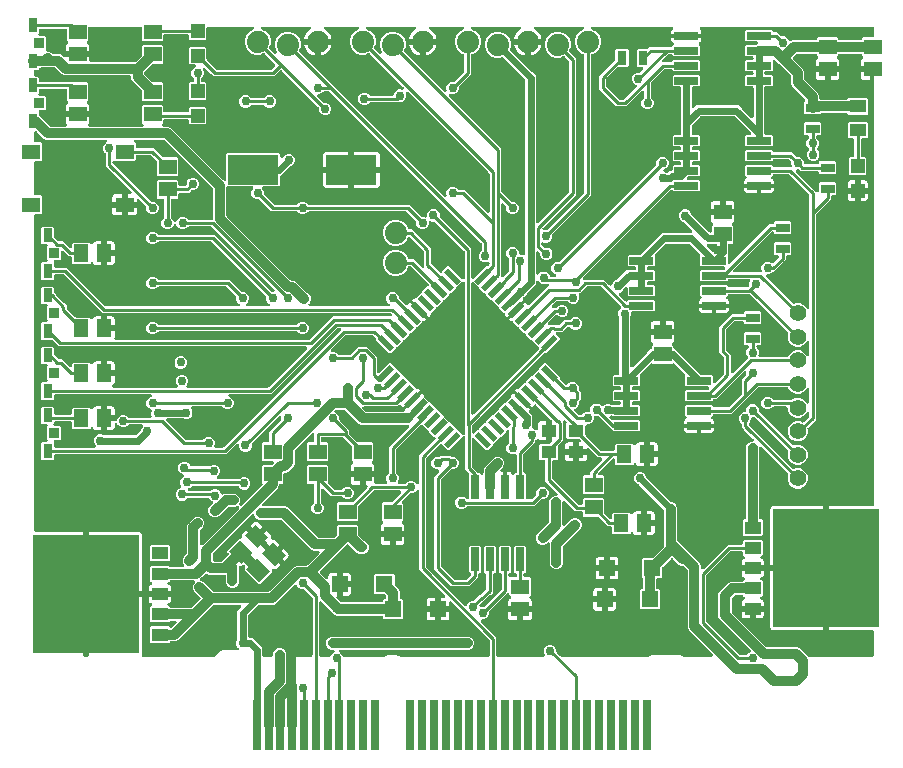
<source format=gbr>
G04 EAGLE Gerber RS-274X export*
G75*
%MOMM*%
%FSLAX34Y34*%
%LPD*%
%INTop Copper*%
%IPPOS*%
%AMOC8*
5,1,8,0,0,1.08239X$1,22.5*%
G01*
%ADD10R,0.800000X1.200000*%
%ADD11R,0.900000X0.900000*%
%ADD12R,1.300000X1.500000*%
%ADD13R,1.500000X1.300000*%
%ADD14R,4.300000X2.500000*%
%ADD15R,1.400000X1.400000*%
%ADD16C,1.879600*%
%ADD17R,0.700000X4.200000*%
%ADD18R,1.200000X1.200000*%
%ADD19R,1.550000X1.300000*%
%ADD20R,1.300000X1.100000*%
%ADD21R,1.500000X0.500000*%
%ADD22R,0.500000X1.500000*%
%ADD23R,1.370000X1.070000*%
%ADD24R,9.000000X10.000000*%
%ADD25R,0.660400X2.032000*%
%ADD26R,2.032000X0.660400*%
%ADD27R,1.200000X0.800000*%
%ADD28C,1.397000*%
%ADD29R,1.400000X1.100000*%
%ADD30C,0.756400*%
%ADD31C,0.812800*%
%ADD32C,0.152400*%
%ADD33C,0.609600*%
%ADD34C,0.254000*%

G36*
X127766Y64777D02*
X127766Y64777D01*
X127816Y64775D01*
X127923Y64797D01*
X128032Y64811D01*
X128078Y64829D01*
X128127Y64839D01*
X128226Y64887D01*
X128328Y64928D01*
X128368Y64957D01*
X128413Y64979D01*
X128497Y65050D01*
X128585Y65114D01*
X128617Y65153D01*
X128655Y65185D01*
X128718Y65275D01*
X128788Y65359D01*
X128809Y65404D01*
X128838Y65445D01*
X128877Y65548D01*
X128924Y65647D01*
X128933Y65696D01*
X128951Y65742D01*
X128963Y65852D01*
X128983Y65960D01*
X128980Y66009D01*
X128986Y66058D01*
X128970Y66167D01*
X128964Y66277D01*
X128948Y66324D01*
X128941Y66373D01*
X128889Y66526D01*
X128043Y68568D01*
X128043Y70680D01*
X128851Y72630D01*
X130344Y74123D01*
X132294Y74931D01*
X134406Y74931D01*
X136356Y74123D01*
X137849Y72630D01*
X138657Y70680D01*
X138657Y69021D01*
X138669Y68923D01*
X138672Y68824D01*
X138689Y68766D01*
X138697Y68706D01*
X138733Y68614D01*
X138761Y68519D01*
X138791Y68466D01*
X138814Y68410D01*
X138872Y68330D01*
X138922Y68245D01*
X138988Y68169D01*
X139000Y68153D01*
X139010Y68145D01*
X139028Y68124D01*
X142010Y65143D01*
X142088Y65082D01*
X142160Y65014D01*
X142213Y64985D01*
X142261Y64948D01*
X142352Y64908D01*
X142439Y64860D01*
X142497Y64845D01*
X142553Y64821D01*
X142651Y64806D01*
X142747Y64781D01*
X142847Y64775D01*
X142867Y64771D01*
X142879Y64773D01*
X142907Y64771D01*
X215871Y64771D01*
X215880Y64772D01*
X215889Y64771D01*
X216038Y64792D01*
X216186Y64811D01*
X216195Y64814D01*
X216204Y64815D01*
X216356Y64867D01*
X219479Y66161D01*
X243521Y66161D01*
X246644Y64867D01*
X246653Y64865D01*
X246661Y64860D01*
X246806Y64823D01*
X246950Y64783D01*
X246960Y64783D01*
X246969Y64781D01*
X247129Y64771D01*
X270163Y64771D01*
X270300Y64788D01*
X270439Y64801D01*
X270458Y64808D01*
X270478Y64811D01*
X270607Y64862D01*
X270738Y64909D01*
X270755Y64920D01*
X270774Y64928D01*
X270886Y65009D01*
X271001Y65087D01*
X271015Y65103D01*
X271031Y65114D01*
X271120Y65222D01*
X271212Y65326D01*
X271221Y65344D01*
X271234Y65359D01*
X271293Y65485D01*
X271357Y65609D01*
X271361Y65629D01*
X271370Y65647D01*
X271396Y65783D01*
X271426Y65919D01*
X271426Y65940D01*
X271429Y65960D01*
X271421Y66098D01*
X271417Y66237D01*
X271411Y66257D01*
X271410Y66277D01*
X271367Y66409D01*
X271328Y66543D01*
X271318Y66560D01*
X271312Y66579D01*
X271237Y66697D01*
X271167Y66817D01*
X271148Y66838D01*
X271141Y66848D01*
X271127Y66862D01*
X271060Y66938D01*
X250786Y87212D01*
X249935Y89266D01*
X249935Y137741D01*
X249923Y137840D01*
X249920Y137939D01*
X249903Y137997D01*
X249895Y138057D01*
X249859Y138149D01*
X249831Y138244D01*
X249801Y138296D01*
X249778Y138353D01*
X249720Y138433D01*
X249670Y138518D01*
X249604Y138593D01*
X249592Y138610D01*
X249582Y138618D01*
X249564Y138639D01*
X246999Y141204D01*
X246921Y141264D01*
X246848Y141332D01*
X246795Y141361D01*
X246748Y141398D01*
X246657Y141438D01*
X246570Y141486D01*
X246511Y141501D01*
X246456Y141525D01*
X246358Y141540D01*
X246262Y141565D01*
X246162Y141571D01*
X246142Y141575D01*
X246129Y141573D01*
X246101Y141575D01*
X244796Y141575D01*
X242742Y142426D01*
X237413Y147755D01*
X237319Y147828D01*
X237230Y147907D01*
X237194Y147925D01*
X237162Y147950D01*
X237053Y147997D01*
X236947Y148051D01*
X236908Y148060D01*
X236870Y148076D01*
X236753Y148095D01*
X236637Y148121D01*
X236596Y148120D01*
X236556Y148126D01*
X236438Y148115D01*
X236319Y148111D01*
X236280Y148100D01*
X236240Y148096D01*
X236127Y148056D01*
X236013Y148023D01*
X235978Y148002D01*
X235940Y147989D01*
X235842Y147922D01*
X235739Y147861D01*
X235694Y147821D01*
X235677Y147810D01*
X235664Y147795D01*
X235618Y147755D01*
X228556Y140693D01*
X228496Y140615D01*
X228428Y140542D01*
X228399Y140489D01*
X228362Y140442D01*
X228322Y140351D01*
X228274Y140264D01*
X228259Y140205D01*
X228235Y140150D01*
X228220Y140052D01*
X228195Y139956D01*
X228189Y139856D01*
X228185Y139836D01*
X228187Y139823D01*
X228185Y139795D01*
X228185Y132068D01*
X227292Y131175D01*
X224486Y131175D01*
X224368Y131160D01*
X224249Y131153D01*
X224211Y131140D01*
X224170Y131135D01*
X224060Y131092D01*
X223947Y131055D01*
X223912Y131033D01*
X223875Y131018D01*
X223779Y130949D01*
X223678Y130885D01*
X223650Y130855D01*
X223617Y130832D01*
X223541Y130740D01*
X223460Y130653D01*
X223440Y130618D01*
X223415Y130587D01*
X223364Y130479D01*
X223306Y130375D01*
X223296Y130335D01*
X223279Y130299D01*
X223257Y130182D01*
X223227Y130067D01*
X223223Y130007D01*
X223219Y129987D01*
X223221Y129966D01*
X223217Y129906D01*
X223217Y123078D01*
X223232Y122960D01*
X223239Y122841D01*
X223252Y122803D01*
X223257Y122762D01*
X223300Y122652D01*
X223337Y122539D01*
X223359Y122504D01*
X223374Y122467D01*
X223443Y122371D01*
X223507Y122270D01*
X223537Y122242D01*
X223560Y122209D01*
X223652Y122133D01*
X223739Y122052D01*
X223774Y122032D01*
X223805Y122007D01*
X223913Y121956D01*
X224017Y121898D01*
X224057Y121888D01*
X224093Y121871D01*
X224210Y121849D01*
X224325Y121819D01*
X224385Y121815D01*
X224405Y121811D01*
X224426Y121813D01*
X224486Y121809D01*
X225260Y121809D01*
X226153Y120916D01*
X226153Y105652D01*
X225260Y104759D01*
X209996Y104759D01*
X209103Y105652D01*
X209103Y120916D01*
X209996Y121809D01*
X210770Y121809D01*
X210888Y121824D01*
X211007Y121831D01*
X211045Y121844D01*
X211086Y121849D01*
X211196Y121892D01*
X211309Y121929D01*
X211344Y121951D01*
X211381Y121966D01*
X211477Y122035D01*
X211578Y122099D01*
X211606Y122129D01*
X211639Y122152D01*
X211715Y122244D01*
X211796Y122331D01*
X211816Y122366D01*
X211841Y122397D01*
X211892Y122505D01*
X211950Y122609D01*
X211960Y122649D01*
X211977Y122685D01*
X211999Y122802D01*
X212029Y122917D01*
X212033Y122977D01*
X212037Y122997D01*
X212035Y123018D01*
X212039Y123078D01*
X212039Y130639D01*
X212027Y130737D01*
X212024Y130836D01*
X212007Y130894D01*
X211999Y130954D01*
X211963Y131046D01*
X211935Y131141D01*
X211905Y131194D01*
X211882Y131250D01*
X211824Y131330D01*
X211774Y131415D01*
X211708Y131491D01*
X211696Y131507D01*
X211686Y131515D01*
X211667Y131536D01*
X211135Y132068D01*
X211135Y147332D01*
X212028Y148225D01*
X219755Y148225D01*
X219854Y148237D01*
X219953Y148240D01*
X220011Y148257D01*
X220071Y148265D01*
X220163Y148301D01*
X220258Y148329D01*
X220310Y148359D01*
X220367Y148382D01*
X220447Y148440D01*
X220532Y148490D01*
X220607Y148556D01*
X220624Y148568D01*
X220632Y148578D01*
X220653Y148596D01*
X229618Y157561D01*
X229678Y157639D01*
X229746Y157712D01*
X229775Y157765D01*
X229812Y157812D01*
X229852Y157903D01*
X229900Y157990D01*
X229915Y158049D01*
X229939Y158104D01*
X229954Y158202D01*
X229979Y158298D01*
X229985Y158398D01*
X229989Y158418D01*
X229987Y158431D01*
X229989Y158459D01*
X229989Y188468D01*
X229977Y188566D01*
X229974Y188665D01*
X229957Y188724D01*
X229949Y188784D01*
X229913Y188876D01*
X229885Y188971D01*
X229855Y189023D01*
X229832Y189079D01*
X229774Y189159D01*
X229724Y189245D01*
X229658Y189320D01*
X229646Y189337D01*
X229636Y189345D01*
X229618Y189366D01*
X208495Y210489D01*
X208487Y210494D01*
X208481Y210502D01*
X208362Y210592D01*
X208243Y210684D01*
X208235Y210687D01*
X208227Y210693D01*
X208083Y210764D01*
X206544Y211401D01*
X205051Y212894D01*
X204243Y214844D01*
X204243Y216956D01*
X205051Y218906D01*
X206544Y220399D01*
X208494Y221207D01*
X210606Y221207D01*
X212556Y220399D01*
X214049Y218906D01*
X214686Y217367D01*
X214691Y217359D01*
X214693Y217350D01*
X214770Y217221D01*
X214844Y217091D01*
X214850Y217084D01*
X214855Y217076D01*
X214961Y216955D01*
X236112Y195804D01*
X236120Y195799D01*
X236126Y195791D01*
X236245Y195701D01*
X236364Y195609D01*
X236372Y195606D01*
X236380Y195600D01*
X236524Y195529D01*
X238744Y194610D01*
X240316Y193038D01*
X241167Y190984D01*
X241167Y163369D01*
X241179Y163270D01*
X241182Y163171D01*
X241199Y163113D01*
X241207Y163053D01*
X241243Y162961D01*
X241271Y162866D01*
X241301Y162814D01*
X241324Y162757D01*
X241382Y162677D01*
X241432Y162592D01*
X241498Y162517D01*
X241510Y162500D01*
X241520Y162492D01*
X241538Y162471D01*
X260262Y143748D01*
X261113Y141694D01*
X261113Y140113D01*
X261130Y139976D01*
X261143Y139837D01*
X261150Y139818D01*
X261153Y139798D01*
X261204Y139669D01*
X261251Y139538D01*
X261262Y139521D01*
X261270Y139502D01*
X261351Y139390D01*
X261429Y139275D01*
X261445Y139261D01*
X261456Y139245D01*
X261564Y139156D01*
X261668Y139064D01*
X261686Y139055D01*
X261701Y139042D01*
X261827Y138983D01*
X261951Y138919D01*
X261971Y138915D01*
X261989Y138906D01*
X262125Y138880D01*
X262261Y138850D01*
X262282Y138850D01*
X262301Y138847D01*
X262440Y138855D01*
X262579Y138859D01*
X262599Y138865D01*
X262619Y138866D01*
X262751Y138909D01*
X262885Y138948D01*
X262902Y138958D01*
X262921Y138964D01*
X263039Y139039D01*
X263159Y139109D01*
X263180Y139128D01*
X263190Y139135D01*
X263204Y139149D01*
X263279Y139216D01*
X283758Y159695D01*
X295156Y159695D01*
X295274Y159710D01*
X295393Y159717D01*
X295431Y159730D01*
X295472Y159735D01*
X295582Y159778D01*
X295695Y159815D01*
X295730Y159837D01*
X295767Y159852D01*
X295863Y159921D01*
X295964Y159985D01*
X295992Y160015D01*
X296025Y160038D01*
X296101Y160130D01*
X296182Y160217D01*
X296202Y160252D01*
X296227Y160283D01*
X296278Y160391D01*
X296336Y160495D01*
X296346Y160535D01*
X296363Y160571D01*
X296385Y160688D01*
X296415Y160803D01*
X296419Y160863D01*
X296423Y160883D01*
X296421Y160904D01*
X296425Y160964D01*
X296425Y162882D01*
X297318Y163775D01*
X312282Y163775D01*
X313175Y162882D01*
X313175Y150918D01*
X312246Y149990D01*
X312237Y149989D01*
X312231Y149986D01*
X312224Y149985D01*
X312083Y149930D01*
X311940Y149875D01*
X311935Y149871D01*
X311928Y149868D01*
X311806Y149779D01*
X311681Y149691D01*
X311676Y149685D01*
X311671Y149682D01*
X311574Y149565D01*
X311475Y149448D01*
X311472Y149442D01*
X311468Y149437D01*
X311403Y149299D01*
X311337Y149162D01*
X311336Y149155D01*
X311333Y149149D01*
X311304Y149000D01*
X311274Y148850D01*
X311274Y148843D01*
X311273Y148837D01*
X311282Y148685D01*
X311290Y148532D01*
X311292Y148526D01*
X311293Y148519D01*
X311340Y148373D01*
X311385Y148229D01*
X311389Y148223D01*
X311391Y148217D01*
X311474Y148085D01*
X311552Y147958D01*
X311557Y147954D01*
X311561Y147948D01*
X311673Y147843D01*
X311782Y147738D01*
X311787Y147735D01*
X311792Y147730D01*
X311926Y147657D01*
X312058Y147581D01*
X312067Y147579D01*
X312071Y147576D01*
X312081Y147574D01*
X312211Y147530D01*
X312631Y147418D01*
X313210Y147083D01*
X313683Y146610D01*
X314018Y146031D01*
X314191Y145384D01*
X314191Y142239D01*
X306070Y142239D01*
X305952Y142224D01*
X305833Y142217D01*
X305795Y142204D01*
X305755Y142199D01*
X305644Y142155D01*
X305531Y142119D01*
X305496Y142097D01*
X305459Y142082D01*
X305363Y142012D01*
X305262Y141949D01*
X305234Y141919D01*
X305202Y141895D01*
X305126Y141804D01*
X305044Y141717D01*
X305025Y141682D01*
X304999Y141650D01*
X304948Y141543D01*
X304891Y141439D01*
X304880Y141399D01*
X304863Y141363D01*
X304841Y141246D01*
X304811Y141131D01*
X304807Y141070D01*
X304803Y141050D01*
X304805Y141030D01*
X304801Y140970D01*
X304801Y138430D01*
X304816Y138312D01*
X304823Y138193D01*
X304836Y138155D01*
X304841Y138115D01*
X304885Y138004D01*
X304921Y137891D01*
X304943Y137856D01*
X304958Y137819D01*
X305028Y137723D01*
X305091Y137622D01*
X305121Y137594D01*
X305145Y137561D01*
X305236Y137486D01*
X305323Y137404D01*
X305358Y137384D01*
X305390Y137359D01*
X305497Y137308D01*
X305601Y137250D01*
X305641Y137240D01*
X305677Y137223D01*
X305794Y137201D01*
X305909Y137171D01*
X305970Y137167D01*
X305990Y137163D01*
X306010Y137165D01*
X306070Y137161D01*
X314191Y137161D01*
X314191Y134016D01*
X314018Y133369D01*
X313683Y132790D01*
X313210Y132317D01*
X312631Y131982D01*
X312211Y131870D01*
X312069Y131812D01*
X311928Y131756D01*
X311923Y131752D01*
X311917Y131750D01*
X311794Y131659D01*
X311671Y131570D01*
X311667Y131564D01*
X311661Y131560D01*
X311565Y131442D01*
X311468Y131325D01*
X311465Y131318D01*
X311461Y131313D01*
X311397Y131174D01*
X311333Y131037D01*
X311331Y131030D01*
X311329Y131024D01*
X311301Y130873D01*
X311273Y130724D01*
X311273Y130718D01*
X311272Y130711D01*
X311283Y130559D01*
X311293Y130407D01*
X311295Y130401D01*
X311295Y130394D01*
X311344Y130248D01*
X311391Y130105D01*
X311394Y130099D01*
X311396Y130092D01*
X311480Y129964D01*
X311561Y129836D01*
X311566Y129831D01*
X311569Y129826D01*
X311681Y129722D01*
X311792Y129618D01*
X311798Y129615D01*
X311803Y129610D01*
X311938Y129537D01*
X312071Y129464D01*
X312077Y129463D01*
X312083Y129460D01*
X312232Y129423D01*
X312234Y129422D01*
X313175Y128482D01*
X313175Y116518D01*
X312246Y115590D01*
X312237Y115589D01*
X312231Y115586D01*
X312224Y115585D01*
X312083Y115530D01*
X311940Y115475D01*
X311935Y115471D01*
X311928Y115468D01*
X311805Y115379D01*
X311681Y115291D01*
X311676Y115285D01*
X311671Y115282D01*
X311574Y115164D01*
X311475Y115048D01*
X311472Y115042D01*
X311468Y115037D01*
X311403Y114899D01*
X311337Y114762D01*
X311336Y114755D01*
X311333Y114749D01*
X311304Y114600D01*
X311274Y114450D01*
X311274Y114443D01*
X311273Y114437D01*
X311282Y114285D01*
X311290Y114132D01*
X311292Y114126D01*
X311293Y114119D01*
X311340Y113973D01*
X311385Y113829D01*
X311389Y113823D01*
X311391Y113817D01*
X311473Y113687D01*
X311552Y113558D01*
X311557Y113554D01*
X311561Y113548D01*
X311674Y113442D01*
X311782Y113338D01*
X311787Y113335D01*
X311792Y113330D01*
X311926Y113257D01*
X312058Y113181D01*
X312067Y113179D01*
X312071Y113176D01*
X312081Y113174D01*
X312211Y113130D01*
X312631Y113018D01*
X313210Y112683D01*
X313683Y112210D01*
X314018Y111631D01*
X314191Y110984D01*
X314191Y107839D01*
X306070Y107839D01*
X305952Y107824D01*
X305833Y107817D01*
X305795Y107804D01*
X305755Y107799D01*
X305644Y107755D01*
X305531Y107719D01*
X305496Y107697D01*
X305459Y107682D01*
X305363Y107612D01*
X305262Y107549D01*
X305234Y107519D01*
X305202Y107495D01*
X305126Y107404D01*
X305044Y107317D01*
X305025Y107282D01*
X304999Y107250D01*
X304948Y107143D01*
X304891Y107039D01*
X304880Y106999D01*
X304863Y106963D01*
X304841Y106846D01*
X304811Y106731D01*
X304807Y106670D01*
X304803Y106650D01*
X304805Y106630D01*
X304801Y106570D01*
X304801Y105299D01*
X304799Y105299D01*
X304799Y106570D01*
X304784Y106688D01*
X304777Y106807D01*
X304764Y106845D01*
X304759Y106885D01*
X304715Y106996D01*
X304679Y107109D01*
X304657Y107144D01*
X304642Y107181D01*
X304572Y107277D01*
X304509Y107378D01*
X304479Y107406D01*
X304455Y107438D01*
X304364Y107514D01*
X304277Y107596D01*
X304242Y107615D01*
X304210Y107641D01*
X304103Y107692D01*
X303999Y107749D01*
X303959Y107760D01*
X303923Y107777D01*
X303806Y107799D01*
X303691Y107829D01*
X303630Y107833D01*
X303610Y107837D01*
X303590Y107835D01*
X303530Y107839D01*
X295409Y107839D01*
X295409Y110984D01*
X295582Y111631D01*
X295917Y112210D01*
X296390Y112683D01*
X296969Y113018D01*
X297389Y113130D01*
X297531Y113188D01*
X297672Y113244D01*
X297677Y113248D01*
X297683Y113250D01*
X297806Y113341D01*
X297929Y113430D01*
X297933Y113436D01*
X297939Y113440D01*
X298034Y113558D01*
X298132Y113675D01*
X298135Y113682D01*
X298139Y113687D01*
X298203Y113826D01*
X298267Y113963D01*
X298269Y113970D01*
X298271Y113976D01*
X298298Y114125D01*
X298327Y114276D01*
X298327Y114282D01*
X298328Y114289D01*
X298317Y114441D01*
X298307Y114593D01*
X298305Y114599D01*
X298305Y114606D01*
X298256Y114752D01*
X298209Y114895D01*
X298206Y114901D01*
X298204Y114908D01*
X298120Y115036D01*
X298039Y115164D01*
X298034Y115169D01*
X298031Y115174D01*
X297919Y115278D01*
X297808Y115382D01*
X297802Y115385D01*
X297797Y115390D01*
X297662Y115462D01*
X297529Y115536D01*
X297523Y115537D01*
X297517Y115540D01*
X297368Y115577D01*
X297366Y115578D01*
X296404Y116540D01*
X296326Y116600D01*
X296254Y116668D01*
X296201Y116697D01*
X296153Y116734D01*
X296062Y116774D01*
X295975Y116822D01*
X295917Y116837D01*
X295861Y116861D01*
X295763Y116876D01*
X295667Y116901D01*
X295567Y116907D01*
X295547Y116911D01*
X295535Y116909D01*
X295507Y116911D01*
X290441Y116911D01*
X290342Y116899D01*
X290243Y116896D01*
X290185Y116879D01*
X290125Y116871D01*
X290033Y116835D01*
X289938Y116807D01*
X289886Y116777D01*
X289829Y116754D01*
X289749Y116696D01*
X289664Y116646D01*
X289589Y116580D01*
X289572Y116568D01*
X289564Y116558D01*
X289543Y116540D01*
X287392Y114389D01*
X287332Y114311D01*
X287264Y114238D01*
X287235Y114185D01*
X287198Y114138D01*
X287158Y114047D01*
X287110Y113960D01*
X287095Y113901D01*
X287071Y113846D01*
X287056Y113748D01*
X287031Y113652D01*
X287025Y113552D01*
X287021Y113532D01*
X287023Y113519D01*
X287021Y113491D01*
X287021Y102960D01*
X287033Y102862D01*
X287036Y102763D01*
X287053Y102704D01*
X287061Y102644D01*
X287097Y102552D01*
X287125Y102457D01*
X287155Y102405D01*
X287178Y102349D01*
X287236Y102269D01*
X287286Y102183D01*
X287352Y102108D01*
X287364Y102091D01*
X287374Y102084D01*
X287392Y102062D01*
X316113Y73342D01*
X316191Y73281D01*
X316264Y73213D01*
X316317Y73184D01*
X316364Y73147D01*
X316455Y73107D01*
X316542Y73060D01*
X316601Y73044D01*
X316656Y73020D01*
X316754Y73005D01*
X316850Y72980D01*
X316950Y72974D01*
X316970Y72971D01*
X316983Y72972D01*
X317011Y72970D01*
X342671Y72970D01*
X344725Y72119D01*
X351701Y65143D01*
X351779Y65082D01*
X351852Y65014D01*
X351905Y64985D01*
X351952Y64948D01*
X352043Y64908D01*
X352130Y64860D01*
X352189Y64845D01*
X352244Y64821D01*
X352342Y64806D01*
X352438Y64781D01*
X352538Y64775D01*
X352558Y64771D01*
X352571Y64773D01*
X352599Y64771D01*
X406400Y64771D01*
X406518Y64786D01*
X406637Y64793D01*
X406675Y64806D01*
X406716Y64811D01*
X406826Y64854D01*
X406939Y64891D01*
X406974Y64913D01*
X407011Y64928D01*
X407107Y64998D01*
X407208Y65061D01*
X407236Y65091D01*
X407269Y65114D01*
X407345Y65206D01*
X407426Y65293D01*
X407446Y65328D01*
X407471Y65359D01*
X407522Y65467D01*
X407580Y65571D01*
X407590Y65611D01*
X407607Y65647D01*
X407629Y65764D01*
X407659Y65879D01*
X407663Y65940D01*
X407667Y65960D01*
X407665Y65980D01*
X407669Y66040D01*
X407669Y85890D01*
X407654Y86008D01*
X407647Y86127D01*
X407634Y86165D01*
X407629Y86206D01*
X407586Y86316D01*
X407549Y86429D01*
X407527Y86464D01*
X407512Y86501D01*
X407443Y86597D01*
X407379Y86698D01*
X407349Y86726D01*
X407326Y86759D01*
X407234Y86835D01*
X407147Y86916D01*
X407112Y86936D01*
X407081Y86961D01*
X406973Y87012D01*
X406869Y87070D01*
X406829Y87080D01*
X406793Y87097D01*
X406676Y87119D01*
X406561Y87149D01*
X406501Y87153D01*
X406481Y87157D01*
X406460Y87155D01*
X406400Y87159D01*
X369879Y87159D01*
X369879Y138430D01*
X369864Y138548D01*
X369857Y138667D01*
X369844Y138705D01*
X369839Y138745D01*
X369795Y138856D01*
X369759Y138969D01*
X369737Y139004D01*
X369722Y139041D01*
X369652Y139137D01*
X369589Y139238D01*
X369559Y139266D01*
X369535Y139298D01*
X369444Y139374D01*
X369357Y139456D01*
X369322Y139475D01*
X369290Y139501D01*
X369183Y139552D01*
X369079Y139609D01*
X369039Y139620D01*
X369003Y139637D01*
X368886Y139659D01*
X368771Y139689D01*
X368710Y139693D01*
X368690Y139697D01*
X368670Y139695D01*
X368610Y139699D01*
X367339Y139699D01*
X367339Y139701D01*
X368610Y139701D01*
X368728Y139716D01*
X368847Y139723D01*
X368885Y139736D01*
X368925Y139741D01*
X369036Y139785D01*
X369149Y139821D01*
X369184Y139843D01*
X369221Y139858D01*
X369317Y139928D01*
X369418Y139991D01*
X369446Y140021D01*
X369478Y140045D01*
X369554Y140136D01*
X369636Y140223D01*
X369655Y140258D01*
X369681Y140290D01*
X369732Y140397D01*
X369789Y140501D01*
X369800Y140541D01*
X369817Y140577D01*
X369839Y140694D01*
X369869Y140809D01*
X369873Y140870D01*
X369877Y140890D01*
X369875Y140910D01*
X369879Y140970D01*
X369879Y192241D01*
X406400Y192241D01*
X406518Y192256D01*
X406637Y192263D01*
X406675Y192276D01*
X406716Y192281D01*
X406826Y192324D01*
X406939Y192361D01*
X406974Y192383D01*
X407011Y192398D01*
X407107Y192467D01*
X407208Y192531D01*
X407236Y192561D01*
X407269Y192584D01*
X407345Y192676D01*
X407426Y192763D01*
X407446Y192798D01*
X407471Y192829D01*
X407522Y192937D01*
X407580Y193041D01*
X407590Y193081D01*
X407607Y193117D01*
X407629Y193234D01*
X407659Y193349D01*
X407663Y193409D01*
X407667Y193429D01*
X407665Y193450D01*
X407669Y193510D01*
X407669Y560730D01*
X407654Y560848D01*
X407647Y560967D01*
X407634Y561005D01*
X407629Y561045D01*
X407586Y561156D01*
X407549Y561269D01*
X407527Y561304D01*
X407512Y561341D01*
X407443Y561437D01*
X407379Y561538D01*
X407349Y561566D01*
X407326Y561598D01*
X407234Y561674D01*
X407147Y561756D01*
X407112Y561775D01*
X407081Y561801D01*
X406973Y561852D01*
X406869Y561909D01*
X406829Y561920D01*
X406793Y561937D01*
X406676Y561959D01*
X406561Y561989D01*
X406501Y561993D01*
X406481Y561997D01*
X406460Y561995D01*
X406400Y561999D01*
X406399Y561999D01*
X406399Y563270D01*
X406384Y563388D01*
X406377Y563507D01*
X406364Y563545D01*
X406359Y563585D01*
X406315Y563696D01*
X406279Y563809D01*
X406257Y563844D01*
X406242Y563881D01*
X406172Y563977D01*
X406109Y564078D01*
X406079Y564106D01*
X406055Y564138D01*
X405964Y564214D01*
X405877Y564296D01*
X405842Y564315D01*
X405810Y564341D01*
X405703Y564392D01*
X405599Y564449D01*
X405559Y564460D01*
X405523Y564477D01*
X405406Y564499D01*
X405291Y564529D01*
X405230Y564533D01*
X405210Y564537D01*
X405190Y564535D01*
X405130Y564539D01*
X396359Y564539D01*
X396359Y568834D01*
X396532Y569481D01*
X396867Y570060D01*
X397340Y570533D01*
X398044Y570940D01*
X398144Y571016D01*
X398248Y571086D01*
X398271Y571112D01*
X398298Y571132D01*
X398376Y571231D01*
X398459Y571325D01*
X398474Y571355D01*
X398495Y571381D01*
X398546Y571496D01*
X398604Y571608D01*
X398611Y571641D01*
X398625Y571672D01*
X398646Y571796D01*
X398673Y571918D01*
X398672Y571952D01*
X398678Y571985D01*
X398667Y572111D01*
X398664Y572236D01*
X398654Y572269D01*
X398651Y572302D01*
X398610Y572421D01*
X398575Y572542D01*
X398558Y572571D01*
X398547Y572603D01*
X398478Y572707D01*
X398414Y572816D01*
X398381Y572852D01*
X398371Y572868D01*
X398355Y572882D01*
X398307Y572936D01*
X397375Y573868D01*
X397375Y574142D01*
X397360Y574260D01*
X397353Y574379D01*
X397340Y574417D01*
X397335Y574458D01*
X397292Y574568D01*
X397255Y574681D01*
X397233Y574716D01*
X397218Y574753D01*
X397149Y574849D01*
X397085Y574950D01*
X397055Y574978D01*
X397032Y575011D01*
X396940Y575087D01*
X396853Y575168D01*
X396818Y575188D01*
X396787Y575213D01*
X396679Y575264D01*
X396575Y575322D01*
X396535Y575332D01*
X396499Y575349D01*
X396382Y575371D01*
X396267Y575401D01*
X396207Y575405D01*
X396187Y575409D01*
X396166Y575407D01*
X396106Y575411D01*
X378594Y575411D01*
X378476Y575396D01*
X378357Y575389D01*
X378319Y575376D01*
X378278Y575371D01*
X378168Y575328D01*
X378055Y575291D01*
X378020Y575269D01*
X377983Y575254D01*
X377887Y575185D01*
X377786Y575121D01*
X377758Y575091D01*
X377725Y575068D01*
X377649Y574976D01*
X377568Y574889D01*
X377548Y574854D01*
X377523Y574823D01*
X377472Y574715D01*
X377414Y574611D01*
X377404Y574571D01*
X377387Y574535D01*
X377365Y574418D01*
X377335Y574303D01*
X377331Y574243D01*
X377327Y574223D01*
X377329Y574202D01*
X377325Y574142D01*
X377325Y573868D01*
X376393Y572936D01*
X376316Y572837D01*
X376234Y572742D01*
X376219Y572712D01*
X376198Y572685D01*
X376148Y572570D01*
X376092Y572457D01*
X376085Y572424D01*
X376071Y572393D01*
X376052Y572269D01*
X376026Y572146D01*
X376027Y572113D01*
X376022Y572079D01*
X376033Y571954D01*
X376039Y571828D01*
X376048Y571796D01*
X376051Y571763D01*
X376094Y571644D01*
X376130Y571524D01*
X376148Y571495D01*
X376159Y571463D01*
X376230Y571359D01*
X376295Y571252D01*
X376319Y571228D01*
X376338Y571200D01*
X376432Y571117D01*
X376522Y571029D01*
X376562Y571002D01*
X376576Y570990D01*
X376595Y570980D01*
X376656Y570940D01*
X377360Y570533D01*
X377833Y570060D01*
X378168Y569481D01*
X378341Y568834D01*
X378341Y564539D01*
X369570Y564539D01*
X369452Y564524D01*
X369333Y564517D01*
X369295Y564504D01*
X369255Y564499D01*
X369144Y564455D01*
X369031Y564419D01*
X368996Y564397D01*
X368959Y564382D01*
X368863Y564312D01*
X368762Y564249D01*
X368734Y564219D01*
X368702Y564195D01*
X368626Y564104D01*
X368544Y564017D01*
X368525Y563982D01*
X368499Y563950D01*
X368448Y563843D01*
X368391Y563739D01*
X368380Y563699D01*
X368363Y563663D01*
X368341Y563546D01*
X368311Y563431D01*
X368307Y563370D01*
X368303Y563350D01*
X368305Y563330D01*
X368301Y563270D01*
X368301Y561999D01*
X368299Y561999D01*
X368299Y563270D01*
X368284Y563388D01*
X368277Y563507D01*
X368264Y563545D01*
X368259Y563585D01*
X368215Y563696D01*
X368179Y563809D01*
X368157Y563844D01*
X368142Y563881D01*
X368072Y563977D01*
X368009Y564078D01*
X367979Y564106D01*
X367955Y564138D01*
X367864Y564214D01*
X367777Y564296D01*
X367742Y564315D01*
X367710Y564341D01*
X367603Y564392D01*
X367499Y564449D01*
X367459Y564460D01*
X367423Y564477D01*
X367306Y564499D01*
X367191Y564529D01*
X367130Y564533D01*
X367110Y564537D01*
X367090Y564535D01*
X367030Y564539D01*
X358259Y564539D01*
X358259Y568834D01*
X358432Y569481D01*
X358767Y570060D01*
X359240Y570533D01*
X359944Y570940D01*
X360044Y571016D01*
X360148Y571086D01*
X360171Y571112D01*
X360198Y571132D01*
X360276Y571231D01*
X360359Y571325D01*
X360374Y571355D01*
X360395Y571381D01*
X360446Y571496D01*
X360504Y571608D01*
X360511Y571641D01*
X360525Y571672D01*
X360546Y571796D01*
X360573Y571918D01*
X360572Y571952D01*
X360578Y571985D01*
X360567Y572111D01*
X360564Y572236D01*
X360554Y572269D01*
X360551Y572302D01*
X360510Y572421D01*
X360475Y572542D01*
X360458Y572571D01*
X360447Y572603D01*
X360378Y572707D01*
X360314Y572816D01*
X360281Y572852D01*
X360271Y572868D01*
X360255Y572882D01*
X360207Y572936D01*
X359275Y573868D01*
X359275Y574142D01*
X359260Y574260D01*
X359253Y574379D01*
X359240Y574417D01*
X359235Y574458D01*
X359192Y574568D01*
X359155Y574681D01*
X359133Y574716D01*
X359118Y574753D01*
X359049Y574849D01*
X358985Y574950D01*
X358955Y574978D01*
X358932Y575011D01*
X358840Y575087D01*
X358753Y575168D01*
X358718Y575188D01*
X358687Y575213D01*
X358579Y575264D01*
X358475Y575322D01*
X358435Y575332D01*
X358399Y575349D01*
X358282Y575371D01*
X358167Y575401D01*
X358107Y575405D01*
X358087Y575409D01*
X358066Y575407D01*
X358006Y575411D01*
X342541Y575411D01*
X342442Y575399D01*
X342343Y575396D01*
X342285Y575379D01*
X342225Y575371D01*
X342133Y575335D01*
X342038Y575307D01*
X341986Y575277D01*
X341929Y575254D01*
X341849Y575196D01*
X341764Y575146D01*
X341689Y575080D01*
X341672Y575068D01*
X341664Y575058D01*
X341643Y575040D01*
X339001Y572397D01*
X338928Y572303D01*
X338849Y572214D01*
X338831Y572178D01*
X338806Y572146D01*
X338759Y572037D01*
X338705Y571931D01*
X338696Y571892D01*
X338680Y571854D01*
X338661Y571737D01*
X338635Y571621D01*
X338636Y571580D01*
X338630Y571540D01*
X338641Y571422D01*
X338645Y571303D01*
X338656Y571264D01*
X338660Y571224D01*
X338700Y571111D01*
X338733Y570997D01*
X338754Y570962D01*
X338767Y570924D01*
X338834Y570826D01*
X338895Y570723D01*
X338935Y570678D01*
X338946Y570661D01*
X338961Y570648D01*
X339001Y570602D01*
X347638Y561966D01*
X348489Y559912D01*
X348489Y554021D01*
X348501Y553922D01*
X348504Y553823D01*
X348521Y553765D01*
X348529Y553705D01*
X348565Y553613D01*
X348593Y553518D01*
X348623Y553466D01*
X348646Y553409D01*
X348704Y553329D01*
X348754Y553244D01*
X348820Y553169D01*
X348832Y553152D01*
X348842Y553144D01*
X348860Y553123D01*
X360338Y541646D01*
X361189Y539592D01*
X361189Y537558D01*
X361204Y537440D01*
X361211Y537321D01*
X361224Y537283D01*
X361229Y537242D01*
X361272Y537132D01*
X361309Y537019D01*
X361331Y536984D01*
X361346Y536947D01*
X361415Y536851D01*
X361479Y536750D01*
X361509Y536722D01*
X361532Y536689D01*
X361624Y536613D01*
X361711Y536532D01*
X361746Y536512D01*
X361777Y536487D01*
X361885Y536436D01*
X361989Y536378D01*
X362029Y536368D01*
X362065Y536351D01*
X362182Y536329D01*
X362297Y536299D01*
X362357Y536295D01*
X362377Y536291D01*
X362398Y536293D01*
X362458Y536289D01*
X384107Y536289D01*
X384205Y536301D01*
X384304Y536304D01*
X384362Y536321D01*
X384422Y536329D01*
X384514Y536365D01*
X384609Y536393D01*
X384662Y536423D01*
X384718Y536446D01*
X384798Y536504D01*
X384883Y536554D01*
X384959Y536620D01*
X384975Y536632D01*
X384983Y536642D01*
X385004Y536660D01*
X386068Y537725D01*
X401332Y537725D01*
X402225Y536832D01*
X402225Y524568D01*
X401332Y523675D01*
X386068Y523675D01*
X385004Y524740D01*
X384926Y524800D01*
X384854Y524868D01*
X384801Y524897D01*
X384753Y524934D01*
X384662Y524974D01*
X384575Y525022D01*
X384517Y525037D01*
X384461Y525061D01*
X384363Y525076D01*
X384267Y525101D01*
X384167Y525107D01*
X384147Y525111D01*
X384135Y525109D01*
X384107Y525111D01*
X363693Y525111D01*
X363595Y525099D01*
X363496Y525096D01*
X363438Y525079D01*
X363378Y525071D01*
X363286Y525035D01*
X363191Y525007D01*
X363138Y524977D01*
X363082Y524954D01*
X363002Y524896D01*
X362917Y524846D01*
X362841Y524780D01*
X362825Y524768D01*
X362817Y524758D01*
X362796Y524739D01*
X362232Y524175D01*
X357119Y524175D01*
X357109Y524174D01*
X357100Y524175D01*
X356951Y524154D01*
X356803Y524135D01*
X356794Y524132D01*
X356785Y524131D01*
X356728Y524111D01*
X354450Y524111D01*
X354405Y524123D01*
X354260Y524163D01*
X354251Y524163D01*
X354242Y524165D01*
X354081Y524175D01*
X348968Y524175D01*
X348075Y525068D01*
X348075Y534332D01*
X349063Y535319D01*
X349135Y535413D01*
X349214Y535502D01*
X349233Y535538D01*
X349257Y535570D01*
X349305Y535679D01*
X349359Y535785D01*
X349368Y535825D01*
X349384Y535862D01*
X349403Y535980D01*
X349429Y536096D01*
X349427Y536136D01*
X349434Y536176D01*
X349423Y536294D01*
X349419Y536414D01*
X349408Y536452D01*
X349404Y536493D01*
X349364Y536605D01*
X349330Y536719D01*
X349310Y536754D01*
X349296Y536792D01*
X349229Y536891D01*
X349169Y536993D01*
X349129Y537038D01*
X349118Y537055D01*
X349102Y537069D01*
X349063Y537114D01*
X338162Y548014D01*
X337311Y550068D01*
X337311Y555959D01*
X337299Y556058D01*
X337296Y556157D01*
X337279Y556215D01*
X337271Y556275D01*
X337235Y556367D01*
X337207Y556462D01*
X337180Y556508D01*
X337180Y556510D01*
X337176Y556516D01*
X337154Y556571D01*
X337096Y556651D01*
X337046Y556736D01*
X337013Y556774D01*
X337010Y556779D01*
X337002Y556785D01*
X336980Y556811D01*
X336968Y556828D01*
X336958Y556836D01*
X336940Y556857D01*
X327213Y566584D01*
X325284Y568513D01*
X323985Y569811D01*
X323876Y569896D01*
X323769Y569985D01*
X323750Y569993D01*
X323734Y570006D01*
X323606Y570061D01*
X323481Y570120D01*
X323461Y570124D01*
X323442Y570132D01*
X323304Y570154D01*
X323168Y570180D01*
X323148Y570179D01*
X323128Y570182D01*
X322989Y570169D01*
X322851Y570160D01*
X322832Y570154D01*
X322812Y570152D01*
X322680Y570105D01*
X322549Y570062D01*
X322531Y570051D01*
X322512Y570045D01*
X322397Y569967D01*
X322280Y569892D01*
X322266Y569877D01*
X322249Y569866D01*
X322157Y569762D01*
X322062Y569661D01*
X322052Y569643D01*
X322039Y569628D01*
X321975Y569504D01*
X321908Y569382D01*
X321903Y569362D01*
X321894Y569344D01*
X321864Y569209D01*
X321829Y569074D01*
X321827Y569046D01*
X321824Y569034D01*
X321825Y569014D01*
X321819Y568913D01*
X321819Y561216D01*
X320926Y560323D01*
X315976Y560323D01*
X315858Y560308D01*
X315739Y560301D01*
X315701Y560288D01*
X315660Y560283D01*
X315550Y560240D01*
X315437Y560203D01*
X315402Y560181D01*
X315365Y560166D01*
X315269Y560097D01*
X315168Y560033D01*
X315140Y560003D01*
X315107Y559980D01*
X315031Y559888D01*
X314950Y559801D01*
X314930Y559766D01*
X314905Y559735D01*
X314854Y559627D01*
X314796Y559523D01*
X314786Y559483D01*
X314769Y559447D01*
X314747Y559330D01*
X314717Y559215D01*
X314713Y559155D01*
X314709Y559135D01*
X314711Y559114D01*
X314707Y559054D01*
X314707Y558546D01*
X314722Y558428D01*
X314729Y558309D01*
X314742Y558271D01*
X314747Y558230D01*
X314790Y558120D01*
X314827Y558007D01*
X314849Y557972D01*
X314864Y557935D01*
X314933Y557839D01*
X314997Y557738D01*
X315027Y557710D01*
X315050Y557677D01*
X315142Y557601D01*
X315229Y557520D01*
X315264Y557500D01*
X315295Y557475D01*
X315403Y557424D01*
X315507Y557366D01*
X315547Y557356D01*
X315583Y557339D01*
X315700Y557317D01*
X315815Y557287D01*
X315875Y557283D01*
X315895Y557279D01*
X315916Y557281D01*
X315976Y557277D01*
X320926Y557277D01*
X321819Y556384D01*
X321819Y548516D01*
X320926Y547623D01*
X315976Y547623D01*
X315858Y547608D01*
X315739Y547601D01*
X315701Y547588D01*
X315660Y547583D01*
X315550Y547540D01*
X315437Y547503D01*
X315402Y547481D01*
X315365Y547466D01*
X315269Y547397D01*
X315168Y547333D01*
X315140Y547303D01*
X315107Y547280D01*
X315031Y547188D01*
X314950Y547101D01*
X314930Y547066D01*
X314905Y547035D01*
X314854Y546927D01*
X314796Y546823D01*
X314786Y546783D01*
X314769Y546747D01*
X314747Y546630D01*
X314717Y546515D01*
X314713Y546455D01*
X314709Y546435D01*
X314711Y546414D01*
X314707Y546354D01*
X314707Y507746D01*
X314722Y507628D01*
X314729Y507509D01*
X314742Y507471D01*
X314747Y507430D01*
X314790Y507320D01*
X314827Y507207D01*
X314849Y507172D01*
X314864Y507135D01*
X314933Y507039D01*
X314997Y506938D01*
X315027Y506910D01*
X315050Y506877D01*
X315142Y506801D01*
X315229Y506720D01*
X315264Y506700D01*
X315295Y506675D01*
X315403Y506624D01*
X315507Y506566D01*
X315547Y506556D01*
X315583Y506539D01*
X315700Y506517D01*
X315815Y506487D01*
X315875Y506483D01*
X315895Y506479D01*
X315916Y506481D01*
X315976Y506477D01*
X320926Y506477D01*
X321819Y505584D01*
X321819Y497716D01*
X320926Y496823D01*
X299342Y496823D01*
X298449Y497716D01*
X298449Y505584D01*
X299342Y506477D01*
X302126Y506477D01*
X302264Y506494D01*
X302403Y506507D01*
X302422Y506514D01*
X302442Y506517D01*
X302571Y506568D01*
X302702Y506615D01*
X302719Y506626D01*
X302737Y506634D01*
X302850Y506715D01*
X302965Y506793D01*
X302978Y506809D01*
X302995Y506820D01*
X303083Y506928D01*
X303175Y507032D01*
X303185Y507050D01*
X303198Y507065D01*
X303257Y507191D01*
X303320Y507315D01*
X303325Y507335D01*
X303333Y507353D01*
X303359Y507489D01*
X303390Y507625D01*
X303389Y507646D01*
X303393Y507665D01*
X303384Y507804D01*
X303380Y507943D01*
X303374Y507963D01*
X303373Y507983D01*
X303330Y508115D01*
X303292Y508249D01*
X303281Y508266D01*
X303275Y508285D01*
X303201Y508403D01*
X303130Y508523D01*
X303112Y508544D01*
X303105Y508554D01*
X303090Y508568D01*
X303024Y508643D01*
X289562Y522106D01*
X289483Y522166D01*
X289411Y522234D01*
X289358Y522263D01*
X289310Y522300D01*
X289219Y522340D01*
X289133Y522388D01*
X289074Y522403D01*
X289019Y522427D01*
X288921Y522442D01*
X288825Y522467D01*
X288725Y522473D01*
X288704Y522477D01*
X288692Y522475D01*
X288664Y522477D01*
X261500Y522477D01*
X261402Y522465D01*
X261303Y522462D01*
X261244Y522445D01*
X261184Y522437D01*
X261092Y522401D01*
X260997Y522373D01*
X260945Y522343D01*
X260889Y522320D01*
X260809Y522262D01*
X260723Y522212D01*
X260648Y522146D01*
X260631Y522134D01*
X260623Y522124D01*
X260602Y522106D01*
X253610Y515114D01*
X253550Y515035D01*
X253482Y514963D01*
X253453Y514910D01*
X253416Y514862D01*
X253376Y514771D01*
X253328Y514685D01*
X253313Y514626D01*
X253289Y514571D01*
X253274Y514473D01*
X253249Y514377D01*
X253243Y514277D01*
X253239Y514256D01*
X253241Y514244D01*
X253239Y514216D01*
X253239Y507746D01*
X253254Y507628D01*
X253261Y507509D01*
X253274Y507471D01*
X253279Y507430D01*
X253322Y507320D01*
X253359Y507207D01*
X253381Y507172D01*
X253396Y507135D01*
X253465Y507039D01*
X253529Y506938D01*
X253559Y506910D01*
X253582Y506877D01*
X253674Y506801D01*
X253761Y506720D01*
X253796Y506700D01*
X253827Y506675D01*
X253935Y506624D01*
X254039Y506566D01*
X254079Y506556D01*
X254115Y506539D01*
X254232Y506517D01*
X254347Y506487D01*
X254407Y506483D01*
X254427Y506479D01*
X254448Y506481D01*
X254508Y506477D01*
X259458Y506477D01*
X260351Y505584D01*
X260351Y497716D01*
X259458Y496823D01*
X254508Y496823D01*
X254390Y496808D01*
X254271Y496801D01*
X254233Y496788D01*
X254192Y496783D01*
X254082Y496740D01*
X253969Y496703D01*
X253934Y496681D01*
X253897Y496666D01*
X253801Y496597D01*
X253700Y496533D01*
X253672Y496503D01*
X253639Y496480D01*
X253563Y496388D01*
X253482Y496301D01*
X253462Y496266D01*
X253437Y496235D01*
X253386Y496127D01*
X253328Y496023D01*
X253318Y495983D01*
X253301Y495947D01*
X253279Y495830D01*
X253249Y495715D01*
X253245Y495655D01*
X253241Y495635D01*
X253243Y495614D01*
X253239Y495554D01*
X253239Y495046D01*
X253254Y494928D01*
X253261Y494809D01*
X253274Y494771D01*
X253279Y494730D01*
X253322Y494620D01*
X253359Y494507D01*
X253381Y494472D01*
X253396Y494435D01*
X253465Y494339D01*
X253529Y494238D01*
X253559Y494210D01*
X253582Y494177D01*
X253674Y494101D01*
X253761Y494020D01*
X253796Y494000D01*
X253827Y493975D01*
X253935Y493924D01*
X254039Y493866D01*
X254079Y493856D01*
X254115Y493839D01*
X254232Y493817D01*
X254347Y493787D01*
X254407Y493783D01*
X254427Y493779D01*
X254448Y493781D01*
X254508Y493777D01*
X259458Y493777D01*
X260351Y492884D01*
X260351Y485016D01*
X259458Y484123D01*
X254508Y484123D01*
X254390Y484108D01*
X254271Y484101D01*
X254233Y484088D01*
X254192Y484083D01*
X254082Y484040D01*
X253969Y484003D01*
X253934Y483981D01*
X253897Y483966D01*
X253801Y483897D01*
X253700Y483833D01*
X253672Y483803D01*
X253639Y483780D01*
X253563Y483688D01*
X253482Y483601D01*
X253462Y483566D01*
X253437Y483535D01*
X253386Y483427D01*
X253328Y483323D01*
X253318Y483283D01*
X253301Y483247D01*
X253279Y483130D01*
X253249Y483015D01*
X253245Y482955D01*
X253241Y482935D01*
X253243Y482914D01*
X253239Y482854D01*
X253239Y482346D01*
X253254Y482228D01*
X253261Y482109D01*
X253274Y482071D01*
X253279Y482030D01*
X253322Y481920D01*
X253359Y481807D01*
X253381Y481772D01*
X253396Y481735D01*
X253465Y481639D01*
X253529Y481538D01*
X253559Y481510D01*
X253582Y481477D01*
X253674Y481401D01*
X253761Y481320D01*
X253796Y481300D01*
X253827Y481275D01*
X253935Y481224D01*
X254039Y481166D01*
X254079Y481156D01*
X254115Y481139D01*
X254232Y481117D01*
X254347Y481087D01*
X254407Y481083D01*
X254427Y481079D01*
X254448Y481081D01*
X254508Y481077D01*
X259458Y481077D01*
X260351Y480184D01*
X260351Y472316D01*
X259458Y471423D01*
X250832Y471423D01*
X250734Y471411D01*
X250635Y471408D01*
X250576Y471391D01*
X250516Y471383D01*
X250424Y471347D01*
X250329Y471319D01*
X250277Y471289D01*
X250221Y471266D01*
X250141Y471208D01*
X250055Y471158D01*
X249980Y471092D01*
X249963Y471080D01*
X249955Y471070D01*
X249934Y471052D01*
X249426Y470543D01*
X249341Y470433D01*
X249252Y470327D01*
X249244Y470308D01*
X249231Y470292D01*
X249176Y470164D01*
X249117Y470039D01*
X249113Y470019D01*
X249105Y470000D01*
X249083Y469862D01*
X249057Y469726D01*
X249058Y469706D01*
X249055Y469686D01*
X249068Y469547D01*
X249077Y469409D01*
X249083Y469390D01*
X249085Y469370D01*
X249132Y469238D01*
X249175Y469107D01*
X249186Y469089D01*
X249193Y469070D01*
X249271Y468955D01*
X249345Y468838D01*
X249360Y468824D01*
X249371Y468807D01*
X249475Y468715D01*
X249577Y468620D01*
X249594Y468610D01*
X249610Y468597D01*
X249733Y468533D01*
X249855Y468466D01*
X249875Y468461D01*
X249893Y468452D01*
X250029Y468422D01*
X250163Y468387D01*
X250191Y468385D01*
X250203Y468382D01*
X250224Y468383D01*
X250324Y468377D01*
X259458Y468377D01*
X260351Y467484D01*
X260351Y459616D01*
X259458Y458723D01*
X237874Y458723D01*
X236873Y459725D01*
X236778Y459798D01*
X236689Y459877D01*
X236653Y459895D01*
X236621Y459920D01*
X236512Y459967D01*
X236406Y460022D01*
X236367Y460030D01*
X236329Y460046D01*
X236212Y460065D01*
X236096Y460091D01*
X236055Y460090D01*
X236015Y460096D01*
X235897Y460085D01*
X235778Y460082D01*
X235739Y460070D01*
X235699Y460067D01*
X235586Y460026D01*
X235472Y459993D01*
X235438Y459973D01*
X235399Y459959D01*
X235301Y459892D01*
X235198Y459832D01*
X235153Y459792D01*
X235136Y459780D01*
X235123Y459765D01*
X235078Y459725D01*
X161314Y385961D01*
X161229Y385852D01*
X161140Y385745D01*
X161131Y385726D01*
X161119Y385710D01*
X161063Y385582D01*
X161004Y385457D01*
X161001Y385437D01*
X160993Y385418D01*
X160971Y385280D01*
X160945Y385144D01*
X160946Y385124D01*
X160943Y385104D01*
X160956Y384965D01*
X160964Y384827D01*
X160971Y384808D01*
X160972Y384788D01*
X161020Y384656D01*
X161062Y384525D01*
X161073Y384507D01*
X161080Y384488D01*
X161158Y384373D01*
X161233Y384256D01*
X161247Y384242D01*
X161259Y384225D01*
X161363Y384133D01*
X161464Y384038D01*
X161482Y384028D01*
X161497Y384015D01*
X161621Y383951D01*
X161743Y383884D01*
X161762Y383879D01*
X161780Y383870D01*
X161916Y383840D01*
X162051Y383805D01*
X162079Y383803D01*
X162091Y383800D01*
X162111Y383801D01*
X162211Y383795D01*
X178958Y383795D01*
X183531Y379221D01*
X183570Y379191D01*
X183604Y379154D01*
X183695Y379094D01*
X183782Y379026D01*
X183828Y379007D01*
X183869Y378979D01*
X183973Y378944D01*
X184074Y378900D01*
X184123Y378892D01*
X184170Y378876D01*
X184279Y378867D01*
X184388Y378850D01*
X184438Y378855D01*
X184487Y378851D01*
X184595Y378870D01*
X184705Y378880D01*
X184752Y378897D01*
X184801Y378905D01*
X184901Y378950D01*
X185004Y378988D01*
X185045Y379016D01*
X185091Y379036D01*
X185176Y379104D01*
X185267Y379166D01*
X185300Y379203D01*
X185339Y379234D01*
X185405Y379322D01*
X185478Y379405D01*
X185500Y379449D01*
X185530Y379489D01*
X185601Y379633D01*
X186255Y381212D01*
X187748Y382705D01*
X189287Y383342D01*
X189295Y383347D01*
X189304Y383349D01*
X189433Y383426D01*
X189563Y383500D01*
X189570Y383506D01*
X189578Y383511D01*
X189699Y383617D01*
X198004Y391923D01*
X198995Y391923D01*
X199093Y391935D01*
X199192Y391938D01*
X199250Y391955D01*
X199310Y391963D01*
X199402Y391999D01*
X199497Y392027D01*
X199550Y392057D01*
X199606Y392080D01*
X199686Y392138D01*
X199752Y392177D01*
X204724Y392177D01*
X204842Y392192D01*
X204961Y392199D01*
X204999Y392212D01*
X205040Y392217D01*
X205150Y392260D01*
X205263Y392297D01*
X205298Y392319D01*
X205335Y392334D01*
X205431Y392403D01*
X205532Y392467D01*
X205560Y392497D01*
X205593Y392520D01*
X205669Y392612D01*
X205750Y392699D01*
X205770Y392734D01*
X205795Y392765D01*
X205846Y392873D01*
X205904Y392977D01*
X205914Y393017D01*
X205931Y393053D01*
X205953Y393170D01*
X205983Y393285D01*
X205987Y393345D01*
X205991Y393365D01*
X205989Y393386D01*
X205993Y393446D01*
X205993Y393954D01*
X205978Y394072D01*
X205971Y394191D01*
X205958Y394229D01*
X205953Y394270D01*
X205910Y394380D01*
X205873Y394493D01*
X205851Y394528D01*
X205836Y394565D01*
X205767Y394661D01*
X205703Y394762D01*
X205673Y394790D01*
X205650Y394823D01*
X205558Y394899D01*
X205471Y394980D01*
X205436Y395000D01*
X205405Y395025D01*
X205297Y395076D01*
X205193Y395134D01*
X205153Y395144D01*
X205117Y395161D01*
X205000Y395183D01*
X204885Y395213D01*
X204825Y395217D01*
X204805Y395221D01*
X204784Y395219D01*
X204724Y395223D01*
X199774Y395223D01*
X198881Y396116D01*
X198881Y403984D01*
X199774Y404877D01*
X208400Y404877D01*
X208498Y404889D01*
X208597Y404892D01*
X208656Y404909D01*
X208716Y404917D01*
X208808Y404953D01*
X208903Y404981D01*
X208955Y405011D01*
X209011Y405034D01*
X209091Y405092D01*
X209177Y405142D01*
X209252Y405208D01*
X209269Y405220D01*
X209277Y405230D01*
X209298Y405248D01*
X227722Y423673D01*
X252596Y423673D01*
X252734Y423690D01*
X252873Y423703D01*
X252892Y423710D01*
X252912Y423713D01*
X253041Y423764D01*
X253172Y423811D01*
X253189Y423822D01*
X253207Y423830D01*
X253320Y423911D01*
X253435Y423989D01*
X253448Y424005D01*
X253465Y424016D01*
X253554Y424124D01*
X253645Y424228D01*
X253655Y424246D01*
X253668Y424261D01*
X253727Y424387D01*
X253790Y424511D01*
X253795Y424531D01*
X253803Y424549D01*
X253829Y424685D01*
X253860Y424821D01*
X253859Y424842D01*
X253863Y424861D01*
X253854Y425000D01*
X253850Y425139D01*
X253844Y425159D01*
X253843Y425179D01*
X253800Y425311D01*
X253762Y425445D01*
X253751Y425462D01*
X253745Y425481D01*
X253671Y425599D01*
X253600Y425719D01*
X253582Y425740D01*
X253575Y425750D01*
X253560Y425764D01*
X253494Y425839D01*
X246595Y432739D01*
X246587Y432744D01*
X246581Y432752D01*
X246462Y432842D01*
X246343Y432934D01*
X246335Y432937D01*
X246327Y432943D01*
X246183Y433014D01*
X244644Y433651D01*
X243151Y435144D01*
X242343Y437094D01*
X242343Y439206D01*
X243151Y441156D01*
X244644Y442649D01*
X246594Y443457D01*
X248706Y443457D01*
X250656Y442649D01*
X252149Y441156D01*
X252786Y439617D01*
X252791Y439609D01*
X252793Y439600D01*
X252870Y439471D01*
X252944Y439341D01*
X252950Y439334D01*
X252955Y439326D01*
X253061Y439205D01*
X268209Y424058D01*
X268318Y423973D01*
X268425Y423884D01*
X268444Y423876D01*
X268460Y423863D01*
X268588Y423808D01*
X268713Y423749D01*
X268733Y423745D01*
X268752Y423737D01*
X268890Y423715D01*
X269026Y423689D01*
X269046Y423690D01*
X269066Y423687D01*
X269205Y423700D01*
X269343Y423709D01*
X269362Y423715D01*
X269382Y423717D01*
X269514Y423764D01*
X269645Y423807D01*
X269663Y423818D01*
X269682Y423825D01*
X269797Y423903D01*
X269914Y423977D01*
X269928Y423992D01*
X269945Y424003D01*
X270037Y424107D01*
X270132Y424209D01*
X270142Y424226D01*
X270155Y424242D01*
X270219Y424365D01*
X270286Y424487D01*
X270291Y424507D01*
X270300Y424525D01*
X270330Y424661D01*
X270365Y424795D01*
X270367Y424823D01*
X270370Y424835D01*
X270369Y424856D01*
X270375Y424956D01*
X270375Y429432D01*
X271307Y430364D01*
X271384Y430463D01*
X271466Y430558D01*
X271481Y430588D01*
X271502Y430615D01*
X271552Y430730D01*
X271608Y430843D01*
X271615Y430876D01*
X271629Y430907D01*
X271648Y431031D01*
X271674Y431154D01*
X271673Y431187D01*
X271678Y431221D01*
X271667Y431346D01*
X271661Y431472D01*
X271652Y431504D01*
X271649Y431537D01*
X271606Y431656D01*
X271570Y431776D01*
X271552Y431805D01*
X271541Y431837D01*
X271470Y431941D01*
X271405Y432048D01*
X271381Y432072D01*
X271362Y432100D01*
X271268Y432183D01*
X271178Y432271D01*
X271138Y432298D01*
X271124Y432310D01*
X271105Y432320D01*
X271044Y432360D01*
X270340Y432767D01*
X269867Y433240D01*
X269532Y433819D01*
X269359Y434466D01*
X269359Y438761D01*
X278130Y438761D01*
X278248Y438776D01*
X278367Y438783D01*
X278405Y438796D01*
X278445Y438801D01*
X278556Y438844D01*
X278669Y438881D01*
X278704Y438903D01*
X278741Y438918D01*
X278837Y438988D01*
X278938Y439051D01*
X278966Y439081D01*
X278998Y439105D01*
X279074Y439196D01*
X279156Y439283D01*
X279175Y439318D01*
X279201Y439349D01*
X279252Y439457D01*
X279309Y439561D01*
X279320Y439601D01*
X279337Y439637D01*
X279359Y439754D01*
X279389Y439869D01*
X279393Y439930D01*
X279397Y439950D01*
X279395Y439970D01*
X279399Y440030D01*
X279399Y441301D01*
X279401Y441301D01*
X279401Y440030D01*
X279416Y439912D01*
X279423Y439793D01*
X279436Y439755D01*
X279441Y439715D01*
X279485Y439604D01*
X279521Y439491D01*
X279543Y439456D01*
X279558Y439419D01*
X279628Y439323D01*
X279691Y439222D01*
X279721Y439194D01*
X279745Y439161D01*
X279836Y439086D01*
X279923Y439004D01*
X279958Y438984D01*
X279990Y438959D01*
X280097Y438908D01*
X280201Y438850D01*
X280241Y438840D01*
X280277Y438823D01*
X280394Y438801D01*
X280509Y438771D01*
X280570Y438767D01*
X280590Y438763D01*
X280610Y438765D01*
X280670Y438761D01*
X289441Y438761D01*
X289441Y434466D01*
X289268Y433819D01*
X288933Y433240D01*
X288460Y432767D01*
X287756Y432360D01*
X287656Y432284D01*
X287552Y432214D01*
X287529Y432188D01*
X287502Y432168D01*
X287424Y432069D01*
X287341Y431975D01*
X287326Y431945D01*
X287305Y431919D01*
X287254Y431804D01*
X287196Y431692D01*
X287189Y431659D01*
X287175Y431628D01*
X287154Y431504D01*
X287127Y431382D01*
X287128Y431348D01*
X287122Y431315D01*
X287133Y431189D01*
X287136Y431064D01*
X287146Y431031D01*
X287149Y430998D01*
X287190Y430879D01*
X287225Y430758D01*
X287242Y430729D01*
X287253Y430697D01*
X287322Y430593D01*
X287386Y430484D01*
X287419Y430448D01*
X287429Y430432D01*
X287445Y430418D01*
X287493Y430364D01*
X288425Y429432D01*
X288425Y415168D01*
X287532Y414275D01*
X285242Y414275D01*
X285124Y414260D01*
X285005Y414253D01*
X284967Y414240D01*
X284926Y414235D01*
X284816Y414192D01*
X284703Y414155D01*
X284668Y414133D01*
X284631Y414118D01*
X284535Y414049D01*
X284434Y413985D01*
X284406Y413955D01*
X284373Y413932D01*
X284297Y413840D01*
X284216Y413753D01*
X284196Y413718D01*
X284171Y413687D01*
X284120Y413579D01*
X284062Y413475D01*
X284052Y413435D01*
X284035Y413399D01*
X284013Y413282D01*
X283983Y413167D01*
X283979Y413107D01*
X283975Y413087D01*
X283977Y413066D01*
X283973Y413006D01*
X283973Y405522D01*
X283901Y405429D01*
X283822Y405340D01*
X283804Y405304D01*
X283779Y405272D01*
X283732Y405162D01*
X283678Y405057D01*
X283669Y405017D01*
X283653Y404980D01*
X283634Y404862D01*
X283608Y404746D01*
X283609Y404706D01*
X283603Y404666D01*
X283614Y404547D01*
X283618Y404428D01*
X283629Y404390D01*
X283633Y404349D01*
X283673Y404237D01*
X283706Y404123D01*
X283719Y404102D01*
X283719Y398685D01*
X283736Y398548D01*
X283749Y398409D01*
X283756Y398390D01*
X283759Y398370D01*
X283810Y398241D01*
X283857Y398110D01*
X283868Y398093D01*
X283876Y398074D01*
X283957Y397962D01*
X284035Y397847D01*
X284051Y397833D01*
X284062Y397817D01*
X284170Y397728D01*
X284274Y397636D01*
X284292Y397627D01*
X284307Y397614D01*
X284433Y397555D01*
X284557Y397491D01*
X284577Y397487D01*
X284595Y397478D01*
X284731Y397452D01*
X284867Y397422D01*
X284888Y397422D01*
X284907Y397419D01*
X285046Y397427D01*
X285185Y397431D01*
X285205Y397437D01*
X285225Y397438D01*
X285357Y397481D01*
X285491Y397520D01*
X285508Y397530D01*
X285527Y397536D01*
X285645Y397611D01*
X285765Y397681D01*
X285786Y397700D01*
X285796Y397707D01*
X285810Y397721D01*
X285885Y397788D01*
X318992Y430895D01*
X321406Y430895D01*
X321524Y430910D01*
X321643Y430917D01*
X321681Y430930D01*
X321722Y430935D01*
X321832Y430978D01*
X321945Y431015D01*
X321980Y431037D01*
X322017Y431052D01*
X322113Y431121D01*
X322214Y431185D01*
X322242Y431215D01*
X322275Y431238D01*
X322351Y431330D01*
X322432Y431417D01*
X322452Y431452D01*
X322477Y431483D01*
X322528Y431591D01*
X322586Y431695D01*
X322596Y431735D01*
X322613Y431771D01*
X322635Y431888D01*
X322665Y432003D01*
X322669Y432063D01*
X322673Y432083D01*
X322671Y432104D01*
X322675Y432164D01*
X322675Y432732D01*
X323568Y433625D01*
X336832Y433625D01*
X337725Y432732D01*
X337725Y423468D01*
X336832Y422575D01*
X323568Y422575D01*
X322675Y423468D01*
X322675Y423609D01*
X322658Y423746D01*
X322645Y423885D01*
X322638Y423904D01*
X322635Y423924D01*
X322584Y424053D01*
X322537Y424184D01*
X322526Y424201D01*
X322518Y424220D01*
X322437Y424332D01*
X322359Y424447D01*
X322343Y424461D01*
X322332Y424477D01*
X322224Y424566D01*
X322120Y424658D01*
X322102Y424667D01*
X322087Y424680D01*
X321961Y424739D01*
X321837Y424803D01*
X321817Y424807D01*
X321799Y424816D01*
X321663Y424842D01*
X321527Y424872D01*
X321506Y424872D01*
X321487Y424875D01*
X321348Y424867D01*
X321209Y424863D01*
X321189Y424857D01*
X321169Y424856D01*
X321037Y424813D01*
X320903Y424774D01*
X320886Y424764D01*
X320867Y424758D01*
X320749Y424683D01*
X320629Y424613D01*
X320608Y424594D01*
X320598Y424587D01*
X320584Y424573D01*
X320509Y424506D01*
X288314Y392311D01*
X288229Y392202D01*
X288140Y392095D01*
X288131Y392076D01*
X288119Y392060D01*
X288063Y391932D01*
X288004Y391807D01*
X288001Y391787D01*
X287993Y391768D01*
X287971Y391630D01*
X287945Y391494D01*
X287946Y391474D01*
X287943Y391454D01*
X287956Y391315D01*
X287964Y391177D01*
X287971Y391158D01*
X287972Y391138D01*
X288020Y391006D01*
X288062Y390875D01*
X288073Y390857D01*
X288080Y390838D01*
X288158Y390723D01*
X288233Y390606D01*
X288247Y390592D01*
X288259Y390575D01*
X288363Y390483D01*
X288464Y390388D01*
X288482Y390378D01*
X288497Y390365D01*
X288621Y390301D01*
X288743Y390234D01*
X288762Y390229D01*
X288780Y390220D01*
X288916Y390190D01*
X289051Y390155D01*
X289079Y390153D01*
X289091Y390150D01*
X289111Y390151D01*
X289211Y390145D01*
X311329Y390145D01*
X311378Y390151D01*
X311428Y390149D01*
X311535Y390171D01*
X311645Y390185D01*
X311691Y390203D01*
X311739Y390213D01*
X311838Y390261D01*
X311940Y390302D01*
X311980Y390331D01*
X312025Y390353D01*
X312109Y390424D01*
X312198Y390488D01*
X312229Y390527D01*
X312267Y390559D01*
X312330Y390649D01*
X312400Y390733D01*
X312422Y390778D01*
X312450Y390819D01*
X312489Y390922D01*
X312536Y391021D01*
X312545Y391070D01*
X312563Y391116D01*
X312575Y391226D01*
X312596Y391333D01*
X312593Y391383D01*
X312598Y391432D01*
X312583Y391541D01*
X312576Y391651D01*
X312561Y391698D01*
X312554Y391747D01*
X312502Y391900D01*
X312193Y392644D01*
X312193Y394756D01*
X313001Y396706D01*
X314494Y398199D01*
X316444Y399007D01*
X318556Y399007D01*
X320506Y398199D01*
X320665Y398040D01*
X320759Y397967D01*
X320848Y397888D01*
X320884Y397870D01*
X320916Y397845D01*
X321025Y397798D01*
X321131Y397744D01*
X321171Y397735D01*
X321208Y397719D01*
X321325Y397700D01*
X321442Y397674D01*
X321482Y397675D01*
X321522Y397669D01*
X321640Y397680D01*
X321759Y397684D01*
X321798Y397695D01*
X321839Y397699D01*
X321951Y397739D01*
X322065Y397772D01*
X322100Y397793D01*
X322138Y397806D01*
X322236Y397873D01*
X322339Y397934D01*
X322384Y397973D01*
X322401Y397985D01*
X322414Y398000D01*
X322460Y398040D01*
X326828Y402409D01*
X326913Y402518D01*
X327002Y402625D01*
X327011Y402644D01*
X327023Y402660D01*
X327079Y402788D01*
X327138Y402913D01*
X327141Y402933D01*
X327149Y402952D01*
X327171Y403090D01*
X327197Y403226D01*
X327196Y403246D01*
X327199Y403266D01*
X327186Y403405D01*
X327178Y403543D01*
X327171Y403562D01*
X327170Y403582D01*
X327122Y403714D01*
X327080Y403845D01*
X327069Y403863D01*
X327062Y403882D01*
X326984Y403997D01*
X326909Y404114D01*
X326895Y404128D01*
X326883Y404145D01*
X326779Y404237D01*
X326678Y404332D01*
X326660Y404342D01*
X326645Y404355D01*
X326521Y404418D01*
X326399Y404486D01*
X326380Y404491D01*
X326362Y404500D01*
X326226Y404530D01*
X326091Y404565D01*
X326063Y404567D01*
X326051Y404570D01*
X326031Y404569D01*
X325931Y404575D01*
X323568Y404575D01*
X322675Y405468D01*
X322675Y414732D01*
X323568Y415625D01*
X336832Y415625D01*
X337725Y414732D01*
X337725Y405468D01*
X336832Y404575D01*
X334264Y404575D01*
X334146Y404560D01*
X334027Y404553D01*
X333989Y404540D01*
X333948Y404535D01*
X333838Y404492D01*
X333725Y404455D01*
X333690Y404433D01*
X333653Y404418D01*
X333557Y404349D01*
X333456Y404285D01*
X333428Y404255D01*
X333395Y404232D01*
X333319Y404140D01*
X333238Y404053D01*
X333218Y404018D01*
X333193Y403987D01*
X333142Y403879D01*
X333084Y403775D01*
X333074Y403735D01*
X333057Y403699D01*
X333035Y403582D01*
X333005Y403467D01*
X333001Y403407D01*
X332997Y403387D01*
X332999Y403366D01*
X332995Y403306D01*
X332995Y400670D01*
X323230Y390905D01*
X322736Y390905D01*
X322638Y390893D01*
X322539Y390890D01*
X322480Y390873D01*
X322420Y390865D01*
X322328Y390829D01*
X322233Y390801D01*
X322181Y390771D01*
X322125Y390748D01*
X322045Y390690D01*
X321959Y390640D01*
X321884Y390574D01*
X321867Y390562D01*
X321860Y390552D01*
X321838Y390534D01*
X320506Y389201D01*
X318556Y388393D01*
X317123Y388393D01*
X316986Y388376D01*
X316847Y388363D01*
X316828Y388356D01*
X316808Y388353D01*
X316679Y388302D01*
X316548Y388255D01*
X316531Y388244D01*
X316512Y388236D01*
X316400Y388155D01*
X316285Y388077D01*
X316271Y388061D01*
X316255Y388050D01*
X316166Y387942D01*
X316074Y387838D01*
X316065Y387820D01*
X316052Y387805D01*
X315993Y387679D01*
X315929Y387555D01*
X315925Y387535D01*
X315916Y387517D01*
X315890Y387381D01*
X315860Y387245D01*
X315860Y387224D01*
X315857Y387205D01*
X315865Y387066D01*
X315869Y386927D01*
X315875Y386907D01*
X315876Y386887D01*
X315919Y386755D01*
X315958Y386621D01*
X315968Y386604D01*
X315974Y386585D01*
X316049Y386467D01*
X316119Y386347D01*
X316138Y386326D01*
X316145Y386316D01*
X316159Y386302D01*
X316226Y386227D01*
X338582Y363870D01*
X338605Y363852D01*
X338624Y363830D01*
X338730Y363755D01*
X338833Y363675D01*
X338860Y363664D01*
X338885Y363647D01*
X339006Y363601D01*
X339125Y363549D01*
X339154Y363544D01*
X339182Y363534D01*
X339311Y363520D01*
X339439Y363499D01*
X339469Y363502D01*
X339498Y363499D01*
X339626Y363517D01*
X339756Y363529D01*
X339784Y363539D01*
X339813Y363543D01*
X339965Y363595D01*
X341207Y364110D01*
X344593Y364110D01*
X347720Y362814D01*
X350114Y360420D01*
X350363Y359819D01*
X350398Y359758D01*
X350424Y359693D01*
X350476Y359621D01*
X350521Y359543D01*
X350569Y359493D01*
X350610Y359436D01*
X350680Y359379D01*
X350742Y359314D01*
X350802Y359278D01*
X350855Y359233D01*
X350937Y359195D01*
X351013Y359148D01*
X351080Y359127D01*
X351143Y359098D01*
X351231Y359081D01*
X351317Y359054D01*
X351387Y359051D01*
X351456Y359038D01*
X351545Y359043D01*
X351635Y359039D01*
X351703Y359053D01*
X351773Y359058D01*
X351858Y359085D01*
X351946Y359103D01*
X352009Y359134D01*
X352075Y359156D01*
X352151Y359204D01*
X352232Y359243D01*
X352285Y359288D01*
X352344Y359326D01*
X352406Y359391D01*
X352474Y359449D01*
X352514Y359506D01*
X352562Y359557D01*
X352606Y359636D01*
X352657Y359710D01*
X352682Y359775D01*
X352716Y359836D01*
X352738Y359923D01*
X352770Y360007D01*
X352778Y360076D01*
X352795Y360144D01*
X352805Y360305D01*
X352805Y455517D01*
X352793Y455615D01*
X352790Y455714D01*
X352773Y455772D01*
X352765Y455832D01*
X352729Y455924D01*
X352701Y456019D01*
X352671Y456072D01*
X352648Y456128D01*
X352590Y456208D01*
X352540Y456293D01*
X352474Y456369D01*
X352462Y456385D01*
X352452Y456393D01*
X352434Y456414D01*
X335764Y473084D01*
X335686Y473144D01*
X335614Y473212D01*
X335561Y473241D01*
X335513Y473278D01*
X335422Y473318D01*
X335335Y473366D01*
X335277Y473381D01*
X335221Y473405D01*
X335123Y473420D01*
X335027Y473445D01*
X334927Y473451D01*
X334907Y473455D01*
X334895Y473453D01*
X334867Y473455D01*
X323088Y473455D01*
X322970Y473440D01*
X322851Y473433D01*
X322813Y473420D01*
X322772Y473415D01*
X322662Y473372D01*
X322549Y473335D01*
X322514Y473313D01*
X322477Y473298D01*
X322381Y473229D01*
X322280Y473165D01*
X322252Y473135D01*
X322219Y473112D01*
X322143Y473020D01*
X322062Y472933D01*
X322042Y472898D01*
X322017Y472867D01*
X321966Y472759D01*
X321908Y472655D01*
X321898Y472615D01*
X321881Y472579D01*
X321859Y472462D01*
X321829Y472347D01*
X321828Y472325D01*
X320816Y471314D01*
X320735Y471209D01*
X320649Y471107D01*
X320637Y471083D01*
X320621Y471062D01*
X320568Y470941D01*
X320510Y470821D01*
X320505Y470795D01*
X320495Y470770D01*
X320474Y470639D01*
X320448Y470509D01*
X320449Y470483D01*
X320445Y470456D01*
X320457Y470324D01*
X320464Y470192D01*
X320472Y470166D01*
X320475Y470140D01*
X320519Y470015D01*
X320559Y469888D01*
X320573Y469866D01*
X320582Y469840D01*
X320657Y469731D01*
X320726Y469618D01*
X320746Y469599D01*
X320761Y469577D01*
X320860Y469489D01*
X320956Y469398D01*
X320979Y469385D01*
X320999Y469367D01*
X321117Y469306D01*
X321233Y469241D01*
X321243Y469238D01*
X321854Y468885D01*
X322327Y468412D01*
X322662Y467833D01*
X322835Y467186D01*
X322835Y465200D01*
X310515Y465200D01*
X310397Y465185D01*
X310278Y465178D01*
X310240Y465165D01*
X310200Y465160D01*
X310144Y465138D01*
X310029Y465160D01*
X309913Y465190D01*
X309853Y465194D01*
X309833Y465198D01*
X309813Y465196D01*
X309753Y465200D01*
X297433Y465200D01*
X297433Y467186D01*
X297606Y467833D01*
X297941Y468412D01*
X298414Y468885D01*
X299067Y469262D01*
X299130Y469285D01*
X299153Y469300D01*
X299177Y469310D01*
X299284Y469389D01*
X299393Y469463D01*
X299411Y469484D01*
X299433Y469499D01*
X299516Y469602D01*
X299604Y469702D01*
X299616Y469726D01*
X299633Y469746D01*
X299688Y469867D01*
X299749Y469985D01*
X299754Y470011D01*
X299766Y470035D01*
X299789Y470166D01*
X299818Y470295D01*
X299817Y470322D01*
X299822Y470348D01*
X299813Y470480D01*
X299809Y470613D01*
X299801Y470639D01*
X299799Y470666D01*
X299757Y470791D01*
X299720Y470919D01*
X299707Y470942D01*
X299698Y470967D01*
X299626Y471079D01*
X299559Y471193D01*
X299534Y471221D01*
X299525Y471234D01*
X299509Y471249D01*
X299452Y471314D01*
X298449Y472316D01*
X298449Y480184D01*
X299342Y481077D01*
X320926Y481077D01*
X321835Y480167D01*
X321841Y480077D01*
X321854Y480039D01*
X321859Y479998D01*
X321902Y479888D01*
X321939Y479775D01*
X321961Y479740D01*
X321976Y479703D01*
X322045Y479607D01*
X322109Y479506D01*
X322139Y479478D01*
X322162Y479445D01*
X322254Y479369D01*
X322341Y479288D01*
X322376Y479268D01*
X322407Y479243D01*
X322515Y479192D01*
X322619Y479134D01*
X322659Y479124D01*
X322695Y479107D01*
X322812Y479085D01*
X322927Y479055D01*
X322987Y479051D01*
X323007Y479047D01*
X323028Y479049D01*
X323088Y479045D01*
X336729Y479045D01*
X336778Y479051D01*
X336828Y479049D01*
X336935Y479071D01*
X337045Y479085D01*
X337091Y479103D01*
X337139Y479113D01*
X337238Y479161D01*
X337340Y479202D01*
X337380Y479231D01*
X337425Y479253D01*
X337509Y479324D01*
X337598Y479388D01*
X337629Y479427D01*
X337667Y479459D01*
X337730Y479549D01*
X337800Y479633D01*
X337822Y479678D01*
X337850Y479719D01*
X337889Y479822D01*
X337936Y479921D01*
X337945Y479970D01*
X337963Y480016D01*
X337975Y480126D01*
X337996Y480233D01*
X337993Y480283D01*
X337998Y480332D01*
X337983Y480441D01*
X337976Y480551D01*
X337961Y480598D01*
X337954Y480647D01*
X337902Y480800D01*
X337593Y481544D01*
X337593Y483429D01*
X337581Y483527D01*
X337578Y483626D01*
X337561Y483684D01*
X337553Y483744D01*
X337517Y483836D01*
X337489Y483931D01*
X337459Y483984D01*
X337436Y484040D01*
X337378Y484120D01*
X337328Y484205D01*
X337262Y484281D01*
X337250Y484297D01*
X337240Y484305D01*
X337222Y484326D01*
X335764Y485784D01*
X335686Y485844D01*
X335614Y485912D01*
X335561Y485941D01*
X335513Y485978D01*
X335422Y486018D01*
X335335Y486066D01*
X335277Y486081D01*
X335221Y486105D01*
X335123Y486120D01*
X335027Y486145D01*
X334927Y486151D01*
X334907Y486155D01*
X334895Y486153D01*
X334867Y486155D01*
X323088Y486155D01*
X322970Y486140D01*
X322851Y486133D01*
X322813Y486120D01*
X322772Y486115D01*
X322662Y486072D01*
X322549Y486035D01*
X322514Y486013D01*
X322477Y485998D01*
X322381Y485929D01*
X322280Y485865D01*
X322252Y485835D01*
X322219Y485812D01*
X322143Y485720D01*
X322062Y485633D01*
X322042Y485598D01*
X322017Y485567D01*
X321966Y485459D01*
X321908Y485355D01*
X321898Y485315D01*
X321881Y485279D01*
X321859Y485162D01*
X321829Y485047D01*
X321828Y485025D01*
X320926Y484123D01*
X299342Y484123D01*
X298449Y485016D01*
X298449Y492884D01*
X299342Y493777D01*
X320926Y493777D01*
X321835Y492867D01*
X321841Y492777D01*
X321854Y492739D01*
X321859Y492698D01*
X321902Y492588D01*
X321939Y492475D01*
X321961Y492440D01*
X321976Y492403D01*
X322045Y492307D01*
X322109Y492206D01*
X322139Y492178D01*
X322162Y492145D01*
X322254Y492069D01*
X322341Y491988D01*
X322376Y491968D01*
X322407Y491943D01*
X322515Y491892D01*
X322619Y491834D01*
X322659Y491824D01*
X322695Y491807D01*
X322812Y491785D01*
X322927Y491755D01*
X322987Y491751D01*
X323007Y491747D01*
X323028Y491749D01*
X323088Y491745D01*
X337708Y491745D01*
X341174Y488278D01*
X341252Y488218D01*
X341324Y488150D01*
X341377Y488121D01*
X341425Y488084D01*
X341516Y488044D01*
X341603Y487996D01*
X341661Y487981D01*
X341717Y487957D01*
X341815Y487942D01*
X341911Y487917D01*
X342011Y487911D01*
X342031Y487907D01*
X342043Y487909D01*
X342071Y487907D01*
X343956Y487907D01*
X345906Y487099D01*
X347399Y485606D01*
X348207Y483656D01*
X348207Y482964D01*
X348222Y482846D01*
X348229Y482727D01*
X348242Y482689D01*
X348247Y482648D01*
X348290Y482538D01*
X348327Y482425D01*
X348349Y482390D01*
X348364Y482353D01*
X348433Y482257D01*
X348497Y482156D01*
X348527Y482128D01*
X348550Y482095D01*
X348642Y482019D01*
X348729Y481938D01*
X348764Y481918D01*
X348795Y481893D01*
X348903Y481842D01*
X349007Y481784D01*
X349047Y481774D01*
X349083Y481757D01*
X349200Y481735D01*
X349315Y481705D01*
X349375Y481701D01*
X349395Y481697D01*
X349416Y481699D01*
X349476Y481695D01*
X359506Y481695D01*
X359624Y481710D01*
X359743Y481717D01*
X359781Y481730D01*
X359822Y481735D01*
X359932Y481778D01*
X360045Y481815D01*
X360080Y481837D01*
X360117Y481852D01*
X360213Y481921D01*
X360314Y481985D01*
X360342Y482015D01*
X360375Y482038D01*
X360451Y482130D01*
X360532Y482217D01*
X360552Y482252D01*
X360577Y482283D01*
X360628Y482391D01*
X360686Y482495D01*
X360696Y482535D01*
X360713Y482571D01*
X360735Y482688D01*
X360765Y482803D01*
X360769Y482863D01*
X360773Y482883D01*
X360771Y482904D01*
X360775Y482964D01*
X360775Y484002D01*
X360769Y484051D01*
X360771Y484101D01*
X360749Y484208D01*
X360735Y484317D01*
X360717Y484363D01*
X360707Y484412D01*
X360659Y484511D01*
X360618Y484613D01*
X360589Y484653D01*
X360567Y484698D01*
X360496Y484781D01*
X360452Y484842D01*
X360541Y484763D01*
X360643Y484668D01*
X360660Y484658D01*
X360676Y484645D01*
X360800Y484581D01*
X360921Y484514D01*
X360941Y484509D01*
X360959Y484500D01*
X361095Y484470D01*
X361229Y484435D01*
X361257Y484433D01*
X361269Y484430D01*
X361290Y484431D01*
X361390Y484425D01*
X374932Y484425D01*
X375825Y483532D01*
X375825Y474268D01*
X374932Y473375D01*
X361668Y473375D01*
X360775Y474268D01*
X360775Y474836D01*
X360760Y474954D01*
X360753Y475073D01*
X360740Y475111D01*
X360735Y475152D01*
X360692Y475262D01*
X360655Y475375D01*
X360633Y475410D01*
X360618Y475447D01*
X360549Y475543D01*
X360485Y475644D01*
X360455Y475672D01*
X360432Y475705D01*
X360340Y475781D01*
X360253Y475862D01*
X360218Y475882D01*
X360187Y475907D01*
X360079Y475958D01*
X359975Y476016D01*
X359935Y476026D01*
X359899Y476043D01*
X359782Y476065D01*
X359667Y476095D01*
X359607Y476099D01*
X359587Y476103D01*
X359566Y476101D01*
X359506Y476105D01*
X345442Y476105D01*
X344626Y476922D01*
X344548Y476982D01*
X344476Y477050D01*
X344423Y477079D01*
X344375Y477116D01*
X344284Y477156D01*
X344197Y477204D01*
X344139Y477219D01*
X344083Y477243D01*
X343985Y477258D01*
X343889Y477283D01*
X343789Y477289D01*
X343769Y477293D01*
X343757Y477291D01*
X343729Y477293D01*
X342523Y477293D01*
X342386Y477276D01*
X342247Y477263D01*
X342228Y477256D01*
X342208Y477253D01*
X342079Y477202D01*
X341948Y477155D01*
X341931Y477144D01*
X341912Y477136D01*
X341800Y477055D01*
X341685Y476977D01*
X341671Y476961D01*
X341655Y476950D01*
X341566Y476842D01*
X341474Y476738D01*
X341465Y476720D01*
X341452Y476705D01*
X341393Y476579D01*
X341329Y476455D01*
X341325Y476435D01*
X341316Y476417D01*
X341290Y476281D01*
X341260Y476145D01*
X341260Y476124D01*
X341257Y476105D01*
X341265Y475966D01*
X341269Y475827D01*
X341275Y475807D01*
X341276Y475787D01*
X341319Y475655D01*
X341358Y475521D01*
X341368Y475504D01*
X341374Y475485D01*
X341449Y475367D01*
X341519Y475247D01*
X341538Y475226D01*
X341545Y475216D01*
X341559Y475202D01*
X341561Y475200D01*
X341564Y475196D01*
X341626Y475127D01*
X358609Y458144D01*
X358718Y458059D01*
X358825Y457970D01*
X358844Y457961D01*
X358860Y457949D01*
X358988Y457893D01*
X359113Y457834D01*
X359133Y457831D01*
X359152Y457823D01*
X359290Y457801D01*
X359426Y457775D01*
X359446Y457776D01*
X359466Y457773D01*
X359605Y457786D01*
X359743Y457794D01*
X359762Y457801D01*
X359782Y457802D01*
X359914Y457850D01*
X360045Y457892D01*
X360063Y457903D01*
X360082Y457910D01*
X360197Y457988D01*
X360314Y458063D01*
X360328Y458077D01*
X360345Y458089D01*
X360437Y458193D01*
X360532Y458294D01*
X360542Y458312D01*
X360555Y458327D01*
X360619Y458451D01*
X360686Y458573D01*
X360691Y458592D01*
X360700Y458610D01*
X360730Y458746D01*
X360765Y458881D01*
X360767Y458909D01*
X360770Y458921D01*
X360769Y458941D01*
X360775Y459041D01*
X360775Y465532D01*
X361668Y466425D01*
X374932Y466425D01*
X375825Y465532D01*
X375825Y456268D01*
X374932Y455375D01*
X372364Y455375D01*
X372246Y455360D01*
X372127Y455353D01*
X372089Y455340D01*
X372048Y455335D01*
X371938Y455292D01*
X371825Y455255D01*
X371790Y455233D01*
X371753Y455218D01*
X371657Y455149D01*
X371556Y455085D01*
X371528Y455055D01*
X371495Y455032D01*
X371419Y454940D01*
X371338Y454853D01*
X371318Y454818D01*
X371293Y454787D01*
X371242Y454679D01*
X371184Y454575D01*
X371174Y454535D01*
X371157Y454499D01*
X371135Y454382D01*
X371105Y454267D01*
X371101Y454207D01*
X371097Y454187D01*
X371099Y454166D01*
X371095Y454106D01*
X371095Y451614D01*
X358766Y439286D01*
X358706Y439208D01*
X358638Y439136D01*
X358609Y439083D01*
X358572Y439035D01*
X358532Y438944D01*
X358484Y438857D01*
X358469Y438799D01*
X358445Y438743D01*
X358430Y438645D01*
X358405Y438549D01*
X358399Y438449D01*
X358395Y438429D01*
X358397Y438417D01*
X358395Y438389D01*
X358395Y265542D01*
X351617Y258764D01*
X351599Y258741D01*
X351576Y258722D01*
X351502Y258616D01*
X351422Y258513D01*
X351410Y258486D01*
X351393Y258462D01*
X351347Y258341D01*
X351295Y258221D01*
X351291Y258192D01*
X351280Y258164D01*
X351266Y258036D01*
X351246Y257907D01*
X351248Y257878D01*
X351245Y257848D01*
X351263Y257720D01*
X351275Y257591D01*
X351285Y257563D01*
X351290Y257533D01*
X351342Y257381D01*
X351410Y257217D01*
X351410Y253831D01*
X350114Y250704D01*
X347720Y248310D01*
X344593Y247014D01*
X341207Y247014D01*
X338080Y248310D01*
X335686Y250704D01*
X334390Y253831D01*
X334390Y257217D01*
X335686Y260344D01*
X338080Y262738D01*
X341207Y264034D01*
X344593Y264034D01*
X346912Y263073D01*
X346941Y263065D01*
X346967Y263052D01*
X347094Y263023D01*
X347219Y262989D01*
X347249Y262988D01*
X347278Y262982D01*
X347407Y262986D01*
X347537Y262984D01*
X347566Y262991D01*
X347595Y262992D01*
X347720Y263028D01*
X347846Y263058D01*
X347873Y263072D01*
X347901Y263080D01*
X348012Y263146D01*
X348128Y263207D01*
X348149Y263227D01*
X348175Y263242D01*
X348296Y263348D01*
X352434Y267486D01*
X352494Y267564D01*
X352562Y267636D01*
X352591Y267689D01*
X352628Y267737D01*
X352668Y267828D01*
X352716Y267915D01*
X352731Y267973D01*
X352755Y268029D01*
X352770Y268127D01*
X352795Y268223D01*
X352801Y268323D01*
X352805Y268343D01*
X352803Y268355D01*
X352805Y268383D01*
X352805Y270885D01*
X352797Y270955D01*
X352798Y271025D01*
X352777Y271112D01*
X352765Y271201D01*
X352740Y271266D01*
X352723Y271334D01*
X352681Y271413D01*
X352648Y271497D01*
X352607Y271553D01*
X352575Y271615D01*
X352514Y271681D01*
X352462Y271754D01*
X352408Y271799D01*
X352361Y271850D01*
X352286Y271900D01*
X352217Y271957D01*
X352153Y271987D01*
X352095Y272025D01*
X352010Y272054D01*
X351929Y272092D01*
X351860Y272105D01*
X351794Y272128D01*
X351705Y272135D01*
X351617Y272152D01*
X351547Y272148D01*
X351477Y272153D01*
X351389Y272138D01*
X351299Y272132D01*
X351233Y272111D01*
X351164Y272099D01*
X351082Y272062D01*
X350997Y272034D01*
X350938Y271997D01*
X350874Y271968D01*
X350804Y271912D01*
X350728Y271864D01*
X350680Y271813D01*
X350626Y271770D01*
X350572Y271698D01*
X350510Y271633D01*
X350476Y271571D01*
X350434Y271516D01*
X350363Y271371D01*
X350114Y270770D01*
X347720Y268376D01*
X344593Y267080D01*
X341207Y267080D01*
X338080Y268376D01*
X335686Y270770D01*
X334390Y273897D01*
X334390Y275336D01*
X334375Y275454D01*
X334368Y275573D01*
X334355Y275611D01*
X334350Y275652D01*
X334307Y275762D01*
X334270Y275875D01*
X334248Y275910D01*
X334233Y275947D01*
X334164Y276043D01*
X334100Y276144D01*
X334070Y276172D01*
X334047Y276205D01*
X333955Y276281D01*
X333868Y276362D01*
X333833Y276382D01*
X333802Y276407D01*
X333694Y276458D01*
X333590Y276516D01*
X333550Y276526D01*
X333514Y276543D01*
X333397Y276565D01*
X333282Y276595D01*
X333222Y276599D01*
X333202Y276603D01*
X333181Y276601D01*
X333121Y276605D01*
X322736Y276605D01*
X322638Y276593D01*
X322539Y276590D01*
X322480Y276573D01*
X322420Y276565D01*
X322328Y276529D01*
X322233Y276501D01*
X322181Y276471D01*
X322125Y276448D01*
X322045Y276390D01*
X321959Y276340D01*
X321884Y276274D01*
X321867Y276262D01*
X321860Y276252D01*
X321838Y276234D01*
X320506Y274901D01*
X318556Y274093D01*
X316444Y274093D01*
X314494Y274901D01*
X313001Y276394D01*
X312193Y278344D01*
X312193Y280456D01*
X313001Y282406D01*
X314494Y283899D01*
X316444Y284707D01*
X318556Y284707D01*
X320506Y283899D01*
X321838Y282566D01*
X321917Y282506D01*
X321989Y282438D01*
X322042Y282409D01*
X322090Y282372D01*
X322181Y282332D01*
X322267Y282284D01*
X322326Y282269D01*
X322382Y282245D01*
X322479Y282230D01*
X322575Y282205D01*
X322675Y282199D01*
X322696Y282195D01*
X322708Y282197D01*
X322736Y282195D01*
X336944Y282195D01*
X337043Y282207D01*
X337142Y282210D01*
X337200Y282227D01*
X337260Y282235D01*
X337352Y282271D01*
X337447Y282299D01*
X337499Y282329D01*
X337556Y282352D01*
X337636Y282410D01*
X337721Y282460D01*
X337796Y282526D01*
X337813Y282538D01*
X337821Y282548D01*
X337842Y282566D01*
X338080Y282804D01*
X341207Y284100D01*
X344593Y284100D01*
X347720Y282804D01*
X350114Y280410D01*
X350363Y279809D01*
X350398Y279748D01*
X350424Y279683D01*
X350476Y279611D01*
X350521Y279533D01*
X350569Y279483D01*
X350610Y279426D01*
X350680Y279369D01*
X350742Y279304D01*
X350802Y279268D01*
X350855Y279223D01*
X350937Y279185D01*
X351013Y279138D01*
X351080Y279117D01*
X351143Y279088D01*
X351231Y279071D01*
X351317Y279044D01*
X351387Y279041D01*
X351456Y279028D01*
X351545Y279033D01*
X351635Y279029D01*
X351703Y279043D01*
X351773Y279048D01*
X351858Y279075D01*
X351946Y279093D01*
X352009Y279124D01*
X352075Y279146D01*
X352151Y279194D01*
X352232Y279233D01*
X352285Y279278D01*
X352344Y279316D01*
X352406Y279381D01*
X352474Y279439D01*
X352514Y279496D01*
X352562Y279547D01*
X352606Y279626D01*
X352657Y279700D01*
X352682Y279765D01*
X352716Y279826D01*
X352738Y279913D01*
X352770Y279997D01*
X352778Y280066D01*
X352795Y280134D01*
X352805Y280295D01*
X352805Y290951D01*
X352797Y291021D01*
X352798Y291091D01*
X352777Y291178D01*
X352765Y291267D01*
X352740Y291332D01*
X352723Y291400D01*
X352681Y291479D01*
X352648Y291563D01*
X352607Y291619D01*
X352575Y291681D01*
X352514Y291747D01*
X352462Y291820D01*
X352408Y291865D01*
X352361Y291916D01*
X352286Y291966D01*
X352217Y292023D01*
X352153Y292053D01*
X352095Y292091D01*
X352010Y292120D01*
X351929Y292158D01*
X351860Y292171D01*
X351794Y292194D01*
X351705Y292201D01*
X351617Y292218D01*
X351547Y292214D01*
X351477Y292219D01*
X351389Y292204D01*
X351299Y292198D01*
X351233Y292177D01*
X351164Y292165D01*
X351082Y292128D01*
X350997Y292100D01*
X350938Y292063D01*
X350874Y292034D01*
X350804Y291978D01*
X350728Y291930D01*
X350680Y291879D01*
X350626Y291836D01*
X350572Y291764D01*
X350510Y291699D01*
X350476Y291637D01*
X350434Y291582D01*
X350363Y291437D01*
X350114Y290836D01*
X347720Y288442D01*
X344593Y287146D01*
X341207Y287146D01*
X338080Y288442D01*
X335686Y290836D01*
X335171Y292078D01*
X335157Y292103D01*
X335148Y292131D01*
X335078Y292241D01*
X335014Y292354D01*
X334993Y292375D01*
X334977Y292400D01*
X334883Y292489D01*
X334792Y292582D01*
X334767Y292598D01*
X334746Y292618D01*
X334632Y292681D01*
X334521Y292749D01*
X334493Y292757D01*
X334467Y292772D01*
X334342Y292804D01*
X334217Y292842D01*
X334188Y292844D01*
X334159Y292851D01*
X333999Y292861D01*
X310039Y292861D01*
X309941Y292849D01*
X309842Y292846D01*
X309784Y292829D01*
X309724Y292821D01*
X309632Y292785D01*
X309537Y292757D01*
X309484Y292727D01*
X309428Y292704D01*
X309348Y292646D01*
X309263Y292596D01*
X309187Y292530D01*
X309171Y292518D01*
X309163Y292508D01*
X309142Y292490D01*
X286908Y270255D01*
X272288Y270255D01*
X272170Y270240D01*
X272051Y270233D01*
X272013Y270220D01*
X271972Y270215D01*
X271862Y270172D01*
X271749Y270135D01*
X271714Y270113D01*
X271677Y270098D01*
X271581Y270029D01*
X271480Y269965D01*
X271452Y269935D01*
X271419Y269912D01*
X271343Y269820D01*
X271262Y269733D01*
X271242Y269698D01*
X271217Y269667D01*
X271166Y269559D01*
X271108Y269455D01*
X271098Y269415D01*
X271081Y269379D01*
X271059Y269262D01*
X271029Y269147D01*
X271028Y269125D01*
X270016Y268114D01*
X269935Y268009D01*
X269849Y267908D01*
X269837Y267884D01*
X269821Y267862D01*
X269768Y267741D01*
X269711Y267621D01*
X269705Y267595D01*
X269695Y267570D01*
X269674Y267439D01*
X269648Y267310D01*
X269649Y267283D01*
X269645Y267256D01*
X269657Y267124D01*
X269664Y266992D01*
X269672Y266967D01*
X269675Y266940D01*
X269720Y266815D01*
X269759Y266688D01*
X269773Y266666D01*
X269782Y266640D01*
X269857Y266531D01*
X269926Y266418D01*
X269946Y266400D01*
X269961Y266377D01*
X270060Y266290D01*
X270156Y266198D01*
X270179Y266185D01*
X270199Y266167D01*
X270317Y266106D01*
X270433Y266041D01*
X270443Y266038D01*
X271054Y265685D01*
X271527Y265212D01*
X271862Y264633D01*
X272035Y263986D01*
X272035Y262000D01*
X259715Y262000D01*
X259597Y261985D01*
X259478Y261978D01*
X259440Y261965D01*
X259400Y261960D01*
X259344Y261938D01*
X259229Y261960D01*
X259113Y261990D01*
X259053Y261994D01*
X259033Y261998D01*
X259013Y261996D01*
X258953Y262000D01*
X246633Y262000D01*
X246633Y263986D01*
X246806Y264633D01*
X247141Y265212D01*
X247614Y265685D01*
X248267Y266062D01*
X248330Y266085D01*
X248353Y266100D01*
X248377Y266110D01*
X248484Y266189D01*
X248593Y266263D01*
X248611Y266284D01*
X248633Y266300D01*
X248716Y266403D01*
X248804Y266502D01*
X248816Y266526D01*
X248833Y266547D01*
X248888Y266667D01*
X248948Y266785D01*
X248954Y266811D01*
X248966Y266836D01*
X248989Y266966D01*
X249018Y267095D01*
X249017Y267122D01*
X249022Y267149D01*
X249013Y267281D01*
X249008Y267413D01*
X249001Y267439D01*
X248999Y267466D01*
X248957Y267592D01*
X248920Y267719D01*
X248906Y267742D01*
X248898Y267767D01*
X248826Y267879D01*
X248759Y267993D01*
X248733Y268021D01*
X248725Y268034D01*
X248709Y268049D01*
X248652Y268114D01*
X247649Y269116D01*
X247649Y276984D01*
X248542Y277877D01*
X270126Y277877D01*
X271035Y276967D01*
X271041Y276877D01*
X271054Y276839D01*
X271059Y276798D01*
X271102Y276688D01*
X271139Y276575D01*
X271161Y276540D01*
X271176Y276503D01*
X271245Y276407D01*
X271309Y276306D01*
X271339Y276278D01*
X271362Y276245D01*
X271454Y276169D01*
X271541Y276088D01*
X271576Y276068D01*
X271607Y276043D01*
X271715Y275992D01*
X271819Y275934D01*
X271859Y275924D01*
X271895Y275907D01*
X272012Y275885D01*
X272127Y275855D01*
X272187Y275851D01*
X272207Y275847D01*
X272228Y275849D01*
X272288Y275845D01*
X284067Y275845D01*
X284165Y275857D01*
X284264Y275860D01*
X284322Y275877D01*
X284382Y275885D01*
X284474Y275921D01*
X284569Y275949D01*
X284622Y275979D01*
X284678Y276002D01*
X284758Y276060D01*
X284843Y276110D01*
X284919Y276176D01*
X284935Y276188D01*
X284943Y276198D01*
X284964Y276216D01*
X295284Y286536D01*
X295344Y286614D01*
X295412Y286686D01*
X295441Y286739D01*
X295478Y286787D01*
X295518Y286878D01*
X295566Y286965D01*
X295581Y287023D01*
X295605Y287079D01*
X295620Y287177D01*
X295645Y287273D01*
X295651Y287373D01*
X295655Y287393D01*
X295653Y287405D01*
X295655Y287433D01*
X295655Y299608D01*
X299122Y303074D01*
X299182Y303152D01*
X299250Y303224D01*
X299279Y303277D01*
X299316Y303325D01*
X299356Y303416D01*
X299404Y303503D01*
X299419Y303561D01*
X299443Y303617D01*
X299458Y303715D01*
X299483Y303811D01*
X299489Y303911D01*
X299493Y303931D01*
X299491Y303943D01*
X299493Y303971D01*
X299493Y305177D01*
X299476Y305314D01*
X299463Y305453D01*
X299456Y305472D01*
X299453Y305492D01*
X299402Y305621D01*
X299355Y305752D01*
X299344Y305769D01*
X299336Y305788D01*
X299255Y305900D01*
X299177Y306015D01*
X299161Y306029D01*
X299150Y306045D01*
X299042Y306134D01*
X298938Y306226D01*
X298920Y306235D01*
X298905Y306248D01*
X298779Y306307D01*
X298655Y306371D01*
X298635Y306375D01*
X298617Y306384D01*
X298481Y306410D01*
X298345Y306440D01*
X298324Y306440D01*
X298305Y306443D01*
X298166Y306435D01*
X298027Y306431D01*
X298007Y306425D01*
X297987Y306424D01*
X297855Y306381D01*
X297721Y306342D01*
X297704Y306332D01*
X297685Y306326D01*
X297567Y306251D01*
X297447Y306181D01*
X297426Y306162D01*
X297416Y306155D01*
X297402Y306141D01*
X297327Y306074D01*
X274208Y282955D01*
X272288Y282955D01*
X272170Y282940D01*
X272051Y282933D01*
X272013Y282920D01*
X271972Y282915D01*
X271862Y282872D01*
X271749Y282835D01*
X271714Y282813D01*
X271677Y282798D01*
X271581Y282729D01*
X271480Y282665D01*
X271452Y282635D01*
X271419Y282612D01*
X271343Y282520D01*
X271262Y282433D01*
X271242Y282398D01*
X271217Y282367D01*
X271166Y282259D01*
X271108Y282155D01*
X271098Y282115D01*
X271081Y282079D01*
X271059Y281962D01*
X271029Y281847D01*
X271028Y281825D01*
X270126Y280923D01*
X248542Y280923D01*
X247649Y281816D01*
X247649Y289684D01*
X248542Y290577D01*
X266446Y290577D01*
X266544Y290589D01*
X266643Y290592D01*
X266701Y290609D01*
X266762Y290617D01*
X266854Y290653D01*
X266949Y290681D01*
X267001Y290711D01*
X267057Y290734D01*
X267137Y290792D01*
X267223Y290842D01*
X267298Y290908D01*
X267315Y290920D01*
X267322Y290930D01*
X267343Y290948D01*
X267852Y291456D01*
X267937Y291566D01*
X268025Y291673D01*
X268034Y291692D01*
X268046Y291708D01*
X268102Y291836D01*
X268161Y291961D01*
X268165Y291981D01*
X268173Y292000D01*
X268195Y292138D01*
X268221Y292274D01*
X268220Y292294D01*
X268223Y292314D01*
X268210Y292453D01*
X268201Y292591D01*
X268195Y292610D01*
X268193Y292630D01*
X268146Y292761D01*
X268103Y292893D01*
X268092Y292911D01*
X268085Y292930D01*
X268007Y293044D01*
X267933Y293162D01*
X267918Y293176D01*
X267907Y293193D01*
X267803Y293285D01*
X267701Y293380D01*
X267683Y293390D01*
X267668Y293403D01*
X267545Y293466D01*
X267423Y293534D01*
X267403Y293539D01*
X267385Y293548D01*
X267249Y293578D01*
X267115Y293613D01*
X267087Y293615D01*
X267075Y293618D01*
X267054Y293617D01*
X266954Y293623D01*
X248542Y293623D01*
X247649Y294516D01*
X247649Y302514D01*
X247690Y302595D01*
X247699Y302634D01*
X247715Y302671D01*
X247734Y302789D01*
X247760Y302905D01*
X247759Y302945D01*
X247765Y302985D01*
X247754Y303104D01*
X247750Y303223D01*
X247739Y303262D01*
X247735Y303302D01*
X247695Y303414D01*
X247662Y303528D01*
X247641Y303563D01*
X247628Y303601D01*
X247561Y303700D01*
X247500Y303802D01*
X247461Y303848D01*
X247449Y303864D01*
X247434Y303878D01*
X247394Y303923D01*
X238584Y312733D01*
X238490Y312806D01*
X238401Y312885D01*
X238365Y312903D01*
X238333Y312928D01*
X238224Y312975D01*
X238118Y313029D01*
X238078Y313038D01*
X238041Y313054D01*
X237923Y313073D01*
X237807Y313099D01*
X237767Y313098D01*
X237727Y313104D01*
X237608Y313093D01*
X237489Y313089D01*
X237451Y313078D01*
X237410Y313074D01*
X237298Y313034D01*
X237184Y313001D01*
X237149Y312980D01*
X237111Y312967D01*
X237013Y312900D01*
X236910Y312839D01*
X236865Y312800D01*
X236848Y312788D01*
X236835Y312773D01*
X236789Y312733D01*
X236732Y312675D01*
X220468Y312675D01*
X220411Y312733D01*
X220317Y312806D01*
X220227Y312885D01*
X220191Y312903D01*
X220160Y312928D01*
X220050Y312975D01*
X219944Y313029D01*
X219905Y313038D01*
X219868Y313054D01*
X219750Y313073D01*
X219634Y313099D01*
X219594Y313098D01*
X219554Y313104D01*
X219435Y313093D01*
X219316Y313089D01*
X219277Y313078D01*
X219237Y313074D01*
X219125Y313034D01*
X219011Y313001D01*
X218976Y312980D01*
X218938Y312967D01*
X218839Y312900D01*
X218737Y312839D01*
X218691Y312800D01*
X218675Y312788D01*
X218661Y312773D01*
X218616Y312733D01*
X209806Y303923D01*
X209733Y303829D01*
X209654Y303740D01*
X209636Y303704D01*
X209611Y303672D01*
X209564Y303562D01*
X209510Y303457D01*
X209501Y303417D01*
X209485Y303380D01*
X209466Y303262D01*
X209440Y303146D01*
X209441Y303106D01*
X209435Y303066D01*
X209446Y302947D01*
X209450Y302828D01*
X209461Y302790D01*
X209465Y302749D01*
X209505Y302637D01*
X209538Y302523D01*
X209551Y302502D01*
X209551Y294516D01*
X208658Y293623D01*
X203708Y293623D01*
X203590Y293608D01*
X203471Y293601D01*
X203433Y293588D01*
X203392Y293583D01*
X203282Y293540D01*
X203169Y293503D01*
X203134Y293481D01*
X203097Y293466D01*
X203001Y293397D01*
X202900Y293333D01*
X202872Y293303D01*
X202839Y293280D01*
X202763Y293188D01*
X202682Y293101D01*
X202662Y293066D01*
X202637Y293035D01*
X202586Y292927D01*
X202528Y292823D01*
X202518Y292783D01*
X202501Y292747D01*
X202479Y292630D01*
X202449Y292515D01*
X202445Y292455D01*
X202441Y292435D01*
X202443Y292414D01*
X202439Y292354D01*
X202439Y291846D01*
X202454Y291728D01*
X202461Y291609D01*
X202474Y291571D01*
X202479Y291530D01*
X202522Y291420D01*
X202559Y291307D01*
X202581Y291272D01*
X202596Y291235D01*
X202665Y291139D01*
X202729Y291038D01*
X202759Y291010D01*
X202782Y290977D01*
X202874Y290901D01*
X202961Y290820D01*
X202996Y290800D01*
X203027Y290775D01*
X203135Y290724D01*
X203239Y290666D01*
X203279Y290656D01*
X203315Y290639D01*
X203432Y290617D01*
X203547Y290587D01*
X203607Y290583D01*
X203627Y290579D01*
X203648Y290581D01*
X203708Y290577D01*
X208658Y290577D01*
X209551Y289684D01*
X209551Y281816D01*
X208658Y280923D01*
X203708Y280923D01*
X203590Y280908D01*
X203471Y280901D01*
X203433Y280888D01*
X203392Y280883D01*
X203282Y280840D01*
X203169Y280803D01*
X203134Y280781D01*
X203097Y280766D01*
X203001Y280697D01*
X202900Y280633D01*
X202872Y280603D01*
X202839Y280580D01*
X202763Y280488D01*
X202682Y280401D01*
X202662Y280366D01*
X202637Y280335D01*
X202586Y280227D01*
X202528Y280123D01*
X202518Y280083D01*
X202501Y280047D01*
X202479Y279930D01*
X202449Y279815D01*
X202445Y279755D01*
X202441Y279735D01*
X202443Y279714D01*
X202439Y279654D01*
X202439Y279146D01*
X202454Y279028D01*
X202461Y278909D01*
X202474Y278871D01*
X202479Y278830D01*
X202523Y278719D01*
X202559Y278607D01*
X202581Y278572D01*
X202596Y278535D01*
X202665Y278439D01*
X202729Y278338D01*
X202759Y278310D01*
X202782Y278277D01*
X202874Y278201D01*
X202961Y278120D01*
X202996Y278100D01*
X203027Y278075D01*
X203135Y278024D01*
X203239Y277966D01*
X203279Y277956D01*
X203315Y277939D01*
X203432Y277917D01*
X203547Y277887D01*
X203607Y277883D01*
X203627Y277879D01*
X203648Y277881D01*
X203708Y277877D01*
X208658Y277877D01*
X209551Y276984D01*
X209551Y269116D01*
X208658Y268223D01*
X187074Y268223D01*
X186684Y268614D01*
X186606Y268674D01*
X186534Y268742D01*
X186481Y268771D01*
X186433Y268808D01*
X186342Y268848D01*
X186255Y268896D01*
X186197Y268911D01*
X186141Y268935D01*
X186043Y268950D01*
X185947Y268975D01*
X185847Y268981D01*
X185827Y268985D01*
X185815Y268983D01*
X185787Y268985D01*
X185424Y268985D01*
X185415Y268984D01*
X185406Y268985D01*
X185256Y268964D01*
X185109Y268945D01*
X185100Y268942D01*
X185091Y268941D01*
X184938Y268889D01*
X184330Y268637D01*
X184287Y268612D01*
X184240Y268595D01*
X184149Y268533D01*
X184053Y268479D01*
X184018Y268444D01*
X183977Y268417D01*
X183904Y268334D01*
X183825Y268258D01*
X183799Y268216D01*
X183766Y268178D01*
X183716Y268080D01*
X183659Y267987D01*
X183644Y267939D01*
X183622Y267895D01*
X183598Y267788D01*
X183565Y267683D01*
X183563Y267633D01*
X183552Y267585D01*
X183555Y267475D01*
X183550Y267365D01*
X183560Y267316D01*
X183562Y267267D01*
X183592Y267161D01*
X183614Y267054D01*
X183636Y267009D01*
X183650Y266961D01*
X183706Y266867D01*
X183754Y266768D01*
X183786Y266730D01*
X183812Y266687D01*
X183918Y266566D01*
X185294Y265191D01*
X185388Y265118D01*
X185477Y265039D01*
X185513Y265021D01*
X185545Y264996D01*
X185654Y264949D01*
X185760Y264894D01*
X185800Y264886D01*
X185837Y264870D01*
X185954Y264851D01*
X186070Y264825D01*
X186111Y264826D01*
X186151Y264820D01*
X186270Y264831D01*
X186388Y264834D01*
X186427Y264846D01*
X186467Y264849D01*
X186579Y264890D01*
X186694Y264923D01*
X186729Y264943D01*
X186767Y264957D01*
X186865Y265024D01*
X186968Y265084D01*
X187013Y265124D01*
X187030Y265136D01*
X187043Y265151D01*
X187073Y265177D01*
X208658Y265177D01*
X209551Y264284D01*
X209551Y256416D01*
X208658Y255523D01*
X187074Y255523D01*
X186165Y256433D01*
X186159Y256523D01*
X186146Y256561D01*
X186141Y256602D01*
X186098Y256712D01*
X186061Y256825D01*
X186039Y256860D01*
X186024Y256897D01*
X185955Y256993D01*
X185891Y257094D01*
X185861Y257122D01*
X185838Y257155D01*
X185746Y257231D01*
X185659Y257312D01*
X185624Y257332D01*
X185593Y257357D01*
X185485Y257408D01*
X185381Y257466D01*
X185341Y257476D01*
X185305Y257493D01*
X185188Y257515D01*
X185073Y257545D01*
X185032Y257548D01*
X174446Y268134D01*
X174368Y268194D01*
X174296Y268262D01*
X174243Y268291D01*
X174195Y268328D01*
X174104Y268368D01*
X174017Y268416D01*
X173959Y268431D01*
X173903Y268455D01*
X173805Y268470D01*
X173709Y268495D01*
X173609Y268501D01*
X173589Y268505D01*
X173577Y268503D01*
X173549Y268505D01*
X171676Y268505D01*
X171558Y268490D01*
X171439Y268483D01*
X171401Y268470D01*
X171360Y268465D01*
X171250Y268422D01*
X171137Y268385D01*
X171102Y268363D01*
X171065Y268348D01*
X170969Y268279D01*
X170868Y268215D01*
X170840Y268185D01*
X170807Y268162D01*
X170731Y268070D01*
X170650Y267983D01*
X170630Y267948D01*
X170605Y267917D01*
X170554Y267809D01*
X170496Y267705D01*
X170486Y267665D01*
X170469Y267629D01*
X170447Y267512D01*
X170417Y267397D01*
X170413Y267337D01*
X170409Y267317D01*
X170411Y267296D01*
X170407Y267236D01*
X170407Y265644D01*
X169599Y263694D01*
X168106Y262201D01*
X166156Y261393D01*
X164527Y261393D01*
X164409Y261378D01*
X164290Y261371D01*
X164252Y261358D01*
X164212Y261353D01*
X164101Y261310D01*
X163988Y261273D01*
X163954Y261251D01*
X163916Y261236D01*
X163820Y261167D01*
X163719Y261103D01*
X163691Y261073D01*
X163659Y261050D01*
X163583Y260958D01*
X163501Y260871D01*
X163482Y260836D01*
X163456Y260805D01*
X163405Y260697D01*
X163348Y260593D01*
X163337Y260553D01*
X163320Y260517D01*
X163298Y260400D01*
X163268Y260285D01*
X163264Y260225D01*
X163260Y260205D01*
X163262Y260184D01*
X163258Y260124D01*
X163258Y252521D01*
X163270Y252423D01*
X163273Y252324D01*
X163290Y252266D01*
X163298Y252205D01*
X163334Y252113D01*
X163362Y252018D01*
X163392Y251966D01*
X163415Y251910D01*
X163473Y251830D01*
X163523Y251744D01*
X163590Y251669D01*
X163602Y251652D01*
X163611Y251645D01*
X163630Y251623D01*
X175867Y239386D01*
X175945Y239326D01*
X176017Y239258D01*
X176070Y239229D01*
X176118Y239192D01*
X176209Y239152D01*
X176296Y239104D01*
X176354Y239089D01*
X176410Y239065D01*
X176508Y239050D01*
X176603Y239025D01*
X176704Y239019D01*
X176724Y239015D01*
X176736Y239017D01*
X176764Y239015D01*
X186946Y239015D01*
X187064Y239030D01*
X187183Y239037D01*
X187221Y239050D01*
X187262Y239055D01*
X187372Y239098D01*
X187485Y239135D01*
X187520Y239157D01*
X187557Y239172D01*
X187653Y239241D01*
X187754Y239305D01*
X187782Y239335D01*
X187815Y239358D01*
X187891Y239450D01*
X187972Y239537D01*
X187992Y239572D01*
X188017Y239603D01*
X188068Y239711D01*
X188126Y239815D01*
X188136Y239855D01*
X188153Y239891D01*
X188175Y240008D01*
X188205Y240123D01*
X188209Y240183D01*
X188213Y240203D01*
X188211Y240224D01*
X188215Y240284D01*
X188215Y244352D01*
X189108Y245245D01*
X203372Y245245D01*
X204304Y244313D01*
X204403Y244236D01*
X204498Y244154D01*
X204528Y244139D01*
X204555Y244118D01*
X204670Y244068D01*
X204783Y244012D01*
X204816Y244005D01*
X204847Y243991D01*
X204971Y243972D01*
X205094Y243946D01*
X205127Y243947D01*
X205161Y243942D01*
X205286Y243953D01*
X205412Y243959D01*
X205444Y243968D01*
X205477Y243971D01*
X205596Y244014D01*
X205716Y244050D01*
X205745Y244068D01*
X205777Y244079D01*
X205881Y244150D01*
X205988Y244215D01*
X206012Y244239D01*
X206040Y244258D01*
X206123Y244352D01*
X206211Y244442D01*
X206238Y244482D01*
X206250Y244496D01*
X206260Y244515D01*
X206300Y244576D01*
X206707Y245280D01*
X207180Y245753D01*
X207759Y246088D01*
X208406Y246261D01*
X212701Y246261D01*
X212701Y237490D01*
X212716Y237372D01*
X212723Y237253D01*
X212736Y237215D01*
X212741Y237175D01*
X212784Y237064D01*
X212821Y236951D01*
X212843Y236916D01*
X212858Y236879D01*
X212928Y236783D01*
X212991Y236682D01*
X213021Y236654D01*
X213045Y236622D01*
X213136Y236546D01*
X213223Y236464D01*
X213258Y236445D01*
X213289Y236419D01*
X213397Y236368D01*
X213501Y236311D01*
X213541Y236300D01*
X213577Y236283D01*
X213694Y236261D01*
X213809Y236231D01*
X213870Y236227D01*
X213890Y236223D01*
X213910Y236225D01*
X213970Y236221D01*
X215241Y236221D01*
X215241Y236219D01*
X213970Y236219D01*
X213852Y236204D01*
X213733Y236197D01*
X213695Y236184D01*
X213655Y236179D01*
X213544Y236135D01*
X213431Y236099D01*
X213396Y236077D01*
X213359Y236062D01*
X213263Y235992D01*
X213162Y235929D01*
X213134Y235899D01*
X213101Y235875D01*
X213026Y235784D01*
X212944Y235697D01*
X212924Y235662D01*
X212899Y235630D01*
X212848Y235523D01*
X212790Y235419D01*
X212780Y235379D01*
X212763Y235343D01*
X212741Y235226D01*
X212711Y235111D01*
X212707Y235050D01*
X212703Y235030D01*
X212705Y235010D01*
X212701Y234950D01*
X212701Y226179D01*
X208406Y226179D01*
X207759Y226352D01*
X207180Y226687D01*
X206707Y227160D01*
X206300Y227864D01*
X206224Y227964D01*
X206154Y228068D01*
X206128Y228091D01*
X206108Y228118D01*
X206009Y228196D01*
X205915Y228279D01*
X205885Y228294D01*
X205859Y228315D01*
X205744Y228366D01*
X205632Y228424D01*
X205599Y228431D01*
X205568Y228445D01*
X205444Y228466D01*
X205322Y228493D01*
X205288Y228492D01*
X205255Y228498D01*
X205129Y228487D01*
X205004Y228484D01*
X204971Y228474D01*
X204938Y228471D01*
X204819Y228430D01*
X204698Y228395D01*
X204669Y228378D01*
X204637Y228367D01*
X204533Y228298D01*
X204424Y228234D01*
X204388Y228201D01*
X204372Y228191D01*
X204358Y228175D01*
X204304Y228127D01*
X203372Y227195D01*
X189108Y227195D01*
X188215Y228088D01*
X188215Y231339D01*
X188198Y231475D01*
X188185Y231615D01*
X188178Y231634D01*
X188175Y231654D01*
X188124Y231783D01*
X188077Y231914D01*
X188066Y231931D01*
X188058Y231950D01*
X187977Y232062D01*
X187899Y232177D01*
X187883Y232191D01*
X187872Y232207D01*
X187764Y232296D01*
X187660Y232388D01*
X187642Y232397D01*
X187627Y232410D01*
X187501Y232469D01*
X187377Y232533D01*
X187357Y232537D01*
X187339Y232546D01*
X187203Y232572D01*
X187067Y232602D01*
X187046Y232602D01*
X187027Y232605D01*
X186888Y232597D01*
X186749Y232593D01*
X186729Y232587D01*
X186709Y232586D01*
X186577Y232543D01*
X186443Y232504D01*
X186426Y232494D01*
X186407Y232488D01*
X186289Y232413D01*
X186169Y232343D01*
X186148Y232324D01*
X186138Y232317D01*
X186124Y232303D01*
X186049Y232236D01*
X174164Y220351D01*
X174078Y220241D01*
X173990Y220135D01*
X173981Y220116D01*
X173969Y220100D01*
X173913Y219972D01*
X173854Y219847D01*
X173851Y219827D01*
X173843Y219808D01*
X173821Y219670D01*
X173795Y219534D01*
X173796Y219514D01*
X173793Y219494D01*
X173806Y219355D01*
X173814Y219217D01*
X173821Y219198D01*
X173822Y219178D01*
X173870Y219046D01*
X173912Y218915D01*
X173923Y218897D01*
X173930Y218878D01*
X174008Y218763D01*
X174083Y218646D01*
X174097Y218632D01*
X174109Y218615D01*
X174213Y218523D01*
X174314Y218428D01*
X174332Y218418D01*
X174347Y218405D01*
X174471Y218341D01*
X174593Y218274D01*
X174612Y218269D01*
X174630Y218260D01*
X174766Y218230D01*
X174901Y218195D01*
X174929Y218193D01*
X174941Y218190D01*
X174961Y218191D01*
X175061Y218185D01*
X178312Y218185D01*
X179205Y217292D01*
X179205Y203028D01*
X178312Y202135D01*
X162048Y202135D01*
X161155Y203028D01*
X161155Y217292D01*
X162048Y218185D01*
X166116Y218185D01*
X166234Y218200D01*
X166353Y218207D01*
X166391Y218220D01*
X166432Y218225D01*
X166542Y218268D01*
X166655Y218305D01*
X166690Y218327D01*
X166727Y218342D01*
X166823Y218411D01*
X166924Y218475D01*
X166952Y218505D01*
X166985Y218528D01*
X167061Y218620D01*
X167142Y218707D01*
X167162Y218742D01*
X167187Y218773D01*
X167238Y218881D01*
X167296Y218985D01*
X167306Y219025D01*
X167323Y219061D01*
X167345Y219178D01*
X167375Y219293D01*
X167379Y219353D01*
X167383Y219373D01*
X167381Y219394D01*
X167385Y219454D01*
X167385Y221478D01*
X177166Y231259D01*
X177251Y231368D01*
X177340Y231475D01*
X177349Y231494D01*
X177361Y231510D01*
X177417Y231638D01*
X177476Y231763D01*
X177479Y231783D01*
X177487Y231802D01*
X177509Y231940D01*
X177535Y232076D01*
X177534Y232096D01*
X177537Y232116D01*
X177524Y232255D01*
X177516Y232393D01*
X177509Y232412D01*
X177508Y232432D01*
X177460Y232564D01*
X177418Y232695D01*
X177407Y232713D01*
X177400Y232732D01*
X177322Y232847D01*
X177247Y232964D01*
X177233Y232978D01*
X177221Y232995D01*
X177117Y233087D01*
X177016Y233182D01*
X176998Y233192D01*
X176983Y233205D01*
X176859Y233269D01*
X176737Y233336D01*
X176718Y233341D01*
X176700Y233350D01*
X176564Y233380D01*
X176429Y233415D01*
X176401Y233417D01*
X176389Y233420D01*
X176369Y233419D01*
X176269Y233425D01*
X173923Y233425D01*
X171914Y235434D01*
X166441Y240908D01*
X166331Y240993D01*
X166224Y241082D01*
X166205Y241090D01*
X166189Y241103D01*
X166061Y241158D01*
X165936Y241217D01*
X165916Y241221D01*
X165898Y241229D01*
X165760Y241251D01*
X165624Y241277D01*
X165604Y241276D01*
X165583Y241279D01*
X165444Y241266D01*
X165306Y241257D01*
X165287Y241251D01*
X165267Y241249D01*
X165136Y241202D01*
X165004Y241159D01*
X164987Y241148D01*
X164968Y241142D01*
X164852Y241063D01*
X164735Y240989D01*
X164721Y240974D01*
X164704Y240963D01*
X164612Y240859D01*
X164517Y240757D01*
X164507Y240740D01*
X164494Y240725D01*
X164434Y240607D01*
X157772Y240607D01*
X157772Y246108D01*
X158176Y246108D01*
X158313Y246126D01*
X158452Y246139D01*
X158471Y246146D01*
X158491Y246148D01*
X158620Y246199D01*
X158752Y246246D01*
X158768Y246258D01*
X158787Y246265D01*
X158899Y246347D01*
X159015Y246425D01*
X159028Y246440D01*
X159044Y246452D01*
X159133Y246559D01*
X159225Y246663D01*
X159234Y246681D01*
X159247Y246697D01*
X159306Y246822D01*
X159370Y246947D01*
X159374Y246966D01*
X159383Y246985D01*
X159409Y247121D01*
X159439Y247257D01*
X159439Y247277D01*
X159443Y247297D01*
X159434Y247436D01*
X159430Y247575D01*
X159424Y247594D01*
X159423Y247615D01*
X159380Y247747D01*
X159341Y247880D01*
X159331Y247898D01*
X159325Y247917D01*
X159251Y248034D01*
X159180Y248154D01*
X159161Y248175D01*
X159155Y248186D01*
X159140Y248200D01*
X159073Y248275D01*
X158677Y248671D01*
X158599Y248732D01*
X158527Y248800D01*
X158474Y248829D01*
X158426Y248866D01*
X158335Y248905D01*
X158248Y248953D01*
X158190Y248968D01*
X158134Y248992D01*
X158036Y249008D01*
X157941Y249033D01*
X157841Y249039D01*
X157820Y249042D01*
X157808Y249041D01*
X157780Y249043D01*
X148102Y249043D01*
X147208Y249936D01*
X147208Y262225D01*
X147253Y262276D01*
X147272Y262312D01*
X147296Y262344D01*
X147344Y262453D01*
X147398Y262559D01*
X147407Y262598D01*
X147423Y262635D01*
X147441Y262753D01*
X147468Y262869D01*
X147466Y262909D01*
X147473Y262949D01*
X147461Y263068D01*
X147458Y263187D01*
X147447Y263226D01*
X147443Y263266D01*
X147403Y263378D01*
X147369Y263492D01*
X147349Y263527D01*
X147335Y263565D01*
X147268Y263664D01*
X147208Y263766D01*
X147168Y263812D01*
X147157Y263829D01*
X147141Y263842D01*
X147102Y263887D01*
X146489Y264500D01*
X146379Y264585D01*
X146272Y264674D01*
X146253Y264683D01*
X146237Y264695D01*
X146109Y264750D01*
X145984Y264810D01*
X145964Y264813D01*
X145946Y264821D01*
X145808Y264843D01*
X145672Y264869D01*
X145652Y264868D01*
X145631Y264871D01*
X145492Y264858D01*
X145354Y264850D01*
X145335Y264843D01*
X145315Y264841D01*
X145184Y264794D01*
X145052Y264752D01*
X145035Y264741D01*
X145016Y264734D01*
X144900Y264656D01*
X144783Y264581D01*
X144769Y264567D01*
X144752Y264555D01*
X144661Y264451D01*
X144565Y264350D01*
X144555Y264332D01*
X144542Y264317D01*
X144479Y264193D01*
X144412Y264071D01*
X144407Y264052D01*
X144397Y264034D01*
X144367Y263898D01*
X144332Y263763D01*
X144330Y263735D01*
X144328Y263723D01*
X144328Y263703D01*
X144322Y263603D01*
X144322Y248253D01*
X140630Y244560D01*
X140569Y244482D01*
X140501Y244410D01*
X140472Y244357D01*
X140435Y244309D01*
X140395Y244218D01*
X140348Y244132D01*
X140332Y244073D01*
X140308Y244017D01*
X140293Y243919D01*
X140268Y243824D01*
X140262Y243724D01*
X140259Y243703D01*
X140260Y243691D01*
X140258Y243663D01*
X140258Y231936D01*
X139365Y231043D01*
X136297Y231043D01*
X136179Y231028D01*
X136060Y231021D01*
X136022Y231008D01*
X135982Y231003D01*
X135871Y230959D01*
X135758Y230923D01*
X135724Y230901D01*
X135686Y230886D01*
X135590Y230816D01*
X135489Y230752D01*
X135461Y230723D01*
X135429Y230699D01*
X135353Y230607D01*
X135271Y230521D01*
X135252Y230485D01*
X135226Y230454D01*
X135175Y230347D01*
X135118Y230242D01*
X135107Y230203D01*
X135090Y230166D01*
X135068Y230050D01*
X135038Y229934D01*
X135034Y229874D01*
X135030Y229854D01*
X135031Y229854D01*
X135030Y229854D01*
X135032Y229834D01*
X135028Y229774D01*
X135028Y215906D01*
X135040Y215808D01*
X135043Y215709D01*
X135060Y215651D01*
X135068Y215591D01*
X135104Y215499D01*
X135132Y215403D01*
X135163Y215351D01*
X135185Y215295D01*
X135243Y215215D01*
X135293Y215130D01*
X135360Y215054D01*
X135372Y215038D01*
X135381Y215030D01*
X135400Y215009D01*
X156666Y193742D01*
X156744Y193682D01*
X156816Y193614D01*
X156869Y193585D01*
X156917Y193548D01*
X157008Y193508D01*
X157095Y193460D01*
X157153Y193445D01*
X157209Y193421D01*
X157307Y193406D01*
X157403Y193381D01*
X157503Y193375D01*
X157523Y193371D01*
X157535Y193373D01*
X157563Y193371D01*
X159886Y193371D01*
X160004Y193386D01*
X160123Y193393D01*
X160161Y193406D01*
X160202Y193411D01*
X160312Y193454D01*
X160425Y193491D01*
X160460Y193513D01*
X160497Y193528D01*
X160593Y193597D01*
X160694Y193661D01*
X160722Y193691D01*
X160755Y193714D01*
X160831Y193806D01*
X160912Y193893D01*
X160932Y193928D01*
X160957Y193959D01*
X161008Y194067D01*
X161066Y194171D01*
X161076Y194211D01*
X161093Y194247D01*
X161115Y194364D01*
X161145Y194479D01*
X161149Y194539D01*
X161153Y194559D01*
X161151Y194580D01*
X161155Y194640D01*
X161155Y198292D01*
X162048Y199185D01*
X178312Y199185D01*
X179205Y198292D01*
X179205Y186613D01*
X179217Y186515D01*
X179220Y186416D01*
X179226Y186395D01*
X179227Y186382D01*
X179238Y186347D01*
X179245Y186298D01*
X179281Y186206D01*
X179309Y186111D01*
X179323Y186087D01*
X179325Y186079D01*
X179341Y186054D01*
X179362Y186002D01*
X179420Y185922D01*
X179470Y185837D01*
X179536Y185761D01*
X179548Y185745D01*
X179558Y185737D01*
X179576Y185716D01*
X183509Y181784D01*
X183618Y181699D01*
X183725Y181610D01*
X183744Y181601D01*
X183760Y181589D01*
X183888Y181533D01*
X184013Y181474D01*
X184033Y181471D01*
X184052Y181463D01*
X184190Y181441D01*
X184326Y181415D01*
X184346Y181416D01*
X184366Y181413D01*
X184505Y181426D01*
X184643Y181434D01*
X184662Y181441D01*
X184682Y181442D01*
X184814Y181490D01*
X184945Y181532D01*
X184963Y181543D01*
X184982Y181550D01*
X185097Y181628D01*
X185214Y181703D01*
X185228Y181717D01*
X185245Y181729D01*
X185337Y181833D01*
X185432Y181934D01*
X185442Y181952D01*
X185455Y181967D01*
X185519Y182091D01*
X185586Y182213D01*
X185591Y182232D01*
X185600Y182250D01*
X185630Y182386D01*
X185665Y182521D01*
X185667Y182549D01*
X185670Y182561D01*
X185669Y182581D01*
X185675Y182681D01*
X185675Y185932D01*
X186568Y186825D01*
X200832Y186825D01*
X201764Y185893D01*
X201863Y185816D01*
X201958Y185734D01*
X201988Y185719D01*
X202015Y185698D01*
X202130Y185648D01*
X202243Y185592D01*
X202276Y185585D01*
X202307Y185571D01*
X202431Y185552D01*
X202554Y185526D01*
X202587Y185527D01*
X202621Y185522D01*
X202746Y185533D01*
X202872Y185539D01*
X202904Y185548D01*
X202937Y185551D01*
X203056Y185594D01*
X203176Y185630D01*
X203205Y185648D01*
X203237Y185659D01*
X203341Y185730D01*
X203448Y185795D01*
X203472Y185819D01*
X203500Y185838D01*
X203583Y185932D01*
X203671Y186022D01*
X203698Y186062D01*
X203710Y186076D01*
X203720Y186095D01*
X203760Y186156D01*
X204167Y186860D01*
X204640Y187333D01*
X205219Y187668D01*
X205866Y187841D01*
X210161Y187841D01*
X210161Y179070D01*
X210176Y178952D01*
X210183Y178833D01*
X210196Y178795D01*
X210201Y178755D01*
X210244Y178644D01*
X210281Y178531D01*
X210303Y178496D01*
X210318Y178459D01*
X210388Y178363D01*
X210451Y178262D01*
X210481Y178234D01*
X210505Y178202D01*
X210596Y178126D01*
X210683Y178044D01*
X210718Y178025D01*
X210749Y177999D01*
X210857Y177948D01*
X210961Y177891D01*
X211001Y177880D01*
X211037Y177863D01*
X211154Y177841D01*
X211269Y177811D01*
X211330Y177807D01*
X211350Y177803D01*
X211370Y177805D01*
X211430Y177801D01*
X212701Y177801D01*
X212701Y177799D01*
X211430Y177799D01*
X211312Y177784D01*
X211193Y177777D01*
X211155Y177764D01*
X211115Y177759D01*
X211004Y177715D01*
X210891Y177679D01*
X210856Y177657D01*
X210819Y177642D01*
X210723Y177572D01*
X210622Y177509D01*
X210594Y177479D01*
X210561Y177455D01*
X210486Y177364D01*
X210404Y177277D01*
X210384Y177242D01*
X210359Y177210D01*
X210308Y177103D01*
X210250Y176999D01*
X210240Y176959D01*
X210223Y176923D01*
X210201Y176806D01*
X210171Y176691D01*
X210167Y176630D01*
X210163Y176610D01*
X210165Y176590D01*
X210161Y176530D01*
X210161Y167759D01*
X205866Y167759D01*
X205219Y167932D01*
X204640Y168267D01*
X204167Y168740D01*
X203760Y169444D01*
X203684Y169544D01*
X203614Y169648D01*
X203588Y169671D01*
X203568Y169698D01*
X203469Y169776D01*
X203375Y169859D01*
X203345Y169874D01*
X203319Y169895D01*
X203204Y169946D01*
X203092Y170004D01*
X203059Y170011D01*
X203028Y170025D01*
X202904Y170046D01*
X202782Y170073D01*
X202748Y170072D01*
X202715Y170078D01*
X202589Y170067D01*
X202464Y170064D01*
X202431Y170054D01*
X202398Y170051D01*
X202279Y170010D01*
X202158Y169975D01*
X202129Y169958D01*
X202097Y169947D01*
X201993Y169878D01*
X201884Y169814D01*
X201848Y169781D01*
X201832Y169771D01*
X201818Y169755D01*
X201764Y169707D01*
X200832Y168775D01*
X186568Y168775D01*
X185675Y169668D01*
X185675Y173736D01*
X185660Y173854D01*
X185653Y173973D01*
X185640Y174011D01*
X185635Y174052D01*
X185592Y174162D01*
X185555Y174275D01*
X185533Y174310D01*
X185518Y174347D01*
X185449Y174443D01*
X185385Y174544D01*
X185355Y174572D01*
X185332Y174605D01*
X185240Y174681D01*
X185153Y174762D01*
X185118Y174782D01*
X185087Y174807D01*
X184979Y174858D01*
X184875Y174916D01*
X184835Y174926D01*
X184799Y174943D01*
X184682Y174965D01*
X184567Y174995D01*
X184507Y174999D01*
X184487Y175003D01*
X184466Y175001D01*
X184406Y175005D01*
X182382Y175005D01*
X174624Y182764D01*
X174546Y182824D01*
X174474Y182892D01*
X174421Y182921D01*
X174373Y182958D01*
X174282Y182998D01*
X174195Y183046D01*
X174137Y183061D01*
X174081Y183085D01*
X173983Y183100D01*
X173887Y183125D01*
X173787Y183131D01*
X173767Y183135D01*
X173755Y183133D01*
X173727Y183135D01*
X162048Y183135D01*
X161155Y184028D01*
X161155Y186512D01*
X161140Y186630D01*
X161133Y186749D01*
X161120Y186787D01*
X161115Y186828D01*
X161072Y186938D01*
X161035Y187051D01*
X161013Y187086D01*
X160998Y187123D01*
X160929Y187219D01*
X160865Y187320D01*
X160835Y187348D01*
X160812Y187381D01*
X160720Y187457D01*
X160633Y187538D01*
X160598Y187558D01*
X160567Y187583D01*
X160459Y187634D01*
X160355Y187692D01*
X160315Y187702D01*
X160279Y187719D01*
X160162Y187741D01*
X160047Y187771D01*
X159987Y187775D01*
X159967Y187779D01*
X159946Y187777D01*
X159886Y187781D01*
X154722Y187781D01*
X145981Y196523D01*
X145871Y196608D01*
X145764Y196697D01*
X145745Y196706D01*
X145729Y196718D01*
X145601Y196774D01*
X145476Y196833D01*
X145456Y196836D01*
X145437Y196844D01*
X145299Y196866D01*
X145164Y196892D01*
X145143Y196891D01*
X145123Y196894D01*
X144984Y196881D01*
X144846Y196873D01*
X144827Y196866D01*
X144807Y196864D01*
X144675Y196817D01*
X144544Y196775D01*
X144527Y196764D01*
X144507Y196757D01*
X144392Y196679D01*
X144275Y196604D01*
X144261Y196590D01*
X144244Y196578D01*
X144152Y196474D01*
X144057Y196373D01*
X144047Y196355D01*
X144034Y196340D01*
X143970Y196216D01*
X143903Y196094D01*
X143898Y196075D01*
X143889Y196057D01*
X143859Y195921D01*
X143824Y195786D01*
X143822Y195758D01*
X143820Y195746D01*
X143820Y195726D01*
X143814Y195626D01*
X143814Y176536D01*
X143831Y176398D01*
X143844Y176259D01*
X143851Y176240D01*
X143854Y176220D01*
X143905Y176091D01*
X143952Y175960D01*
X143963Y175943D01*
X143971Y175924D01*
X144052Y175812D01*
X144130Y175697D01*
X144146Y175684D01*
X144158Y175667D01*
X144265Y175578D01*
X144369Y175486D01*
X144387Y175477D01*
X144402Y175464D01*
X144528Y175405D01*
X144652Y175342D01*
X144672Y175337D01*
X144690Y175329D01*
X144826Y175303D01*
X144962Y175272D01*
X144983Y175273D01*
X145003Y175269D01*
X145141Y175278D01*
X145280Y175282D01*
X145300Y175287D01*
X145320Y175289D01*
X145452Y175332D01*
X145586Y175370D01*
X145603Y175381D01*
X145622Y175387D01*
X145740Y175461D01*
X145860Y175532D01*
X145881Y175550D01*
X145891Y175557D01*
X145905Y175572D01*
X145981Y175638D01*
X151356Y181014D01*
X153410Y181865D01*
X155634Y181865D01*
X157688Y181014D01*
X159260Y179442D01*
X160111Y177388D01*
X160111Y175164D01*
X159260Y173110D01*
X144644Y158495D01*
X144584Y158417D01*
X144516Y158344D01*
X144487Y158291D01*
X144450Y158244D01*
X144410Y158153D01*
X144362Y158066D01*
X144347Y158007D01*
X144323Y157952D01*
X144308Y157854D01*
X144283Y157758D01*
X144277Y157658D01*
X144273Y157638D01*
X144275Y157625D01*
X144273Y157597D01*
X144273Y143118D01*
X143422Y141064D01*
X141850Y139492D01*
X139796Y138641D01*
X137572Y138641D01*
X135518Y139492D01*
X133946Y141064D01*
X133095Y143118D01*
X133095Y160227D01*
X133078Y160365D01*
X133065Y160504D01*
X133058Y160523D01*
X133055Y160543D01*
X133004Y160672D01*
X132957Y160803D01*
X132946Y160820D01*
X132938Y160839D01*
X132857Y160951D01*
X132779Y161066D01*
X132763Y161080D01*
X132752Y161096D01*
X132644Y161185D01*
X132540Y161277D01*
X132522Y161286D01*
X132507Y161299D01*
X132381Y161358D01*
X132257Y161421D01*
X132237Y161426D01*
X132219Y161434D01*
X132082Y161460D01*
X131947Y161491D01*
X131926Y161490D01*
X131907Y161494D01*
X131768Y161485D01*
X131629Y161481D01*
X131609Y161476D01*
X131589Y161474D01*
X131457Y161432D01*
X131323Y161393D01*
X131306Y161383D01*
X131287Y161376D01*
X131169Y161302D01*
X131049Y161231D01*
X131028Y161213D01*
X131018Y161206D01*
X131004Y161191D01*
X130929Y161125D01*
X130166Y160362D01*
X128112Y159511D01*
X125888Y159511D01*
X123834Y160362D01*
X122262Y161934D01*
X121411Y163988D01*
X121411Y166212D01*
X122262Y168266D01*
X132265Y178268D01*
X132325Y178347D01*
X132393Y178419D01*
X132422Y178472D01*
X132460Y178520D01*
X132499Y178610D01*
X132547Y178697D01*
X132562Y178756D01*
X132586Y178811D01*
X132601Y178909D01*
X132626Y179005D01*
X132632Y179105D01*
X132636Y179125D01*
X132635Y179138D01*
X132636Y179166D01*
X132636Y196487D01*
X133487Y198541D01*
X135059Y200113D01*
X137113Y200964D01*
X138476Y200964D01*
X138613Y200981D01*
X138752Y200994D01*
X138771Y201001D01*
X138791Y201004D01*
X138920Y201055D01*
X139051Y201102D01*
X139068Y201113D01*
X139087Y201121D01*
X139199Y201202D01*
X139314Y201280D01*
X139328Y201296D01*
X139344Y201308D01*
X139433Y201415D01*
X139525Y201519D01*
X139534Y201537D01*
X139547Y201552D01*
X139606Y201678D01*
X139669Y201802D01*
X139674Y201822D01*
X139683Y201840D01*
X139709Y201976D01*
X139739Y202112D01*
X139739Y202133D01*
X139742Y202153D01*
X139734Y202291D01*
X139729Y202430D01*
X139724Y202450D01*
X139723Y202470D01*
X139680Y202602D01*
X139641Y202736D01*
X139631Y202753D01*
X139625Y202772D01*
X139550Y202890D01*
X139480Y203010D01*
X139461Y203031D01*
X139454Y203041D01*
X139439Y203055D01*
X139373Y203131D01*
X129438Y213065D01*
X129438Y229774D01*
X129424Y229892D01*
X129416Y230011D01*
X129404Y230049D01*
X129399Y230089D01*
X129355Y230200D01*
X129318Y230313D01*
X129296Y230347D01*
X129282Y230385D01*
X129212Y230481D01*
X129148Y230582D01*
X129118Y230609D01*
X129095Y230642D01*
X129003Y230718D01*
X128916Y230800D01*
X128881Y230819D01*
X128850Y230845D01*
X128742Y230896D01*
X128638Y230953D01*
X128599Y230963D01*
X128562Y230981D01*
X128445Y231003D01*
X128330Y231033D01*
X128270Y231036D01*
X128250Y231040D01*
X128229Y231039D01*
X128169Y231043D01*
X125102Y231043D01*
X124208Y231936D01*
X124208Y244199D01*
X125102Y245092D01*
X132731Y245092D01*
X132829Y245105D01*
X132928Y245108D01*
X132987Y245125D01*
X133047Y245132D01*
X133139Y245169D01*
X133234Y245196D01*
X133286Y245227D01*
X133342Y245249D01*
X133422Y245307D01*
X133508Y245358D01*
X133583Y245424D01*
X133600Y245436D01*
X133607Y245445D01*
X133629Y245464D01*
X134401Y246236D01*
X134461Y246314D01*
X134529Y246386D01*
X134558Y246439D01*
X134596Y246487D01*
X134635Y246578D01*
X134683Y246665D01*
X134698Y246724D01*
X134722Y246779D01*
X134737Y246877D01*
X134762Y246973D01*
X134769Y247073D01*
X134772Y247093D01*
X134771Y247106D01*
X134772Y247134D01*
X134772Y254798D01*
X134757Y254916D01*
X134750Y255034D01*
X134738Y255073D01*
X134733Y255113D01*
X134689Y255224D01*
X134652Y255337D01*
X134630Y255371D01*
X134615Y255409D01*
X134546Y255505D01*
X134482Y255606D01*
X134452Y255633D01*
X134429Y255666D01*
X134337Y255742D01*
X134250Y255824D01*
X134215Y255843D01*
X134184Y255869D01*
X134076Y255920D01*
X133972Y255977D01*
X133933Y255987D01*
X133896Y256004D01*
X133779Y256027D01*
X133664Y256057D01*
X133604Y256060D01*
X133584Y256064D01*
X133563Y256063D01*
X133503Y256067D01*
X130963Y256067D01*
X130845Y256052D01*
X130726Y256044D01*
X130688Y256032D01*
X130648Y256027D01*
X130537Y255983D01*
X130424Y255946D01*
X130390Y255925D01*
X130352Y255910D01*
X130256Y255840D01*
X130155Y255776D01*
X130127Y255747D01*
X130095Y255723D01*
X130019Y255631D01*
X129937Y255545D01*
X129918Y255509D01*
X129892Y255478D01*
X129841Y255370D01*
X129784Y255266D01*
X129774Y255227D01*
X129756Y255190D01*
X129734Y255074D01*
X129704Y254958D01*
X129700Y254898D01*
X129697Y254878D01*
X129698Y254858D01*
X129694Y254798D01*
X129694Y248027D01*
X125399Y248027D01*
X124752Y248200D01*
X124173Y248534D01*
X123694Y249014D01*
X123600Y249087D01*
X123510Y249166D01*
X123474Y249184D01*
X123442Y249209D01*
X123333Y249256D01*
X123227Y249310D01*
X123188Y249319D01*
X123151Y249335D01*
X123033Y249354D01*
X122917Y249380D01*
X122877Y249379D01*
X122837Y249385D01*
X122718Y249374D01*
X122599Y249370D01*
X122560Y249359D01*
X122520Y249355D01*
X122408Y249315D01*
X122294Y249282D01*
X122259Y249261D01*
X122221Y249248D01*
X122122Y249181D01*
X122020Y249120D01*
X121974Y249081D01*
X121958Y249069D01*
X121944Y249054D01*
X121899Y249014D01*
X121022Y248138D01*
X120962Y248059D01*
X120894Y247987D01*
X120865Y247934D01*
X120828Y247886D01*
X120788Y247795D01*
X120740Y247709D01*
X120725Y247650D01*
X120701Y247594D01*
X120686Y247497D01*
X120661Y247401D01*
X120655Y247301D01*
X120651Y247280D01*
X120653Y247268D01*
X120651Y247240D01*
X120651Y246238D01*
X111116Y236704D01*
X111056Y236626D01*
X110988Y236554D01*
X110959Y236501D01*
X110922Y236453D01*
X110882Y236362D01*
X110834Y236275D01*
X110819Y236217D01*
X110795Y236161D01*
X110780Y236063D01*
X110755Y235967D01*
X110749Y235867D01*
X110745Y235847D01*
X110747Y235835D01*
X110745Y235807D01*
X110745Y221488D01*
X110760Y221370D01*
X110767Y221251D01*
X110780Y221213D01*
X110785Y221172D01*
X110828Y221062D01*
X110865Y220949D01*
X110887Y220914D01*
X110902Y220877D01*
X110971Y220781D01*
X111035Y220680D01*
X111065Y220652D01*
X111088Y220619D01*
X111180Y220543D01*
X111267Y220462D01*
X111302Y220442D01*
X111333Y220417D01*
X111441Y220366D01*
X111545Y220308D01*
X111585Y220298D01*
X111621Y220281D01*
X111738Y220259D01*
X111853Y220229D01*
X111875Y220228D01*
X112777Y219326D01*
X112777Y199136D01*
X112792Y199018D01*
X112799Y198899D01*
X112812Y198861D01*
X112817Y198820D01*
X112860Y198710D01*
X112897Y198597D01*
X112919Y198562D01*
X112934Y198525D01*
X113003Y198429D01*
X113067Y198328D01*
X113097Y198300D01*
X113120Y198267D01*
X113212Y198191D01*
X113299Y198110D01*
X113334Y198090D01*
X113365Y198065D01*
X113473Y198014D01*
X113577Y197956D01*
X113617Y197946D01*
X113653Y197929D01*
X113770Y197907D01*
X113885Y197877D01*
X113945Y197873D01*
X113965Y197869D01*
X113986Y197871D01*
X114046Y197867D01*
X117189Y197867D01*
X117287Y197879D01*
X117386Y197882D01*
X117444Y197899D01*
X117504Y197907D01*
X117596Y197943D01*
X117691Y197971D01*
X117744Y198001D01*
X117800Y198024D01*
X117880Y198082D01*
X117965Y198132D01*
X118041Y198198D01*
X118057Y198210D01*
X118065Y198220D01*
X118086Y198238D01*
X121322Y201474D01*
X121382Y201552D01*
X121450Y201624D01*
X121479Y201677D01*
X121516Y201725D01*
X121556Y201816D01*
X121604Y201903D01*
X121619Y201961D01*
X121643Y202017D01*
X121658Y202115D01*
X121683Y202211D01*
X121689Y202311D01*
X121693Y202331D01*
X121691Y202343D01*
X121693Y202371D01*
X121693Y204256D01*
X122501Y206206D01*
X123994Y207699D01*
X125944Y208507D01*
X128056Y208507D01*
X130006Y207699D01*
X131499Y206206D01*
X132307Y204256D01*
X132307Y202144D01*
X131499Y200194D01*
X130006Y198701D01*
X128056Y197893D01*
X126171Y197893D01*
X126073Y197881D01*
X125974Y197878D01*
X125916Y197861D01*
X125856Y197853D01*
X125764Y197817D01*
X125669Y197789D01*
X125616Y197759D01*
X125560Y197736D01*
X125480Y197678D01*
X125395Y197628D01*
X125319Y197562D01*
X125303Y197550D01*
X125295Y197540D01*
X125274Y197522D01*
X120030Y192277D01*
X63656Y192277D01*
X63558Y192265D01*
X63459Y192262D01*
X63400Y192245D01*
X63340Y192237D01*
X63248Y192201D01*
X63153Y192173D01*
X63101Y192143D01*
X63045Y192120D01*
X62965Y192062D01*
X62879Y192012D01*
X62804Y191946D01*
X62787Y191934D01*
X62780Y191924D01*
X62758Y191906D01*
X61426Y190573D01*
X59476Y189765D01*
X57364Y189765D01*
X55414Y190573D01*
X53921Y192066D01*
X53113Y194016D01*
X53113Y196128D01*
X53921Y198078D01*
X55414Y199571D01*
X57364Y200379D01*
X59476Y200379D01*
X61426Y199571D01*
X62758Y198238D01*
X62837Y198178D01*
X62909Y198110D01*
X62962Y198081D01*
X63010Y198044D01*
X63101Y198004D01*
X63187Y197956D01*
X63246Y197941D01*
X63302Y197917D01*
X63399Y197902D01*
X63495Y197877D01*
X63595Y197871D01*
X63616Y197867D01*
X63628Y197869D01*
X63656Y197867D01*
X63754Y197867D01*
X63872Y197882D01*
X63991Y197889D01*
X64029Y197902D01*
X64070Y197907D01*
X64180Y197950D01*
X64293Y197987D01*
X64328Y198009D01*
X64365Y198024D01*
X64461Y198093D01*
X64562Y198157D01*
X64590Y198187D01*
X64623Y198210D01*
X64699Y198302D01*
X64780Y198389D01*
X64800Y198424D01*
X64825Y198455D01*
X64876Y198563D01*
X64934Y198667D01*
X64944Y198707D01*
X64961Y198743D01*
X64983Y198860D01*
X65013Y198975D01*
X65017Y199035D01*
X65021Y199055D01*
X65019Y199076D01*
X65023Y199136D01*
X65023Y219551D01*
X65011Y219649D01*
X65008Y219748D01*
X64991Y219806D01*
X64983Y219866D01*
X64947Y219958D01*
X64919Y220053D01*
X64889Y220106D01*
X64866Y220162D01*
X64808Y220242D01*
X64758Y220327D01*
X64692Y220403D01*
X64680Y220419D01*
X64670Y220427D01*
X64652Y220448D01*
X61467Y223632D01*
X61467Y250143D01*
X61450Y250280D01*
X61437Y250419D01*
X61430Y250438D01*
X61427Y250458D01*
X61376Y250587D01*
X61329Y250718D01*
X61318Y250735D01*
X61310Y250754D01*
X61229Y250866D01*
X61151Y250981D01*
X61135Y250995D01*
X61124Y251011D01*
X61016Y251100D01*
X60912Y251192D01*
X60894Y251201D01*
X60879Y251214D01*
X60753Y251273D01*
X60629Y251337D01*
X60609Y251341D01*
X60591Y251350D01*
X60455Y251376D01*
X60319Y251406D01*
X60298Y251406D01*
X60279Y251409D01*
X60140Y251401D01*
X60001Y251397D01*
X59981Y251391D01*
X59961Y251390D01*
X59829Y251347D01*
X59695Y251308D01*
X59678Y251298D01*
X59659Y251292D01*
X59541Y251217D01*
X59421Y251147D01*
X59400Y251128D01*
X59390Y251121D01*
X59376Y251106D01*
X59301Y251040D01*
X47868Y239608D01*
X46605Y239608D01*
X42158Y244055D01*
X42146Y244181D01*
X42139Y244200D01*
X42136Y244220D01*
X42085Y244349D01*
X42038Y244480D01*
X42027Y244497D01*
X42019Y244516D01*
X41938Y244628D01*
X41860Y244744D01*
X41844Y244757D01*
X41833Y244773D01*
X41725Y244862D01*
X41621Y244954D01*
X41603Y244963D01*
X41588Y244976D01*
X41462Y245035D01*
X41338Y245099D01*
X41318Y245103D01*
X41300Y245112D01*
X41164Y245138D01*
X41028Y245168D01*
X41007Y245168D01*
X40988Y245172D01*
X40849Y245163D01*
X40710Y245159D01*
X40690Y245153D01*
X40670Y245152D01*
X40538Y245109D01*
X40404Y245070D01*
X40387Y245060D01*
X40368Y245054D01*
X40250Y244979D01*
X40130Y244909D01*
X40109Y244890D01*
X40099Y244884D01*
X40085Y244869D01*
X40010Y244802D01*
X28566Y233359D01*
X28506Y233281D01*
X28438Y233209D01*
X28409Y233156D01*
X28372Y233108D01*
X28332Y233017D01*
X28284Y232930D01*
X28269Y232872D01*
X28245Y232816D01*
X28230Y232718D01*
X28205Y232622D01*
X28199Y232522D01*
X28195Y232502D01*
X28197Y232490D01*
X28195Y232462D01*
X28195Y141383D01*
X28207Y141285D01*
X28210Y141186D01*
X28227Y141128D01*
X28235Y141068D01*
X28271Y140976D01*
X28299Y140881D01*
X28329Y140828D01*
X28352Y140772D01*
X28410Y140692D01*
X28460Y140607D01*
X28526Y140531D01*
X28538Y140515D01*
X28548Y140507D01*
X28566Y140486D01*
X60967Y108086D01*
X61006Y108055D01*
X61039Y108018D01*
X61131Y107958D01*
X61218Y107891D01*
X61264Y107871D01*
X61305Y107844D01*
X61409Y107808D01*
X61510Y107764D01*
X61559Y107756D01*
X61606Y107740D01*
X61715Y107732D01*
X61824Y107714D01*
X61874Y107719D01*
X61923Y107715D01*
X62031Y107734D01*
X62141Y107744D01*
X62187Y107761D01*
X62236Y107770D01*
X62337Y107815D01*
X62440Y107852D01*
X62481Y107880D01*
X62526Y107900D01*
X62612Y107969D01*
X62703Y108030D01*
X62736Y108068D01*
X62775Y108099D01*
X62841Y108187D01*
X62914Y108269D01*
X62936Y108313D01*
X62966Y108353D01*
X63037Y108497D01*
X63573Y109792D01*
X65066Y111285D01*
X67016Y112093D01*
X68238Y112093D01*
X68296Y112100D01*
X68355Y112098D01*
X68454Y112120D01*
X68554Y112133D01*
X68608Y112154D01*
X68666Y112167D01*
X68756Y112213D01*
X68849Y112250D01*
X68897Y112284D01*
X68949Y112311D01*
X69077Y112409D01*
X78817Y120981D01*
X78909Y121086D01*
X79004Y121187D01*
X79014Y121204D01*
X79027Y121220D01*
X79090Y121344D01*
X79158Y121465D01*
X79163Y121485D01*
X79172Y121503D01*
X79202Y121639D01*
X79237Y121773D01*
X79239Y121801D01*
X79241Y121813D01*
X79241Y121833D01*
X79247Y121934D01*
X79247Y134225D01*
X79235Y134323D01*
X79232Y134422D01*
X79215Y134480D01*
X79207Y134540D01*
X79171Y134632D01*
X79143Y134727D01*
X79113Y134780D01*
X79090Y134836D01*
X79032Y134916D01*
X78982Y135001D01*
X78916Y135077D01*
X78904Y135093D01*
X78894Y135101D01*
X78876Y135122D01*
X77723Y136274D01*
X77723Y157858D01*
X78616Y158751D01*
X86484Y158751D01*
X87377Y157858D01*
X87377Y136274D01*
X86484Y135381D01*
X86106Y135381D01*
X85988Y135366D01*
X85869Y135359D01*
X85831Y135346D01*
X85790Y135341D01*
X85680Y135298D01*
X85567Y135261D01*
X85532Y135239D01*
X85495Y135224D01*
X85399Y135155D01*
X85298Y135091D01*
X85270Y135061D01*
X85237Y135038D01*
X85161Y134946D01*
X85080Y134859D01*
X85060Y134824D01*
X85035Y134793D01*
X84984Y134685D01*
X84926Y134581D01*
X84916Y134541D01*
X84899Y134505D01*
X84877Y134388D01*
X84847Y134273D01*
X84843Y134213D01*
X84839Y134193D01*
X84841Y134172D01*
X84837Y134112D01*
X84837Y121631D01*
X84844Y121572D01*
X84842Y121514D01*
X84864Y121415D01*
X84877Y121315D01*
X84898Y121260D01*
X84911Y121203D01*
X84913Y121199D01*
X84839Y120048D01*
X84841Y120028D01*
X84837Y119967D01*
X84837Y118834D01*
X83986Y118084D01*
X83972Y118069D01*
X83927Y118029D01*
X83102Y117205D01*
X83058Y117182D01*
X82964Y117145D01*
X82917Y117111D01*
X82864Y117084D01*
X82737Y116986D01*
X73785Y109107D01*
X73738Y109054D01*
X73685Y109009D01*
X73633Y108935D01*
X73574Y108868D01*
X73542Y108806D01*
X73502Y108748D01*
X73470Y108665D01*
X73429Y108585D01*
X73414Y108517D01*
X73389Y108451D01*
X73379Y108362D01*
X73360Y108275D01*
X73362Y108205D01*
X73354Y108135D01*
X73367Y108046D01*
X73369Y107957D01*
X73389Y107889D01*
X73399Y107820D01*
X73418Y107763D01*
X73419Y107759D01*
X73424Y107744D01*
X73439Y107701D01*
X73447Y107664D01*
X73495Y107566D01*
X73536Y107464D01*
X73565Y107424D01*
X73587Y107379D01*
X73658Y107295D01*
X73722Y107206D01*
X73761Y107175D01*
X73793Y107137D01*
X73883Y107074D01*
X73967Y107004D01*
X74013Y106982D01*
X74053Y106954D01*
X74156Y106915D01*
X74255Y106868D01*
X74304Y106859D01*
X74351Y106841D01*
X74460Y106829D01*
X74567Y106808D01*
X74617Y106811D01*
X74667Y106806D01*
X74776Y106821D01*
X74885Y106828D01*
X74932Y106843D01*
X74982Y106850D01*
X75134Y106902D01*
X75144Y106907D01*
X77029Y106907D01*
X77127Y106919D01*
X77226Y106922D01*
X77284Y106939D01*
X77344Y106947D01*
X77436Y106983D01*
X77531Y107011D01*
X77584Y107041D01*
X77640Y107064D01*
X77720Y107122D01*
X77805Y107172D01*
X77881Y107238D01*
X77897Y107250D01*
X77905Y107260D01*
X77926Y107278D01*
X92084Y121436D01*
X92144Y121514D01*
X92212Y121586D01*
X92241Y121639D01*
X92278Y121687D01*
X92318Y121778D01*
X92366Y121865D01*
X92381Y121923D01*
X92405Y121979D01*
X92420Y122077D01*
X92445Y122173D01*
X92451Y122273D01*
X92455Y122293D01*
X92453Y122305D01*
X92455Y122333D01*
X92455Y134112D01*
X92440Y134230D01*
X92433Y134349D01*
X92420Y134387D01*
X92415Y134428D01*
X92372Y134538D01*
X92335Y134651D01*
X92313Y134686D01*
X92298Y134723D01*
X92229Y134819D01*
X92165Y134920D01*
X92135Y134948D01*
X92112Y134981D01*
X92020Y135057D01*
X91933Y135138D01*
X91898Y135158D01*
X91867Y135183D01*
X91759Y135234D01*
X91655Y135292D01*
X91615Y135302D01*
X91579Y135319D01*
X91462Y135341D01*
X91347Y135371D01*
X91325Y135372D01*
X90423Y136274D01*
X90423Y157858D01*
X91316Y158751D01*
X99184Y158751D01*
X100077Y157858D01*
X100077Y136274D01*
X99167Y135365D01*
X99077Y135359D01*
X99039Y135346D01*
X98998Y135341D01*
X98888Y135298D01*
X98775Y135261D01*
X98740Y135239D01*
X98703Y135224D01*
X98607Y135155D01*
X98506Y135091D01*
X98478Y135061D01*
X98445Y135038D01*
X98369Y134946D01*
X98288Y134859D01*
X98268Y134824D01*
X98243Y134793D01*
X98192Y134685D01*
X98134Y134581D01*
X98124Y134541D01*
X98107Y134505D01*
X98085Y134388D01*
X98055Y134273D01*
X98051Y134213D01*
X98047Y134193D01*
X98049Y134172D01*
X98045Y134112D01*
X98045Y133094D01*
X98060Y132976D01*
X98067Y132857D01*
X98080Y132819D01*
X98085Y132778D01*
X98128Y132668D01*
X98165Y132555D01*
X98187Y132520D01*
X98202Y132483D01*
X98271Y132387D01*
X98335Y132286D01*
X98365Y132258D01*
X98388Y132225D01*
X98480Y132149D01*
X98567Y132068D01*
X98602Y132048D01*
X98633Y132023D01*
X98741Y131972D01*
X98845Y131914D01*
X98885Y131904D01*
X98921Y131887D01*
X99038Y131865D01*
X99153Y131835D01*
X99213Y131831D01*
X99233Y131827D01*
X99254Y131829D01*
X99314Y131825D01*
X103886Y131825D01*
X104004Y131840D01*
X104123Y131847D01*
X104161Y131860D01*
X104202Y131865D01*
X104312Y131908D01*
X104425Y131945D01*
X104460Y131967D01*
X104497Y131982D01*
X104593Y132051D01*
X104694Y132115D01*
X104722Y132145D01*
X104755Y132168D01*
X104831Y132260D01*
X104912Y132347D01*
X104932Y132382D01*
X104957Y132413D01*
X105008Y132521D01*
X105066Y132625D01*
X105076Y132665D01*
X105093Y132701D01*
X105115Y132818D01*
X105145Y132933D01*
X105149Y132993D01*
X105153Y133013D01*
X105151Y133034D01*
X105155Y133094D01*
X105155Y134112D01*
X105140Y134230D01*
X105133Y134349D01*
X105120Y134387D01*
X105115Y134428D01*
X105072Y134538D01*
X105035Y134651D01*
X105013Y134686D01*
X104998Y134723D01*
X104929Y134819D01*
X104865Y134920D01*
X104835Y134948D01*
X104812Y134981D01*
X104720Y135057D01*
X104633Y135138D01*
X104598Y135158D01*
X104567Y135183D01*
X104459Y135234D01*
X104355Y135292D01*
X104315Y135302D01*
X104279Y135319D01*
X104162Y135341D01*
X104047Y135371D01*
X104025Y135372D01*
X103123Y136274D01*
X103123Y157858D01*
X104016Y158751D01*
X111884Y158751D01*
X112777Y157858D01*
X112777Y136274D01*
X111867Y135365D01*
X111777Y135359D01*
X111739Y135346D01*
X111698Y135341D01*
X111588Y135298D01*
X111475Y135261D01*
X111440Y135239D01*
X111403Y135224D01*
X111307Y135155D01*
X111206Y135091D01*
X111178Y135061D01*
X111145Y135038D01*
X111069Y134946D01*
X110988Y134859D01*
X110968Y134824D01*
X110943Y134793D01*
X110892Y134685D01*
X110834Y134581D01*
X110824Y134541D01*
X110807Y134505D01*
X110785Y134388D01*
X110755Y134273D01*
X110751Y134213D01*
X110747Y134193D01*
X110749Y134172D01*
X110745Y134112D01*
X110745Y133094D01*
X110760Y132976D01*
X110767Y132857D01*
X110780Y132819D01*
X110785Y132778D01*
X110828Y132668D01*
X110865Y132555D01*
X110887Y132520D01*
X110902Y132483D01*
X110971Y132387D01*
X111035Y132286D01*
X111065Y132258D01*
X111088Y132225D01*
X111180Y132149D01*
X111267Y132068D01*
X111302Y132048D01*
X111333Y132023D01*
X111441Y131972D01*
X111545Y131914D01*
X111585Y131904D01*
X111621Y131887D01*
X111738Y131865D01*
X111853Y131835D01*
X111913Y131831D01*
X111933Y131827D01*
X111954Y131829D01*
X112014Y131825D01*
X116082Y131825D01*
X116975Y130932D01*
X116975Y116668D01*
X116043Y115736D01*
X115966Y115637D01*
X115884Y115542D01*
X115869Y115512D01*
X115848Y115485D01*
X115798Y115370D01*
X115742Y115257D01*
X115735Y115224D01*
X115721Y115193D01*
X115702Y115069D01*
X115676Y114946D01*
X115677Y114913D01*
X115672Y114879D01*
X115683Y114754D01*
X115689Y114628D01*
X115698Y114596D01*
X115701Y114563D01*
X115744Y114444D01*
X115780Y114324D01*
X115798Y114295D01*
X115809Y114263D01*
X115880Y114159D01*
X115945Y114052D01*
X115969Y114028D01*
X115988Y114000D01*
X116082Y113917D01*
X116172Y113829D01*
X116212Y113802D01*
X116226Y113790D01*
X116245Y113780D01*
X116306Y113740D01*
X117010Y113333D01*
X117483Y112860D01*
X117818Y112281D01*
X117991Y111634D01*
X117991Y107339D01*
X109220Y107339D01*
X109102Y107324D01*
X108983Y107317D01*
X108945Y107304D01*
X108905Y107299D01*
X108794Y107255D01*
X108681Y107219D01*
X108646Y107197D01*
X108609Y107182D01*
X108513Y107112D01*
X108412Y107049D01*
X108384Y107019D01*
X108352Y106995D01*
X108276Y106904D01*
X108194Y106817D01*
X108175Y106782D01*
X108149Y106750D01*
X108098Y106643D01*
X108041Y106539D01*
X108030Y106499D01*
X108013Y106463D01*
X107991Y106346D01*
X107961Y106231D01*
X107957Y106170D01*
X107953Y106150D01*
X107955Y106130D01*
X107951Y106070D01*
X107951Y104799D01*
X107949Y104799D01*
X107949Y106070D01*
X107934Y106188D01*
X107927Y106307D01*
X107914Y106345D01*
X107909Y106385D01*
X107865Y106496D01*
X107829Y106609D01*
X107807Y106644D01*
X107792Y106681D01*
X107722Y106777D01*
X107659Y106878D01*
X107629Y106906D01*
X107605Y106938D01*
X107514Y107014D01*
X107427Y107096D01*
X107392Y107115D01*
X107360Y107141D01*
X107253Y107192D01*
X107149Y107249D01*
X107109Y107260D01*
X107073Y107277D01*
X106956Y107299D01*
X106841Y107329D01*
X106780Y107333D01*
X106760Y107337D01*
X106740Y107335D01*
X106680Y107339D01*
X97909Y107339D01*
X97909Y111634D01*
X98082Y112281D01*
X98417Y112860D01*
X98890Y113333D01*
X99594Y113740D01*
X99694Y113816D01*
X99798Y113886D01*
X99821Y113912D01*
X99848Y113932D01*
X99926Y114031D01*
X100009Y114125D01*
X100024Y114155D01*
X100045Y114181D01*
X100096Y114296D01*
X100154Y114408D01*
X100161Y114441D01*
X100175Y114472D01*
X100196Y114596D01*
X100223Y114718D01*
X100222Y114752D01*
X100228Y114785D01*
X100217Y114911D01*
X100214Y115036D01*
X100204Y115069D01*
X100201Y115102D01*
X100160Y115221D01*
X100125Y115342D01*
X100108Y115371D01*
X100097Y115403D01*
X100028Y115507D01*
X99964Y115616D01*
X99931Y115652D01*
X99921Y115668D01*
X99905Y115682D01*
X99857Y115736D01*
X98925Y116668D01*
X98925Y117309D01*
X98908Y117446D01*
X98895Y117585D01*
X98888Y117604D01*
X98885Y117624D01*
X98834Y117753D01*
X98787Y117884D01*
X98776Y117901D01*
X98768Y117920D01*
X98687Y118032D01*
X98609Y118147D01*
X98593Y118161D01*
X98582Y118177D01*
X98474Y118266D01*
X98370Y118358D01*
X98352Y118367D01*
X98337Y118380D01*
X98211Y118439D01*
X98087Y118503D01*
X98067Y118507D01*
X98049Y118516D01*
X97913Y118542D01*
X97777Y118572D01*
X97756Y118572D01*
X97737Y118575D01*
X97598Y118567D01*
X97459Y118563D01*
X97439Y118557D01*
X97419Y118556D01*
X97287Y118513D01*
X97153Y118474D01*
X97136Y118464D01*
X97117Y118458D01*
X96999Y118383D01*
X96879Y118313D01*
X96858Y118294D01*
X96848Y118287D01*
X96834Y118272D01*
X96759Y118206D01*
X81878Y103326D01*
X81818Y103248D01*
X81750Y103176D01*
X81721Y103123D01*
X81684Y103075D01*
X81644Y102984D01*
X81596Y102897D01*
X81581Y102839D01*
X81557Y102783D01*
X81542Y102685D01*
X81517Y102589D01*
X81511Y102489D01*
X81507Y102469D01*
X81509Y102457D01*
X81507Y102429D01*
X81507Y100544D01*
X80699Y98594D01*
X79206Y97101D01*
X77256Y96293D01*
X75823Y96293D01*
X75686Y96276D01*
X75547Y96263D01*
X75528Y96256D01*
X75508Y96253D01*
X75379Y96202D01*
X75248Y96155D01*
X75231Y96144D01*
X75212Y96136D01*
X75100Y96055D01*
X74985Y95977D01*
X74971Y95961D01*
X74955Y95950D01*
X74866Y95842D01*
X74774Y95738D01*
X74765Y95720D01*
X74752Y95705D01*
X74693Y95579D01*
X74629Y95455D01*
X74625Y95435D01*
X74616Y95417D01*
X74590Y95281D01*
X74560Y95145D01*
X74560Y95124D01*
X74557Y95105D01*
X74565Y94966D01*
X74569Y94827D01*
X74575Y94807D01*
X74576Y94787D01*
X74619Y94655D01*
X74658Y94521D01*
X74668Y94504D01*
X74674Y94485D01*
X74749Y94367D01*
X74819Y94247D01*
X74838Y94226D01*
X74845Y94216D01*
X74860Y94202D01*
X74926Y94127D01*
X87795Y81258D01*
X87795Y66040D01*
X87810Y65922D01*
X87817Y65803D01*
X87830Y65765D01*
X87835Y65724D01*
X87878Y65614D01*
X87915Y65501D01*
X87937Y65466D01*
X87952Y65429D01*
X88021Y65333D01*
X88085Y65232D01*
X88115Y65204D01*
X88138Y65171D01*
X88230Y65096D01*
X88317Y65014D01*
X88352Y64994D01*
X88383Y64969D01*
X88491Y64918D01*
X88595Y64860D01*
X88635Y64850D01*
X88671Y64833D01*
X88788Y64811D01*
X88903Y64781D01*
X88963Y64777D01*
X88983Y64773D01*
X89004Y64775D01*
X89064Y64771D01*
X127717Y64771D01*
X127766Y64777D01*
G37*
G36*
X-258256Y64786D02*
X-258256Y64786D01*
X-258137Y64793D01*
X-258099Y64806D01*
X-258059Y64811D01*
X-257948Y64854D01*
X-257835Y64891D01*
X-257800Y64913D01*
X-257763Y64928D01*
X-257667Y64998D01*
X-257566Y65061D01*
X-257538Y65091D01*
X-257505Y65114D01*
X-257430Y65206D01*
X-257348Y65293D01*
X-257328Y65328D01*
X-257303Y65359D01*
X-257252Y65467D01*
X-257194Y65571D01*
X-257184Y65611D01*
X-257167Y65647D01*
X-257145Y65764D01*
X-257115Y65879D01*
X-257111Y65940D01*
X-257107Y65960D01*
X-257109Y65980D01*
X-257105Y66040D01*
X-257105Y115317D01*
X-212103Y115317D01*
X-212103Y67522D01*
X-212276Y66875D01*
X-212392Y66675D01*
X-212444Y66552D01*
X-212500Y66433D01*
X-212505Y66407D01*
X-212516Y66382D01*
X-212535Y66250D01*
X-212560Y66121D01*
X-212558Y66094D01*
X-212562Y66067D01*
X-212548Y65935D01*
X-212540Y65803D01*
X-212532Y65778D01*
X-212529Y65751D01*
X-212483Y65626D01*
X-212442Y65501D01*
X-212428Y65478D01*
X-212418Y65453D01*
X-212343Y65344D01*
X-212272Y65232D01*
X-212252Y65213D01*
X-212237Y65191D01*
X-212137Y65105D01*
X-212040Y65014D01*
X-212017Y65001D01*
X-211996Y64983D01*
X-211877Y64924D01*
X-211762Y64860D01*
X-211736Y64854D01*
X-211712Y64842D01*
X-211582Y64814D01*
X-211454Y64781D01*
X-211416Y64779D01*
X-211400Y64775D01*
X-211379Y64776D01*
X-211293Y64771D01*
X-151370Y64771D01*
X-151341Y64774D01*
X-151311Y64772D01*
X-151183Y64794D01*
X-151054Y64811D01*
X-151027Y64821D01*
X-150998Y64827D01*
X-150879Y64880D01*
X-150759Y64928D01*
X-150735Y64945D01*
X-150708Y64957D01*
X-150606Y65038D01*
X-150501Y65114D01*
X-150482Y65137D01*
X-150459Y65156D01*
X-150381Y65259D01*
X-150299Y65359D01*
X-150286Y65386D01*
X-150268Y65410D01*
X-150197Y65554D01*
X-150114Y65756D01*
X-147256Y68614D01*
X-143521Y70161D01*
X-131530Y70161D01*
X-131392Y70178D01*
X-131253Y70191D01*
X-131234Y70198D01*
X-131214Y70201D01*
X-131085Y70252D01*
X-130954Y70299D01*
X-130937Y70310D01*
X-130919Y70318D01*
X-130806Y70399D01*
X-130691Y70477D01*
X-130678Y70493D01*
X-130661Y70504D01*
X-130572Y70612D01*
X-130481Y70716D01*
X-130471Y70734D01*
X-130458Y70749D01*
X-130399Y70875D01*
X-130336Y70999D01*
X-130332Y71019D01*
X-130323Y71037D01*
X-130297Y71174D01*
X-130266Y71309D01*
X-130267Y71330D01*
X-130263Y71349D01*
X-130272Y71488D01*
X-130276Y71627D01*
X-130282Y71647D01*
X-130283Y71667D01*
X-130326Y71799D01*
X-130364Y71933D01*
X-130375Y71950D01*
X-130381Y71969D01*
X-130455Y72087D01*
X-130526Y72207D01*
X-130545Y72228D01*
X-130551Y72238D01*
X-130566Y72252D01*
X-130632Y72327D01*
X-131499Y73194D01*
X-132307Y75144D01*
X-132307Y77256D01*
X-131669Y78794D01*
X-131667Y78803D01*
X-131662Y78811D01*
X-131625Y78957D01*
X-131585Y79101D01*
X-131585Y79110D01*
X-131583Y79119D01*
X-131573Y79280D01*
X-131573Y103494D01*
X-128522Y106545D01*
X-128437Y106654D01*
X-128348Y106761D01*
X-128340Y106780D01*
X-128327Y106796D01*
X-128272Y106924D01*
X-128213Y107049D01*
X-128209Y107069D01*
X-128201Y107088D01*
X-128179Y107226D01*
X-128153Y107362D01*
X-128154Y107382D01*
X-128151Y107402D01*
X-128164Y107541D01*
X-128173Y107679D01*
X-128179Y107698D01*
X-128181Y107718D01*
X-128228Y107850D01*
X-128271Y107981D01*
X-128282Y107999D01*
X-128289Y108018D01*
X-128367Y108133D01*
X-128441Y108250D01*
X-128456Y108264D01*
X-128467Y108281D01*
X-128571Y108373D01*
X-128673Y108468D01*
X-128690Y108478D01*
X-128706Y108491D01*
X-128830Y108555D01*
X-128951Y108622D01*
X-128971Y108627D01*
X-128989Y108636D01*
X-129125Y108666D01*
X-129259Y108701D01*
X-129287Y108703D01*
X-129299Y108706D01*
X-129320Y108705D01*
X-129420Y108711D01*
X-151083Y108711D01*
X-151182Y108699D01*
X-151281Y108696D01*
X-151339Y108679D01*
X-151399Y108671D01*
X-151491Y108635D01*
X-151586Y108607D01*
X-151638Y108577D01*
X-151695Y108554D01*
X-151775Y108496D01*
X-151860Y108446D01*
X-151935Y108380D01*
X-151952Y108368D01*
X-151960Y108358D01*
X-151981Y108340D01*
X-181602Y78718D01*
X-183656Y77867D01*
X-187811Y77867D01*
X-187909Y77855D01*
X-188008Y77852D01*
X-188066Y77835D01*
X-188126Y77827D01*
X-188218Y77791D01*
X-188313Y77763D01*
X-188366Y77733D01*
X-188422Y77710D01*
X-188502Y77652D01*
X-188587Y77602D01*
X-188663Y77536D01*
X-188679Y77524D01*
X-188687Y77514D01*
X-188708Y77496D01*
X-189622Y76581D01*
X-204586Y76581D01*
X-205479Y77474D01*
X-205479Y89438D01*
X-204586Y90331D01*
X-189622Y90331D01*
X-188708Y89416D01*
X-188630Y89356D01*
X-188558Y89288D01*
X-188505Y89259D01*
X-188457Y89222D01*
X-188366Y89182D01*
X-188279Y89134D01*
X-188221Y89119D01*
X-188165Y89095D01*
X-188067Y89080D01*
X-187971Y89055D01*
X-187871Y89049D01*
X-187851Y89045D01*
X-187839Y89047D01*
X-187811Y89045D01*
X-187609Y89045D01*
X-187510Y89057D01*
X-187411Y89060D01*
X-187353Y89077D01*
X-187293Y89085D01*
X-187201Y89121D01*
X-187106Y89149D01*
X-187054Y89179D01*
X-186997Y89202D01*
X-186917Y89260D01*
X-186832Y89310D01*
X-186757Y89376D01*
X-186740Y89388D01*
X-186732Y89398D01*
X-186711Y89416D01*
X-183227Y92901D01*
X-183142Y93010D01*
X-183053Y93117D01*
X-183045Y93136D01*
X-183032Y93152D01*
X-182977Y93280D01*
X-182918Y93405D01*
X-182914Y93425D01*
X-182906Y93444D01*
X-182884Y93582D01*
X-182858Y93718D01*
X-182859Y93738D01*
X-182856Y93758D01*
X-182869Y93897D01*
X-182878Y94035D01*
X-182884Y94054D01*
X-182886Y94074D01*
X-182933Y94206D01*
X-182976Y94337D01*
X-182987Y94355D01*
X-182993Y94374D01*
X-183071Y94489D01*
X-183146Y94606D01*
X-183161Y94620D01*
X-183172Y94637D01*
X-183276Y94729D01*
X-183377Y94824D01*
X-183395Y94834D01*
X-183410Y94847D01*
X-183534Y94911D01*
X-183656Y94978D01*
X-183676Y94983D01*
X-183694Y94992D01*
X-183829Y95022D01*
X-183964Y95057D01*
X-183992Y95059D01*
X-184004Y95062D01*
X-184024Y95061D01*
X-184125Y95067D01*
X-187811Y95067D01*
X-187909Y95055D01*
X-188008Y95052D01*
X-188066Y95035D01*
X-188126Y95027D01*
X-188218Y94991D01*
X-188313Y94963D01*
X-188366Y94933D01*
X-188422Y94910D01*
X-188502Y94852D01*
X-188587Y94802D01*
X-188663Y94736D01*
X-188679Y94724D01*
X-188687Y94714D01*
X-188708Y94696D01*
X-189622Y93781D01*
X-204586Y93781D01*
X-205479Y94674D01*
X-205479Y106638D01*
X-204550Y107566D01*
X-204541Y107567D01*
X-204535Y107570D01*
X-204528Y107571D01*
X-204387Y107626D01*
X-204244Y107681D01*
X-204238Y107685D01*
X-204232Y107688D01*
X-204109Y107777D01*
X-203985Y107865D01*
X-203980Y107870D01*
X-203975Y107874D01*
X-203878Y107992D01*
X-203779Y108108D01*
X-203776Y108114D01*
X-203772Y108119D01*
X-203708Y108256D01*
X-203641Y108394D01*
X-203639Y108401D01*
X-203637Y108407D01*
X-203608Y108554D01*
X-203578Y108706D01*
X-203578Y108713D01*
X-203577Y108719D01*
X-203586Y108869D01*
X-203594Y109024D01*
X-203596Y109030D01*
X-203597Y109037D01*
X-203643Y109182D01*
X-203689Y109327D01*
X-203693Y109333D01*
X-203695Y109339D01*
X-203776Y109468D01*
X-203856Y109598D01*
X-203861Y109602D01*
X-203865Y109608D01*
X-203976Y109713D01*
X-204086Y109818D01*
X-204091Y109821D01*
X-204096Y109826D01*
X-204230Y109900D01*
X-204362Y109975D01*
X-204371Y109977D01*
X-204375Y109980D01*
X-204385Y109982D01*
X-204515Y110026D01*
X-204935Y110138D01*
X-205514Y110473D01*
X-205987Y110946D01*
X-206322Y111525D01*
X-206495Y112172D01*
X-206495Y115317D01*
X-198374Y115317D01*
X-198256Y115332D01*
X-198137Y115339D01*
X-198099Y115352D01*
X-198059Y115357D01*
X-197948Y115400D01*
X-197835Y115437D01*
X-197800Y115459D01*
X-197763Y115474D01*
X-197667Y115544D01*
X-197566Y115607D01*
X-197538Y115637D01*
X-197506Y115661D01*
X-197430Y115752D01*
X-197348Y115839D01*
X-197329Y115874D01*
X-197303Y115905D01*
X-197252Y116013D01*
X-197195Y116117D01*
X-197184Y116157D01*
X-197167Y116193D01*
X-197145Y116310D01*
X-197115Y116425D01*
X-197111Y116485D01*
X-197107Y116506D01*
X-197109Y116526D01*
X-197105Y116586D01*
X-197105Y119126D01*
X-197120Y119244D01*
X-197127Y119363D01*
X-197140Y119401D01*
X-197145Y119441D01*
X-197189Y119552D01*
X-197225Y119665D01*
X-197247Y119700D01*
X-197262Y119737D01*
X-197332Y119833D01*
X-197395Y119934D01*
X-197425Y119962D01*
X-197449Y119994D01*
X-197540Y120070D01*
X-197627Y120152D01*
X-197662Y120171D01*
X-197694Y120197D01*
X-197801Y120248D01*
X-197905Y120305D01*
X-197945Y120316D01*
X-197981Y120333D01*
X-198098Y120355D01*
X-198213Y120385D01*
X-198274Y120389D01*
X-198294Y120393D01*
X-198314Y120391D01*
X-198374Y120395D01*
X-206495Y120395D01*
X-206495Y123540D01*
X-206322Y124187D01*
X-205987Y124766D01*
X-205514Y125239D01*
X-204935Y125574D01*
X-204515Y125686D01*
X-204373Y125744D01*
X-204232Y125800D01*
X-204227Y125804D01*
X-204221Y125806D01*
X-204098Y125897D01*
X-203975Y125986D01*
X-203971Y125992D01*
X-203965Y125996D01*
X-203870Y126114D01*
X-203772Y126231D01*
X-203769Y126238D01*
X-203765Y126243D01*
X-203701Y126382D01*
X-203637Y126519D01*
X-203635Y126526D01*
X-203633Y126532D01*
X-203605Y126683D01*
X-203577Y126832D01*
X-203577Y126838D01*
X-203576Y126845D01*
X-203587Y126997D01*
X-203597Y127149D01*
X-203599Y127155D01*
X-203599Y127162D01*
X-203648Y127308D01*
X-203695Y127451D01*
X-203698Y127457D01*
X-203700Y127464D01*
X-203784Y127592D01*
X-203865Y127720D01*
X-203870Y127725D01*
X-203873Y127730D01*
X-203985Y127834D01*
X-204096Y127938D01*
X-204102Y127941D01*
X-204107Y127946D01*
X-204242Y128018D01*
X-204375Y128092D01*
X-204381Y128093D01*
X-204387Y128096D01*
X-204536Y128133D01*
X-204538Y128134D01*
X-205479Y129074D01*
X-205479Y141038D01*
X-204586Y141931D01*
X-189622Y141931D01*
X-188708Y141016D01*
X-188630Y140956D01*
X-188558Y140888D01*
X-188505Y140859D01*
X-188457Y140822D01*
X-188366Y140782D01*
X-188279Y140734D01*
X-188221Y140719D01*
X-188165Y140695D01*
X-188067Y140680D01*
X-187971Y140655D01*
X-187871Y140649D01*
X-187851Y140645D01*
X-187839Y140647D01*
X-187811Y140645D01*
X-178027Y140645D01*
X-177978Y140651D01*
X-177928Y140649D01*
X-177821Y140671D01*
X-177711Y140685D01*
X-177665Y140703D01*
X-177617Y140713D01*
X-177518Y140761D01*
X-177416Y140802D01*
X-177376Y140831D01*
X-177331Y140853D01*
X-177247Y140924D01*
X-177158Y140988D01*
X-177127Y141027D01*
X-177089Y141059D01*
X-177026Y141149D01*
X-176956Y141233D01*
X-176934Y141278D01*
X-176906Y141319D01*
X-176867Y141422D01*
X-176820Y141521D01*
X-176811Y141570D01*
X-176793Y141616D01*
X-176781Y141726D01*
X-176760Y141833D01*
X-176763Y141883D01*
X-176758Y141932D01*
X-176773Y142041D01*
X-176780Y142151D01*
X-176795Y142198D01*
X-176802Y142247D01*
X-176854Y142400D01*
X-177801Y144684D01*
X-177801Y146908D01*
X-176950Y148962D01*
X-174616Y151295D01*
X-174556Y151373D01*
X-174488Y151446D01*
X-174459Y151499D01*
X-174422Y151546D01*
X-174382Y151637D01*
X-174334Y151724D01*
X-174319Y151783D01*
X-174295Y151838D01*
X-174280Y151936D01*
X-174255Y152032D01*
X-174249Y152132D01*
X-174245Y152152D01*
X-174247Y152165D01*
X-174245Y152193D01*
X-174245Y175356D01*
X-173394Y177410D01*
X-168266Y182538D01*
X-166212Y183389D01*
X-163988Y183389D01*
X-161934Y182538D01*
X-160362Y180966D01*
X-159511Y178912D01*
X-159511Y176688D01*
X-160362Y174634D01*
X-162696Y172301D01*
X-162756Y172223D01*
X-162824Y172150D01*
X-162853Y172097D01*
X-162890Y172050D01*
X-162930Y171959D01*
X-162978Y171872D01*
X-162993Y171813D01*
X-163017Y171758D01*
X-163032Y171660D01*
X-163057Y171564D01*
X-163062Y171481D01*
X-163065Y171468D01*
X-163064Y171459D01*
X-163067Y171444D01*
X-163065Y171431D01*
X-163067Y171403D01*
X-163067Y160473D01*
X-163050Y160335D01*
X-163037Y160196D01*
X-163030Y160177D01*
X-163027Y160157D01*
X-162976Y160028D01*
X-162929Y159897D01*
X-162918Y159880D01*
X-162910Y159861D01*
X-162829Y159749D01*
X-162751Y159634D01*
X-162735Y159620D01*
X-162724Y159604D01*
X-162616Y159515D01*
X-162512Y159423D01*
X-162494Y159414D01*
X-162479Y159401D01*
X-162353Y159342D01*
X-162229Y159279D01*
X-162209Y159274D01*
X-162191Y159266D01*
X-162055Y159240D01*
X-161919Y159209D01*
X-161898Y159210D01*
X-161879Y159206D01*
X-161740Y159215D01*
X-161601Y159219D01*
X-161581Y159224D01*
X-161561Y159226D01*
X-161429Y159268D01*
X-161295Y159307D01*
X-161278Y159317D01*
X-161259Y159324D01*
X-161141Y159398D01*
X-161021Y159469D01*
X-161000Y159487D01*
X-160990Y159494D01*
X-160976Y159509D01*
X-160901Y159575D01*
X-130256Y190219D01*
X-130214Y190274D01*
X-130164Y190323D01*
X-130117Y190399D01*
X-130062Y190470D01*
X-130034Y190535D01*
X-129997Y190594D01*
X-129971Y190680D01*
X-129935Y190762D01*
X-129924Y190831D01*
X-129904Y190898D01*
X-129899Y190987D01*
X-129885Y191076D01*
X-129892Y191146D01*
X-129889Y191216D01*
X-129907Y191303D01*
X-129915Y191393D01*
X-129939Y191459D01*
X-129953Y191527D01*
X-129992Y191608D01*
X-130023Y191692D01*
X-130062Y191750D01*
X-130093Y191813D01*
X-130151Y191881D01*
X-130201Y191955D01*
X-130254Y192002D01*
X-130299Y192055D01*
X-130373Y192107D01*
X-130440Y192166D01*
X-130502Y192198D01*
X-130559Y192238D01*
X-130643Y192270D01*
X-130723Y192310D01*
X-130791Y192326D01*
X-130856Y192351D01*
X-130946Y192360D01*
X-131033Y192380D01*
X-131103Y192378D01*
X-131172Y192386D01*
X-131261Y192373D01*
X-131351Y192370D01*
X-131418Y192351D01*
X-131487Y192341D01*
X-131640Y192289D01*
X-133508Y191515D01*
X-138340Y191515D01*
X-138438Y191503D01*
X-138537Y191500D01*
X-138596Y191483D01*
X-138656Y191475D01*
X-138748Y191439D01*
X-138843Y191411D01*
X-138895Y191381D01*
X-138951Y191358D01*
X-139031Y191300D01*
X-139117Y191250D01*
X-139192Y191184D01*
X-139209Y191172D01*
X-139216Y191162D01*
X-139238Y191144D01*
X-143321Y187060D01*
X-144029Y186767D01*
X-144037Y186762D01*
X-144046Y186760D01*
X-144175Y186684D01*
X-144305Y186609D01*
X-144312Y186603D01*
X-144320Y186598D01*
X-144441Y186492D01*
X-147202Y183730D01*
X-149256Y182879D01*
X-151480Y182879D01*
X-153534Y183730D01*
X-155106Y185302D01*
X-155957Y187356D01*
X-155957Y189580D01*
X-155106Y191634D01*
X-152381Y194358D01*
X-152351Y194398D01*
X-152314Y194431D01*
X-152254Y194523D01*
X-152186Y194610D01*
X-152167Y194655D01*
X-152139Y194697D01*
X-152104Y194801D01*
X-152060Y194902D01*
X-152052Y194951D01*
X-152036Y194998D01*
X-152027Y195107D01*
X-152010Y195216D01*
X-152015Y195265D01*
X-152011Y195315D01*
X-152030Y195423D01*
X-152040Y195532D01*
X-152057Y195579D01*
X-152065Y195628D01*
X-152110Y195728D01*
X-152148Y195832D01*
X-152175Y195873D01*
X-152196Y195918D01*
X-152264Y196004D01*
X-152326Y196095D01*
X-152363Y196128D01*
X-152394Y196166D01*
X-152482Y196232D01*
X-152565Y196305D01*
X-152609Y196328D01*
X-152649Y196358D01*
X-152793Y196429D01*
X-153374Y196669D01*
X-154867Y198162D01*
X-155051Y198606D01*
X-155065Y198631D01*
X-155074Y198659D01*
X-155144Y198769D01*
X-155208Y198882D01*
X-155229Y198903D01*
X-155245Y198928D01*
X-155339Y199017D01*
X-155430Y199110D01*
X-155455Y199126D01*
X-155476Y199146D01*
X-155590Y199209D01*
X-155701Y199277D01*
X-155729Y199285D01*
X-155755Y199300D01*
X-155880Y199332D01*
X-156005Y199370D01*
X-156034Y199372D01*
X-156063Y199379D01*
X-156223Y199389D01*
X-173072Y199389D01*
X-173170Y199377D01*
X-173269Y199374D01*
X-173328Y199357D01*
X-173388Y199349D01*
X-173480Y199313D01*
X-173575Y199285D01*
X-173627Y199255D01*
X-173683Y199232D01*
X-173763Y199174D01*
X-173849Y199124D01*
X-173924Y199058D01*
X-173941Y199046D01*
X-173948Y199036D01*
X-173970Y199018D01*
X-175302Y197685D01*
X-177252Y196877D01*
X-179364Y196877D01*
X-181314Y197685D01*
X-182807Y199178D01*
X-183615Y201128D01*
X-183615Y203240D01*
X-182807Y205190D01*
X-181314Y206683D01*
X-179533Y207420D01*
X-179490Y207445D01*
X-179443Y207462D01*
X-179353Y207523D01*
X-179257Y207578D01*
X-179221Y207613D01*
X-179180Y207640D01*
X-179107Y207723D01*
X-179029Y207799D01*
X-179003Y207842D01*
X-178970Y207879D01*
X-178920Y207977D01*
X-178862Y208070D01*
X-178848Y208118D01*
X-178825Y208162D01*
X-178801Y208269D01*
X-178769Y208374D01*
X-178766Y208424D01*
X-178755Y208472D01*
X-178759Y208582D01*
X-178754Y208692D01*
X-178764Y208741D01*
X-178765Y208790D01*
X-178796Y208896D01*
X-178818Y209003D01*
X-178840Y209048D01*
X-178854Y209096D01*
X-178904Y209181D01*
X-179777Y211288D01*
X-179777Y213400D01*
X-178969Y215350D01*
X-177476Y216843D01*
X-177354Y216893D01*
X-177234Y216962D01*
X-177110Y217027D01*
X-177095Y217041D01*
X-177078Y217051D01*
X-176978Y217147D01*
X-176875Y217241D01*
X-176864Y217258D01*
X-176849Y217272D01*
X-176777Y217391D01*
X-176700Y217507D01*
X-176694Y217526D01*
X-176683Y217543D01*
X-176642Y217676D01*
X-176597Y217808D01*
X-176596Y217828D01*
X-176590Y217847D01*
X-176583Y217986D01*
X-176572Y218125D01*
X-176575Y218145D01*
X-176574Y218165D01*
X-176603Y218301D01*
X-176626Y218438D01*
X-176635Y218456D01*
X-176639Y218476D01*
X-176700Y218601D01*
X-176757Y218728D01*
X-176770Y218744D01*
X-176778Y218762D01*
X-176869Y218868D01*
X-176955Y218976D01*
X-176972Y218989D01*
X-176985Y219004D01*
X-177098Y219084D01*
X-177210Y219168D01*
X-177235Y219180D01*
X-177245Y219187D01*
X-177264Y219194D01*
X-177354Y219239D01*
X-179282Y220037D01*
X-180775Y221530D01*
X-181583Y223480D01*
X-181583Y225592D01*
X-180775Y227542D01*
X-179282Y229035D01*
X-177332Y229843D01*
X-175220Y229843D01*
X-173270Y229035D01*
X-171777Y227542D01*
X-171383Y226590D01*
X-171368Y226565D01*
X-171359Y226537D01*
X-171290Y226427D01*
X-171225Y226314D01*
X-171205Y226293D01*
X-171189Y226268D01*
X-171094Y226179D01*
X-171004Y226086D01*
X-170979Y226070D01*
X-170957Y226050D01*
X-170844Y225987D01*
X-170733Y225919D01*
X-170705Y225911D01*
X-170679Y225896D01*
X-170553Y225864D01*
X-170429Y225826D01*
X-170400Y225824D01*
X-170371Y225817D01*
X-170210Y225807D01*
X-155604Y225807D01*
X-155506Y225819D01*
X-155407Y225822D01*
X-155348Y225839D01*
X-155288Y225847D01*
X-155196Y225883D01*
X-155101Y225911D01*
X-155049Y225941D01*
X-154993Y225964D01*
X-154913Y226022D01*
X-154827Y226072D01*
X-154752Y226138D01*
X-154735Y226150D01*
X-154728Y226160D01*
X-154706Y226178D01*
X-154390Y226495D01*
X-152440Y227303D01*
X-150328Y227303D01*
X-148378Y226495D01*
X-146885Y225002D01*
X-146077Y223052D01*
X-146077Y220940D01*
X-146885Y218990D01*
X-148451Y217424D01*
X-148452Y217423D01*
X-148503Y217375D01*
X-148559Y217334D01*
X-148617Y217264D01*
X-148681Y217202D01*
X-148717Y217143D01*
X-148762Y217089D01*
X-148800Y217008D01*
X-148847Y216931D01*
X-148868Y216864D01*
X-148898Y216801D01*
X-148915Y216713D01*
X-148941Y216627D01*
X-148944Y216557D01*
X-148957Y216488D01*
X-148952Y216399D01*
X-148956Y216310D01*
X-148942Y216241D01*
X-148938Y216171D01*
X-148910Y216086D01*
X-148892Y215998D01*
X-148861Y215935D01*
X-148840Y215869D01*
X-148792Y215793D01*
X-148753Y215713D01*
X-148707Y215659D01*
X-148670Y215600D01*
X-148604Y215538D01*
X-148546Y215470D01*
X-148489Y215430D01*
X-148438Y215382D01*
X-148360Y215339D01*
X-148286Y215287D01*
X-148221Y215262D01*
X-148159Y215228D01*
X-148073Y215206D01*
X-147989Y215174D01*
X-147919Y215166D01*
X-147851Y215149D01*
X-147691Y215139D01*
X-130251Y215139D01*
X-130152Y215151D01*
X-130053Y215154D01*
X-129995Y215171D01*
X-129935Y215179D01*
X-129843Y215215D01*
X-129748Y215243D01*
X-129696Y215273D01*
X-129639Y215296D01*
X-129559Y215354D01*
X-129474Y215404D01*
X-129399Y215470D01*
X-129382Y215482D01*
X-129374Y215492D01*
X-129353Y215510D01*
X-128783Y216081D01*
X-126832Y216889D01*
X-124721Y216889D01*
X-122771Y216081D01*
X-121278Y214588D01*
X-120470Y212638D01*
X-120470Y210526D01*
X-121278Y208576D01*
X-122771Y207083D01*
X-124721Y206275D01*
X-126832Y206275D01*
X-128783Y207083D01*
X-130276Y208576D01*
X-130354Y208766D01*
X-130369Y208791D01*
X-130378Y208819D01*
X-130447Y208929D01*
X-130512Y209042D01*
X-130532Y209063D01*
X-130548Y209088D01*
X-130643Y209177D01*
X-130733Y209270D01*
X-130758Y209286D01*
X-130780Y209306D01*
X-130893Y209369D01*
X-131004Y209437D01*
X-131032Y209445D01*
X-131058Y209460D01*
X-131184Y209492D01*
X-131308Y209530D01*
X-131338Y209532D01*
X-131366Y209539D01*
X-131527Y209549D01*
X-169234Y209549D01*
X-169332Y209537D01*
X-169431Y209534D01*
X-169490Y209517D01*
X-169550Y209509D01*
X-169642Y209473D01*
X-169737Y209445D01*
X-169789Y209415D01*
X-169845Y209392D01*
X-169925Y209334D01*
X-170011Y209284D01*
X-170086Y209218D01*
X-170103Y209206D01*
X-170110Y209196D01*
X-170132Y209178D01*
X-171464Y207845D01*
X-172489Y207421D01*
X-172550Y207386D01*
X-172614Y207360D01*
X-172687Y207308D01*
X-172765Y207263D01*
X-172815Y207215D01*
X-172872Y207174D01*
X-172929Y207104D01*
X-172994Y207042D01*
X-173030Y206982D01*
X-173075Y206929D01*
X-173113Y206847D01*
X-173160Y206771D01*
X-173180Y206704D01*
X-173210Y206641D01*
X-173227Y206553D01*
X-173253Y206467D01*
X-173257Y206397D01*
X-173270Y206328D01*
X-173264Y206239D01*
X-173269Y206149D01*
X-173254Y206081D01*
X-173250Y206011D01*
X-173223Y205926D01*
X-173204Y205838D01*
X-173174Y205775D01*
X-173152Y205709D01*
X-173104Y205633D01*
X-173065Y205552D01*
X-173019Y205499D01*
X-172982Y205440D01*
X-172916Y205378D01*
X-172858Y205310D01*
X-172801Y205270D01*
X-172750Y205222D01*
X-172672Y205179D01*
X-172598Y205127D01*
X-172533Y205102D01*
X-172472Y205068D01*
X-172385Y205046D01*
X-172301Y205014D01*
X-172231Y205006D01*
X-172164Y204989D01*
X-172003Y204979D01*
X-154588Y204979D01*
X-154490Y204991D01*
X-154391Y204994D01*
X-154332Y205011D01*
X-154272Y205019D01*
X-154180Y205055D01*
X-154085Y205083D01*
X-154033Y205113D01*
X-153977Y205136D01*
X-153897Y205194D01*
X-153811Y205244D01*
X-153736Y205310D01*
X-153719Y205322D01*
X-153712Y205332D01*
X-153690Y205350D01*
X-153374Y205667D01*
X-151424Y206475D01*
X-149312Y206475D01*
X-147362Y205667D01*
X-145869Y204174D01*
X-145307Y202818D01*
X-145248Y202714D01*
X-145196Y202607D01*
X-145170Y202577D01*
X-145150Y202541D01*
X-145067Y202456D01*
X-144990Y202365D01*
X-144957Y202342D01*
X-144929Y202313D01*
X-144827Y202251D01*
X-144730Y202182D01*
X-144692Y202168D01*
X-144657Y202147D01*
X-144544Y202112D01*
X-144432Y202070D01*
X-144392Y202065D01*
X-144353Y202053D01*
X-144235Y202048D01*
X-144116Y202034D01*
X-144076Y202040D01*
X-144036Y202038D01*
X-143919Y202062D01*
X-143801Y202079D01*
X-143744Y202098D01*
X-143724Y202102D01*
X-143706Y202111D01*
X-143649Y202131D01*
X-142292Y202693D01*
X-133508Y202693D01*
X-131454Y201842D01*
X-129882Y200270D01*
X-129031Y198216D01*
X-129031Y195992D01*
X-129805Y194124D01*
X-129824Y194056D01*
X-129851Y193992D01*
X-129866Y193903D01*
X-129889Y193817D01*
X-129890Y193747D01*
X-129901Y193678D01*
X-129893Y193589D01*
X-129894Y193499D01*
X-129878Y193431D01*
X-129871Y193362D01*
X-129841Y193277D01*
X-129820Y193190D01*
X-129787Y193128D01*
X-129764Y193062D01*
X-129713Y192988D01*
X-129671Y192909D01*
X-129624Y192857D01*
X-129585Y192799D01*
X-129518Y192740D01*
X-129457Y192673D01*
X-129399Y192635D01*
X-129347Y192589D01*
X-129267Y192548D01*
X-129192Y192499D01*
X-129126Y192476D01*
X-129064Y192444D01*
X-128976Y192424D01*
X-128891Y192395D01*
X-128821Y192390D01*
X-128753Y192374D01*
X-128664Y192377D01*
X-128574Y192370D01*
X-128505Y192382D01*
X-128435Y192384D01*
X-128349Y192409D01*
X-128261Y192424D01*
X-128197Y192453D01*
X-128130Y192473D01*
X-128053Y192518D01*
X-127971Y192555D01*
X-127916Y192599D01*
X-127856Y192634D01*
X-127735Y192740D01*
X-110463Y210012D01*
X-110390Y210107D01*
X-110312Y210196D01*
X-110293Y210231D01*
X-110269Y210263D01*
X-110221Y210373D01*
X-110167Y210479D01*
X-110158Y210518D01*
X-110142Y210555D01*
X-110123Y210673D01*
X-110097Y210789D01*
X-110099Y210829D01*
X-110092Y210869D01*
X-110104Y210988D01*
X-110107Y211107D01*
X-110118Y211146D01*
X-110122Y211186D01*
X-110162Y211298D01*
X-110196Y211412D01*
X-110216Y211447D01*
X-110230Y211485D01*
X-110297Y211584D01*
X-110357Y211686D01*
X-110397Y211732D01*
X-110408Y211748D01*
X-110424Y211762D01*
X-110463Y211807D01*
X-110625Y211968D01*
X-110625Y226232D01*
X-109732Y227125D01*
X-102005Y227125D01*
X-101906Y227137D01*
X-101807Y227140D01*
X-101749Y227157D01*
X-101689Y227165D01*
X-101597Y227201D01*
X-101502Y227229D01*
X-101450Y227259D01*
X-101393Y227282D01*
X-101313Y227340D01*
X-101228Y227390D01*
X-101153Y227456D01*
X-101136Y227468D01*
X-101128Y227478D01*
X-101107Y227496D01*
X-100695Y227908D01*
X-100610Y228018D01*
X-100521Y228125D01*
X-100513Y228144D01*
X-100500Y228160D01*
X-100445Y228287D01*
X-100386Y228413D01*
X-100382Y228433D01*
X-100374Y228452D01*
X-100352Y228589D01*
X-100326Y228726D01*
X-100327Y228746D01*
X-100324Y228766D01*
X-100337Y228905D01*
X-100346Y229043D01*
X-100352Y229062D01*
X-100354Y229082D01*
X-100401Y229213D01*
X-100444Y229345D01*
X-100454Y229362D01*
X-100461Y229382D01*
X-100540Y229497D01*
X-100614Y229614D01*
X-100629Y229628D01*
X-100640Y229645D01*
X-100744Y229737D01*
X-100845Y229832D01*
X-100863Y229842D01*
X-100878Y229855D01*
X-101002Y229919D01*
X-101124Y229986D01*
X-101144Y229991D01*
X-101162Y230000D01*
X-101298Y230030D01*
X-101432Y230065D01*
X-101460Y230067D01*
X-101472Y230070D01*
X-101492Y230069D01*
X-101593Y230075D01*
X-109732Y230075D01*
X-110625Y230968D01*
X-110625Y245232D01*
X-109732Y246125D01*
X-105664Y246125D01*
X-105546Y246140D01*
X-105427Y246147D01*
X-105389Y246160D01*
X-105348Y246165D01*
X-105238Y246208D01*
X-105125Y246245D01*
X-105090Y246267D01*
X-105053Y246282D01*
X-104957Y246351D01*
X-104856Y246415D01*
X-104828Y246445D01*
X-104795Y246468D01*
X-104719Y246560D01*
X-104638Y246647D01*
X-104618Y246682D01*
X-104593Y246713D01*
X-104542Y246821D01*
X-104484Y246925D01*
X-104474Y246965D01*
X-104457Y247001D01*
X-104435Y247118D01*
X-104405Y247233D01*
X-104401Y247293D01*
X-104397Y247313D01*
X-104399Y247334D01*
X-104395Y247394D01*
X-104395Y255158D01*
X-94578Y264974D01*
X-94518Y265052D01*
X-94450Y265124D01*
X-94421Y265177D01*
X-94384Y265225D01*
X-94344Y265316D01*
X-94296Y265403D01*
X-94281Y265461D01*
X-94257Y265517D01*
X-94242Y265615D01*
X-94217Y265711D01*
X-94211Y265811D01*
X-94207Y265831D01*
X-94209Y265843D01*
X-94207Y265871D01*
X-94207Y267077D01*
X-94224Y267214D01*
X-94237Y267353D01*
X-94244Y267372D01*
X-94247Y267392D01*
X-94298Y267521D01*
X-94345Y267652D01*
X-94356Y267669D01*
X-94364Y267688D01*
X-94445Y267800D01*
X-94523Y267915D01*
X-94539Y267929D01*
X-94550Y267945D01*
X-94658Y268034D01*
X-94762Y268126D01*
X-94780Y268135D01*
X-94795Y268148D01*
X-94921Y268207D01*
X-95045Y268271D01*
X-95065Y268275D01*
X-95083Y268284D01*
X-95219Y268310D01*
X-95355Y268340D01*
X-95376Y268340D01*
X-95395Y268343D01*
X-95534Y268335D01*
X-95673Y268331D01*
X-95693Y268325D01*
X-95713Y268324D01*
X-95845Y268281D01*
X-95979Y268242D01*
X-95996Y268232D01*
X-96015Y268226D01*
X-96133Y268151D01*
X-96253Y268081D01*
X-96274Y268062D01*
X-96284Y268055D01*
X-96298Y268041D01*
X-96373Y267974D01*
X-119036Y245312D01*
X-119096Y245234D01*
X-119164Y245162D01*
X-119193Y245109D01*
X-119230Y245061D01*
X-119270Y244970D01*
X-119318Y244883D01*
X-119333Y244825D01*
X-119357Y244769D01*
X-119372Y244671D01*
X-119397Y244575D01*
X-119403Y244475D01*
X-119407Y244455D01*
X-119405Y244443D01*
X-119407Y244415D01*
X-119407Y242530D01*
X-120215Y240580D01*
X-121708Y239087D01*
X-123658Y238279D01*
X-125770Y238279D01*
X-127720Y239087D01*
X-129213Y240580D01*
X-130021Y242530D01*
X-130021Y243963D01*
X-130038Y244100D01*
X-130051Y244239D01*
X-130058Y244258D01*
X-130061Y244278D01*
X-130112Y244407D01*
X-130159Y244538D01*
X-130170Y244555D01*
X-130178Y244574D01*
X-130259Y244686D01*
X-130337Y244801D01*
X-130353Y244815D01*
X-130364Y244831D01*
X-130472Y244920D01*
X-130576Y245012D01*
X-130594Y245021D01*
X-130609Y245034D01*
X-130735Y245093D01*
X-130859Y245157D01*
X-130879Y245161D01*
X-130897Y245170D01*
X-131033Y245196D01*
X-131169Y245226D01*
X-131190Y245226D01*
X-131209Y245229D01*
X-131348Y245221D01*
X-131487Y245217D01*
X-131507Y245211D01*
X-131527Y245210D01*
X-131659Y245167D01*
X-131793Y245128D01*
X-131810Y245118D01*
X-131829Y245112D01*
X-131947Y245037D01*
X-132067Y244967D01*
X-132088Y244948D01*
X-132098Y244941D01*
X-132112Y244926D01*
X-132187Y244860D01*
X-140842Y236205D01*
X-285306Y236205D01*
X-285424Y236190D01*
X-285543Y236183D01*
X-285581Y236170D01*
X-285622Y236165D01*
X-285732Y236122D01*
X-285845Y236085D01*
X-285880Y236063D01*
X-285917Y236048D01*
X-286013Y235979D01*
X-286114Y235915D01*
X-286142Y235885D01*
X-286175Y235862D01*
X-286251Y235770D01*
X-286332Y235683D01*
X-286352Y235648D01*
X-286377Y235617D01*
X-286428Y235509D01*
X-286486Y235405D01*
X-286496Y235365D01*
X-286513Y235329D01*
X-286535Y235212D01*
X-286565Y235097D01*
X-286569Y235037D01*
X-286573Y235017D01*
X-286571Y234996D01*
X-286575Y234936D01*
X-286575Y232368D01*
X-287468Y231475D01*
X-296732Y231475D01*
X-297625Y232368D01*
X-297625Y245632D01*
X-296732Y246525D01*
X-293345Y246525D01*
X-293207Y246542D01*
X-293069Y246555D01*
X-293050Y246562D01*
X-293030Y246565D01*
X-292900Y246616D01*
X-292770Y246663D01*
X-292753Y246674D01*
X-292734Y246682D01*
X-292621Y246763D01*
X-292506Y246841D01*
X-292493Y246857D01*
X-292477Y246868D01*
X-292388Y246976D01*
X-292296Y247080D01*
X-292287Y247098D01*
X-292274Y247113D01*
X-292215Y247239D01*
X-292151Y247363D01*
X-292147Y247383D01*
X-292138Y247401D01*
X-292112Y247537D01*
X-292082Y247673D01*
X-292082Y247694D01*
X-292079Y247713D01*
X-292087Y247852D01*
X-292091Y247991D01*
X-292097Y248011D01*
X-292098Y248031D01*
X-292141Y248163D01*
X-292180Y248297D01*
X-292190Y248314D01*
X-292196Y248333D01*
X-292271Y248451D01*
X-292341Y248571D01*
X-292360Y248592D01*
X-292367Y248602D01*
X-292381Y248616D01*
X-292448Y248692D01*
X-292625Y248868D01*
X-292625Y259132D01*
X-292448Y259308D01*
X-292363Y259418D01*
X-292274Y259525D01*
X-292265Y259544D01*
X-292253Y259560D01*
X-292197Y259688D01*
X-292138Y259813D01*
X-292135Y259833D01*
X-292126Y259852D01*
X-292105Y259990D01*
X-292079Y260126D01*
X-292080Y260146D01*
X-292077Y260166D01*
X-292090Y260305D01*
X-292098Y260443D01*
X-292105Y260462D01*
X-292106Y260482D01*
X-292154Y260613D01*
X-292196Y260745D01*
X-292207Y260763D01*
X-292214Y260782D01*
X-292292Y260896D01*
X-292367Y261014D01*
X-292381Y261028D01*
X-292393Y261045D01*
X-292497Y261137D01*
X-292598Y261232D01*
X-292616Y261242D01*
X-292631Y261255D01*
X-292755Y261318D01*
X-292877Y261386D01*
X-292896Y261391D01*
X-292914Y261400D01*
X-293050Y261430D01*
X-293185Y261465D01*
X-293213Y261467D01*
X-293225Y261470D01*
X-293245Y261469D01*
X-293345Y261475D01*
X-296732Y261475D01*
X-297625Y262368D01*
X-297625Y275632D01*
X-296732Y276525D01*
X-287468Y276525D01*
X-286575Y275632D01*
X-286575Y270764D01*
X-286560Y270645D01*
X-286553Y270527D01*
X-286540Y270489D01*
X-286535Y270448D01*
X-286492Y270338D01*
X-286455Y270225D01*
X-286433Y270190D01*
X-286418Y270153D01*
X-286349Y270057D01*
X-286285Y269956D01*
X-286255Y269928D01*
X-286232Y269895D01*
X-286140Y269819D01*
X-286053Y269738D01*
X-286018Y269718D01*
X-285987Y269693D01*
X-285879Y269642D01*
X-285775Y269584D01*
X-285735Y269574D01*
X-285699Y269557D01*
X-285582Y269535D01*
X-285467Y269505D01*
X-285407Y269501D01*
X-285387Y269497D01*
X-285366Y269499D01*
X-285306Y269495D01*
X-272794Y269495D01*
X-272676Y269510D01*
X-272557Y269517D01*
X-272519Y269530D01*
X-272478Y269535D01*
X-272368Y269578D01*
X-272255Y269615D01*
X-272220Y269637D01*
X-272183Y269652D01*
X-272087Y269721D01*
X-271986Y269785D01*
X-271958Y269815D01*
X-271925Y269838D01*
X-271849Y269930D01*
X-271768Y270017D01*
X-271748Y270052D01*
X-271723Y270083D01*
X-271672Y270191D01*
X-271614Y270295D01*
X-271604Y270335D01*
X-271587Y270371D01*
X-271565Y270488D01*
X-271535Y270603D01*
X-271531Y270663D01*
X-271527Y270683D01*
X-271529Y270704D01*
X-271525Y270764D01*
X-271525Y274832D01*
X-270632Y275725D01*
X-256368Y275725D01*
X-255436Y274793D01*
X-255337Y274716D01*
X-255242Y274634D01*
X-255212Y274618D01*
X-255185Y274598D01*
X-255070Y274548D01*
X-254957Y274492D01*
X-254924Y274485D01*
X-254893Y274471D01*
X-254769Y274452D01*
X-254646Y274426D01*
X-254613Y274427D01*
X-254579Y274422D01*
X-254454Y274433D01*
X-254329Y274439D01*
X-254296Y274448D01*
X-254263Y274451D01*
X-254144Y274494D01*
X-254024Y274530D01*
X-253995Y274548D01*
X-253963Y274559D01*
X-253859Y274630D01*
X-253752Y274695D01*
X-253728Y274719D01*
X-253700Y274738D01*
X-253617Y274832D01*
X-253529Y274922D01*
X-253502Y274962D01*
X-253490Y274976D01*
X-253480Y274996D01*
X-253440Y275056D01*
X-253033Y275760D01*
X-252560Y276233D01*
X-251981Y276568D01*
X-251334Y276741D01*
X-247039Y276741D01*
X-247039Y267970D01*
X-247024Y267852D01*
X-247017Y267733D01*
X-247004Y267695D01*
X-246999Y267655D01*
X-246955Y267544D01*
X-246919Y267431D01*
X-246897Y267396D01*
X-246882Y267359D01*
X-246812Y267263D01*
X-246749Y267162D01*
X-246719Y267134D01*
X-246695Y267102D01*
X-246604Y267026D01*
X-246517Y266944D01*
X-246482Y266925D01*
X-246450Y266899D01*
X-246343Y266848D01*
X-246239Y266791D01*
X-246199Y266780D01*
X-246163Y266763D01*
X-246046Y266741D01*
X-245931Y266711D01*
X-245870Y266707D01*
X-245850Y266703D01*
X-245830Y266705D01*
X-245770Y266701D01*
X-244499Y266701D01*
X-244499Y266699D01*
X-245770Y266699D01*
X-245888Y266684D01*
X-246007Y266677D01*
X-246045Y266664D01*
X-246085Y266659D01*
X-246196Y266615D01*
X-246309Y266579D01*
X-246344Y266557D01*
X-246381Y266542D01*
X-246477Y266472D01*
X-246578Y266409D01*
X-246606Y266379D01*
X-246638Y266355D01*
X-246714Y266264D01*
X-246796Y266177D01*
X-246815Y266142D01*
X-246841Y266110D01*
X-246892Y266003D01*
X-246949Y265899D01*
X-246960Y265859D01*
X-246977Y265823D01*
X-246999Y265706D01*
X-247029Y265591D01*
X-247033Y265530D01*
X-247037Y265510D01*
X-247035Y265490D01*
X-247039Y265430D01*
X-247039Y256659D01*
X-251334Y256659D01*
X-251981Y256832D01*
X-252560Y257167D01*
X-253033Y257640D01*
X-253440Y258344D01*
X-253508Y258434D01*
X-253553Y258505D01*
X-253564Y258515D01*
X-253586Y258549D01*
X-253612Y258571D01*
X-253632Y258598D01*
X-253730Y258676D01*
X-253825Y258759D01*
X-253855Y258774D01*
X-253881Y258795D01*
X-253996Y258846D01*
X-254108Y258904D01*
X-254141Y258911D01*
X-254172Y258925D01*
X-254296Y258946D01*
X-254418Y258973D01*
X-254452Y258972D01*
X-254485Y258978D01*
X-254611Y258967D01*
X-254736Y258964D01*
X-254769Y258954D01*
X-254802Y258951D01*
X-254921Y258910D01*
X-255042Y258875D01*
X-255071Y258858D01*
X-255103Y258847D01*
X-255154Y258813D01*
X-255163Y258809D01*
X-255200Y258782D01*
X-255207Y258777D01*
X-255316Y258714D01*
X-255352Y258681D01*
X-255368Y258671D01*
X-255382Y258655D01*
X-255414Y258627D01*
X-255421Y258622D01*
X-255424Y258619D01*
X-255436Y258607D01*
X-256368Y257675D01*
X-270632Y257675D01*
X-271525Y258568D01*
X-271525Y262636D01*
X-271540Y262754D01*
X-271547Y262873D01*
X-271560Y262911D01*
X-271565Y262952D01*
X-271608Y263062D01*
X-271645Y263175D01*
X-271667Y263210D01*
X-271682Y263247D01*
X-271751Y263343D01*
X-271815Y263444D01*
X-271845Y263472D01*
X-271868Y263505D01*
X-271960Y263581D01*
X-272047Y263662D01*
X-272082Y263682D01*
X-272113Y263707D01*
X-272221Y263758D01*
X-272325Y263816D01*
X-272365Y263826D01*
X-272401Y263843D01*
X-272518Y263865D01*
X-272633Y263895D01*
X-272693Y263899D01*
X-272713Y263903D01*
X-272734Y263901D01*
X-272794Y263905D01*
X-285306Y263905D01*
X-285424Y263890D01*
X-285543Y263883D01*
X-285581Y263870D01*
X-285622Y263865D01*
X-285732Y263822D01*
X-285845Y263785D01*
X-285880Y263763D01*
X-285917Y263748D01*
X-286013Y263679D01*
X-286114Y263615D01*
X-286142Y263585D01*
X-286175Y263562D01*
X-286251Y263470D01*
X-286332Y263383D01*
X-286352Y263348D01*
X-286377Y263317D01*
X-286428Y263209D01*
X-286486Y263105D01*
X-286496Y263065D01*
X-286513Y263029D01*
X-286535Y262912D01*
X-286565Y262797D01*
X-286569Y262737D01*
X-286573Y262717D01*
X-286571Y262696D01*
X-286575Y262636D01*
X-286575Y262368D01*
X-286752Y262192D01*
X-286837Y262082D01*
X-286926Y261975D01*
X-286935Y261956D01*
X-286947Y261940D01*
X-287003Y261812D01*
X-287062Y261687D01*
X-287065Y261667D01*
X-287074Y261648D01*
X-287095Y261510D01*
X-287121Y261374D01*
X-287120Y261354D01*
X-287123Y261334D01*
X-287110Y261195D01*
X-287102Y261057D01*
X-287095Y261038D01*
X-287094Y261018D01*
X-287046Y260887D01*
X-287004Y260755D01*
X-286993Y260737D01*
X-286986Y260718D01*
X-286908Y260604D01*
X-286833Y260486D01*
X-286819Y260472D01*
X-286807Y260455D01*
X-286703Y260363D01*
X-286602Y260268D01*
X-286584Y260258D01*
X-286569Y260245D01*
X-286445Y260182D01*
X-286323Y260114D01*
X-286304Y260109D01*
X-286286Y260100D01*
X-286150Y260070D01*
X-286015Y260035D01*
X-285987Y260033D01*
X-285975Y260030D01*
X-285955Y260031D01*
X-285855Y260025D01*
X-281468Y260025D01*
X-280575Y259132D01*
X-280575Y248868D01*
X-281468Y247975D01*
X-285855Y247975D01*
X-285993Y247958D01*
X-286131Y247945D01*
X-286150Y247938D01*
X-286170Y247935D01*
X-286300Y247884D01*
X-286430Y247837D01*
X-286447Y247826D01*
X-286466Y247818D01*
X-286579Y247736D01*
X-286694Y247659D01*
X-286707Y247643D01*
X-286723Y247632D01*
X-286812Y247524D01*
X-286904Y247420D01*
X-286913Y247402D01*
X-286926Y247387D01*
X-286986Y247260D01*
X-287049Y247137D01*
X-287053Y247117D01*
X-287062Y247099D01*
X-287088Y246963D01*
X-287118Y246827D01*
X-287118Y246806D01*
X-287121Y246787D01*
X-287113Y246648D01*
X-287109Y246509D01*
X-287103Y246489D01*
X-287102Y246469D01*
X-287059Y246336D01*
X-287020Y246203D01*
X-287010Y246186D01*
X-287004Y246167D01*
X-286929Y246049D01*
X-286859Y245929D01*
X-286840Y245908D01*
X-286833Y245898D01*
X-286819Y245884D01*
X-286752Y245808D01*
X-286575Y245632D01*
X-286575Y243064D01*
X-286560Y242946D01*
X-286553Y242827D01*
X-286540Y242789D01*
X-286535Y242748D01*
X-286492Y242638D01*
X-286455Y242525D01*
X-286433Y242490D01*
X-286418Y242453D01*
X-286349Y242357D01*
X-286285Y242256D01*
X-286255Y242228D01*
X-286232Y242195D01*
X-286140Y242119D01*
X-286053Y242038D01*
X-286018Y242018D01*
X-285987Y241993D01*
X-285879Y241942D01*
X-285775Y241884D01*
X-285735Y241874D01*
X-285699Y241857D01*
X-285582Y241835D01*
X-285467Y241805D01*
X-285407Y241801D01*
X-285387Y241797D01*
X-285366Y241799D01*
X-285306Y241795D01*
X-252364Y241795D01*
X-252226Y241812D01*
X-252087Y241825D01*
X-252068Y241832D01*
X-252048Y241835D01*
X-251919Y241886D01*
X-251788Y241933D01*
X-251771Y241944D01*
X-251753Y241952D01*
X-251640Y242033D01*
X-251525Y242111D01*
X-251512Y242127D01*
X-251495Y242138D01*
X-251406Y242246D01*
X-251315Y242350D01*
X-251305Y242368D01*
X-251292Y242383D01*
X-251233Y242509D01*
X-251170Y242633D01*
X-251166Y242653D01*
X-251157Y242671D01*
X-251131Y242807D01*
X-251100Y242943D01*
X-251101Y242963D01*
X-251097Y242983D01*
X-251106Y243122D01*
X-251110Y243261D01*
X-251116Y243281D01*
X-251117Y243301D01*
X-251160Y243433D01*
X-251198Y243567D01*
X-251209Y243584D01*
X-251215Y243603D01*
X-251289Y243721D01*
X-251360Y243841D01*
X-251379Y243862D01*
X-251385Y243872D01*
X-251400Y243886D01*
X-251466Y243961D01*
X-252149Y244644D01*
X-252957Y246594D01*
X-252957Y248706D01*
X-252149Y250656D01*
X-250656Y252149D01*
X-248706Y252957D01*
X-246594Y252957D01*
X-245056Y252319D01*
X-245047Y252317D01*
X-245039Y252312D01*
X-244893Y252275D01*
X-244749Y252235D01*
X-244740Y252235D01*
X-244731Y252233D01*
X-244570Y252223D01*
X-218066Y252223D01*
X-217968Y252235D01*
X-217869Y252238D01*
X-217810Y252255D01*
X-217750Y252263D01*
X-217658Y252299D01*
X-217563Y252327D01*
X-217511Y252357D01*
X-217455Y252380D01*
X-217375Y252438D01*
X-217289Y252488D01*
X-217214Y252554D01*
X-217197Y252566D01*
X-217189Y252576D01*
X-217168Y252594D01*
X-213183Y256579D01*
X-213178Y256587D01*
X-213170Y256593D01*
X-213080Y256712D01*
X-212988Y256831D01*
X-212985Y256839D01*
X-212979Y256847D01*
X-212908Y256991D01*
X-212271Y258530D01*
X-211602Y259199D01*
X-211517Y259308D01*
X-211428Y259415D01*
X-211420Y259434D01*
X-211407Y259450D01*
X-211352Y259578D01*
X-211293Y259703D01*
X-211289Y259723D01*
X-211281Y259742D01*
X-211259Y259879D01*
X-211233Y260016D01*
X-211234Y260036D01*
X-211231Y260056D01*
X-211244Y260195D01*
X-211253Y260333D01*
X-211259Y260352D01*
X-211261Y260372D01*
X-211308Y260503D01*
X-211351Y260635D01*
X-211362Y260653D01*
X-211369Y260672D01*
X-211447Y260786D01*
X-211521Y260904D01*
X-211536Y260918D01*
X-211547Y260935D01*
X-211651Y261027D01*
X-211753Y261122D01*
X-211770Y261132D01*
X-211786Y261145D01*
X-211909Y261208D01*
X-212031Y261276D01*
X-212051Y261281D01*
X-212069Y261290D01*
X-212205Y261320D01*
X-212339Y261355D01*
X-212367Y261357D01*
X-212379Y261360D01*
X-212400Y261359D01*
X-212500Y261365D01*
X-222856Y261365D01*
X-222954Y261353D01*
X-223053Y261350D01*
X-223112Y261333D01*
X-223172Y261325D01*
X-223264Y261289D01*
X-223359Y261261D01*
X-223411Y261231D01*
X-223467Y261208D01*
X-223547Y261150D01*
X-223633Y261100D01*
X-223708Y261034D01*
X-223725Y261022D01*
X-223732Y261012D01*
X-223754Y260994D01*
X-225086Y259661D01*
X-227036Y258853D01*
X-229148Y258853D01*
X-231098Y259661D01*
X-232591Y261154D01*
X-233017Y262184D01*
X-233052Y262244D01*
X-233078Y262309D01*
X-233130Y262382D01*
X-233175Y262460D01*
X-233223Y262510D01*
X-233264Y262567D01*
X-233334Y262624D01*
X-233396Y262688D01*
X-233456Y262725D01*
X-233509Y262769D01*
X-233591Y262808D01*
X-233667Y262855D01*
X-233734Y262875D01*
X-233797Y262905D01*
X-233885Y262922D01*
X-233971Y262948D01*
X-234041Y262952D01*
X-234110Y262965D01*
X-234199Y262959D01*
X-234289Y262963D01*
X-234357Y262949D01*
X-234427Y262945D01*
X-234512Y262917D01*
X-234600Y262899D01*
X-234663Y262868D01*
X-234729Y262847D01*
X-234805Y262799D01*
X-234886Y262759D01*
X-234939Y262714D01*
X-234998Y262677D01*
X-235060Y262611D01*
X-235128Y262553D01*
X-235168Y262496D01*
X-235216Y262445D01*
X-235260Y262366D01*
X-235311Y262293D01*
X-235336Y262228D01*
X-235370Y262167D01*
X-235392Y262080D01*
X-235424Y261996D01*
X-235432Y261926D01*
X-235449Y261859D01*
X-235459Y261698D01*
X-235459Y258866D01*
X-235632Y258219D01*
X-235967Y257640D01*
X-236440Y257167D01*
X-237019Y256832D01*
X-237666Y256659D01*
X-241961Y256659D01*
X-241961Y264161D01*
X-234668Y264161D01*
X-234550Y264176D01*
X-234431Y264183D01*
X-234393Y264196D01*
X-234352Y264201D01*
X-234242Y264244D01*
X-234129Y264281D01*
X-234094Y264303D01*
X-234057Y264318D01*
X-233961Y264388D01*
X-233860Y264451D01*
X-233832Y264481D01*
X-233799Y264505D01*
X-233723Y264596D01*
X-233642Y264683D01*
X-233622Y264718D01*
X-233597Y264749D01*
X-233546Y264857D01*
X-233488Y264961D01*
X-233478Y265001D01*
X-233461Y265037D01*
X-233451Y265089D01*
X-232591Y267166D01*
X-231098Y268659D01*
X-229148Y269467D01*
X-227036Y269467D01*
X-225086Y268659D01*
X-223754Y267326D01*
X-223675Y267266D01*
X-223603Y267198D01*
X-223550Y267169D01*
X-223502Y267132D01*
X-223411Y267092D01*
X-223325Y267044D01*
X-223266Y267029D01*
X-223210Y267005D01*
X-223113Y266990D01*
X-223017Y266965D01*
X-222917Y266959D01*
X-222896Y266955D01*
X-222884Y266957D01*
X-222856Y266955D01*
X-205089Y266955D01*
X-205040Y266961D01*
X-204990Y266959D01*
X-204883Y266981D01*
X-204773Y266995D01*
X-204727Y267013D01*
X-204679Y267023D01*
X-204580Y267071D01*
X-204478Y267112D01*
X-204437Y267141D01*
X-204393Y267163D01*
X-204309Y267234D01*
X-204220Y267298D01*
X-204189Y267337D01*
X-204151Y267369D01*
X-204088Y267459D01*
X-204018Y267543D01*
X-203996Y267588D01*
X-203968Y267629D01*
X-203929Y267732D01*
X-203882Y267831D01*
X-203873Y267880D01*
X-203855Y267926D01*
X-203843Y268036D01*
X-203822Y268143D01*
X-203825Y268193D01*
X-203820Y268242D01*
X-203835Y268351D01*
X-203842Y268461D01*
X-203857Y268508D01*
X-203864Y268557D01*
X-203916Y268710D01*
X-204318Y269680D01*
X-204318Y271792D01*
X-203981Y272606D01*
X-203950Y272721D01*
X-203911Y272833D01*
X-203908Y272874D01*
X-203897Y272913D01*
X-203895Y273032D01*
X-203886Y273150D01*
X-203893Y273190D01*
X-203892Y273230D01*
X-203920Y273346D01*
X-203940Y273464D01*
X-203957Y273500D01*
X-203966Y273540D01*
X-204022Y273645D01*
X-204071Y273754D01*
X-204096Y273785D01*
X-204115Y273821D01*
X-204195Y273909D01*
X-204269Y274002D01*
X-204302Y274026D01*
X-204329Y274056D01*
X-204428Y274122D01*
X-204523Y274193D01*
X-204578Y274220D01*
X-204595Y274231D01*
X-204614Y274238D01*
X-204668Y274264D01*
X-206206Y274901D01*
X-207699Y276394D01*
X-208507Y278344D01*
X-208507Y280456D01*
X-207699Y282406D01*
X-206206Y283899D01*
X-204602Y284563D01*
X-204541Y284598D01*
X-204476Y284624D01*
X-204403Y284676D01*
X-204325Y284721D01*
X-204275Y284769D01*
X-204219Y284810D01*
X-204161Y284880D01*
X-204097Y284942D01*
X-204061Y285002D01*
X-204016Y285055D01*
X-203978Y285137D01*
X-203931Y285213D01*
X-203910Y285280D01*
X-203880Y285343D01*
X-203864Y285431D01*
X-203837Y285517D01*
X-203834Y285587D01*
X-203821Y285656D01*
X-203826Y285745D01*
X-203822Y285835D01*
X-203836Y285903D01*
X-203840Y285973D01*
X-203868Y286058D01*
X-203886Y286146D01*
X-203917Y286209D01*
X-203938Y286275D01*
X-203986Y286351D01*
X-204026Y286432D01*
X-204071Y286485D01*
X-204109Y286544D01*
X-204174Y286606D01*
X-204232Y286674D01*
X-204289Y286714D01*
X-204340Y286762D01*
X-204419Y286805D01*
X-204492Y286857D01*
X-204558Y286882D01*
X-204619Y286916D01*
X-204706Y286938D01*
X-204790Y286970D01*
X-204859Y286978D01*
X-204927Y286995D01*
X-205087Y287005D01*
X-285306Y287005D01*
X-285424Y286990D01*
X-285543Y286983D01*
X-285581Y286970D01*
X-285622Y286965D01*
X-285732Y286922D01*
X-285845Y286885D01*
X-285880Y286863D01*
X-285917Y286848D01*
X-286013Y286779D01*
X-286114Y286715D01*
X-286142Y286685D01*
X-286175Y286662D01*
X-286251Y286570D01*
X-286332Y286483D01*
X-286352Y286448D01*
X-286377Y286417D01*
X-286428Y286309D01*
X-286486Y286205D01*
X-286496Y286165D01*
X-286513Y286129D01*
X-286535Y286012D01*
X-286565Y285897D01*
X-286569Y285837D01*
X-286573Y285817D01*
X-286571Y285796D01*
X-286575Y285736D01*
X-286575Y283168D01*
X-287468Y282275D01*
X-296732Y282275D01*
X-297625Y283168D01*
X-297625Y296432D01*
X-296732Y297325D01*
X-293345Y297325D01*
X-293207Y297342D01*
X-293069Y297355D01*
X-293050Y297362D01*
X-293030Y297365D01*
X-292900Y297416D01*
X-292770Y297463D01*
X-292753Y297474D01*
X-292734Y297482D01*
X-292621Y297563D01*
X-292506Y297641D01*
X-292493Y297657D01*
X-292477Y297668D01*
X-292388Y297776D01*
X-292296Y297880D01*
X-292287Y297898D01*
X-292274Y297913D01*
X-292215Y298039D01*
X-292151Y298163D01*
X-292147Y298183D01*
X-292138Y298201D01*
X-292112Y298337D01*
X-292082Y298473D01*
X-292082Y298494D01*
X-292079Y298513D01*
X-292087Y298652D01*
X-292091Y298791D01*
X-292097Y298811D01*
X-292098Y298831D01*
X-292141Y298963D01*
X-292180Y299097D01*
X-292190Y299114D01*
X-292196Y299133D01*
X-292271Y299251D01*
X-292341Y299371D01*
X-292360Y299392D01*
X-292367Y299402D01*
X-292381Y299416D01*
X-292448Y299492D01*
X-292625Y299668D01*
X-292625Y309932D01*
X-292448Y310108D01*
X-292363Y310218D01*
X-292274Y310325D01*
X-292265Y310344D01*
X-292253Y310360D01*
X-292197Y310488D01*
X-292138Y310613D01*
X-292135Y310633D01*
X-292126Y310652D01*
X-292105Y310790D01*
X-292079Y310926D01*
X-292080Y310946D01*
X-292077Y310966D01*
X-292090Y311105D01*
X-292098Y311243D01*
X-292105Y311262D01*
X-292106Y311282D01*
X-292154Y311413D01*
X-292196Y311545D01*
X-292207Y311563D01*
X-292214Y311582D01*
X-292292Y311696D01*
X-292367Y311814D01*
X-292381Y311828D01*
X-292393Y311845D01*
X-292497Y311937D01*
X-292598Y312032D01*
X-292616Y312042D01*
X-292631Y312055D01*
X-292755Y312118D01*
X-292877Y312186D01*
X-292896Y312191D01*
X-292914Y312200D01*
X-293050Y312230D01*
X-293185Y312265D01*
X-293213Y312267D01*
X-293225Y312270D01*
X-293245Y312269D01*
X-293345Y312275D01*
X-296732Y312275D01*
X-297625Y313168D01*
X-297625Y326432D01*
X-296732Y327325D01*
X-287468Y327325D01*
X-286575Y326432D01*
X-286575Y320785D01*
X-286563Y320687D01*
X-286560Y320588D01*
X-286543Y320530D01*
X-286535Y320470D01*
X-286499Y320378D01*
X-286471Y320283D01*
X-286441Y320230D01*
X-286418Y320174D01*
X-286360Y320094D01*
X-286310Y320009D01*
X-286244Y319933D01*
X-286232Y319917D01*
X-286222Y319909D01*
X-286204Y319888D01*
X-283100Y316784D01*
X-283022Y316724D01*
X-282950Y316656D01*
X-282897Y316627D01*
X-282849Y316590D01*
X-282758Y316550D01*
X-282671Y316502D01*
X-282613Y316487D01*
X-282557Y316463D01*
X-282459Y316448D01*
X-282363Y316423D01*
X-282263Y316417D01*
X-282243Y316413D01*
X-282231Y316415D01*
X-282203Y316413D01*
X-279996Y316413D01*
X-273691Y310109D01*
X-273582Y310023D01*
X-273475Y309935D01*
X-273456Y309926D01*
X-273440Y309914D01*
X-273312Y309858D01*
X-273187Y309799D01*
X-273167Y309795D01*
X-273148Y309787D01*
X-273010Y309765D01*
X-272874Y309739D01*
X-272854Y309741D01*
X-272834Y309738D01*
X-272695Y309751D01*
X-272557Y309759D01*
X-272538Y309765D01*
X-272518Y309767D01*
X-272386Y309815D01*
X-272255Y309857D01*
X-272237Y309868D01*
X-272218Y309875D01*
X-272103Y309953D01*
X-271986Y310027D01*
X-271972Y310042D01*
X-271955Y310054D01*
X-271863Y310158D01*
X-271768Y310259D01*
X-271758Y310277D01*
X-271745Y310292D01*
X-271681Y310416D01*
X-271614Y310538D01*
X-271609Y310557D01*
X-271600Y310575D01*
X-271570Y310711D01*
X-271535Y310845D01*
X-271533Y310874D01*
X-271530Y310886D01*
X-271531Y310906D01*
X-271525Y311006D01*
X-271525Y312932D01*
X-270632Y313825D01*
X-256368Y313825D01*
X-255436Y312893D01*
X-255337Y312816D01*
X-255242Y312734D01*
X-255212Y312719D01*
X-255185Y312698D01*
X-255070Y312648D01*
X-254957Y312592D01*
X-254924Y312585D01*
X-254893Y312571D01*
X-254769Y312552D01*
X-254646Y312526D01*
X-254613Y312527D01*
X-254579Y312522D01*
X-254454Y312533D01*
X-254328Y312539D01*
X-254296Y312548D01*
X-254263Y312551D01*
X-254144Y312594D01*
X-254024Y312630D01*
X-253995Y312648D01*
X-253963Y312659D01*
X-253859Y312730D01*
X-253752Y312795D01*
X-253728Y312819D01*
X-253700Y312838D01*
X-253617Y312932D01*
X-253529Y313022D01*
X-253502Y313062D01*
X-253490Y313076D01*
X-253480Y313095D01*
X-253440Y313156D01*
X-253033Y313860D01*
X-252560Y314333D01*
X-251981Y314668D01*
X-251334Y314841D01*
X-247039Y314841D01*
X-247039Y306070D01*
X-247024Y305952D01*
X-247017Y305833D01*
X-247004Y305795D01*
X-246999Y305755D01*
X-246955Y305644D01*
X-246919Y305531D01*
X-246897Y305496D01*
X-246882Y305459D01*
X-246812Y305363D01*
X-246749Y305262D01*
X-246719Y305234D01*
X-246695Y305202D01*
X-246604Y305126D01*
X-246517Y305044D01*
X-246482Y305025D01*
X-246450Y304999D01*
X-246343Y304948D01*
X-246239Y304891D01*
X-246199Y304880D01*
X-246163Y304863D01*
X-246046Y304841D01*
X-245931Y304811D01*
X-245870Y304807D01*
X-245850Y304803D01*
X-245830Y304805D01*
X-245770Y304801D01*
X-244499Y304801D01*
X-244499Y303530D01*
X-244484Y303412D01*
X-244477Y303293D01*
X-244464Y303255D01*
X-244459Y303215D01*
X-244415Y303104D01*
X-244379Y302991D01*
X-244357Y302956D01*
X-244342Y302919D01*
X-244272Y302823D01*
X-244209Y302722D01*
X-244179Y302694D01*
X-244155Y302661D01*
X-244064Y302586D01*
X-243977Y302504D01*
X-243942Y302484D01*
X-243910Y302459D01*
X-243803Y302408D01*
X-243699Y302350D01*
X-243659Y302340D01*
X-243623Y302323D01*
X-243506Y302301D01*
X-243391Y302271D01*
X-243330Y302267D01*
X-243310Y302263D01*
X-243290Y302265D01*
X-243230Y302261D01*
X-235459Y302261D01*
X-235459Y296966D01*
X-235632Y296319D01*
X-235967Y295740D01*
X-236440Y295267D01*
X-236966Y294963D01*
X-237082Y294875D01*
X-237200Y294790D01*
X-237209Y294779D01*
X-237219Y294771D01*
X-237310Y294657D01*
X-237403Y294545D01*
X-237409Y294532D01*
X-237417Y294522D01*
X-237476Y294389D01*
X-237538Y294257D01*
X-237541Y294244D01*
X-237546Y294231D01*
X-237571Y294087D01*
X-237598Y293944D01*
X-237597Y293931D01*
X-237600Y293918D01*
X-237587Y293772D01*
X-237578Y293627D01*
X-237574Y293614D01*
X-237573Y293601D01*
X-237525Y293463D01*
X-237480Y293325D01*
X-237473Y293313D01*
X-237469Y293300D01*
X-237388Y293179D01*
X-237310Y293056D01*
X-237300Y293047D01*
X-237293Y293035D01*
X-237185Y292938D01*
X-237079Y292838D01*
X-237067Y292831D01*
X-237057Y292822D01*
X-236928Y292755D01*
X-236800Y292684D01*
X-236787Y292681D01*
X-236775Y292675D01*
X-236633Y292641D01*
X-236492Y292605D01*
X-236474Y292604D01*
X-236466Y292602D01*
X-236448Y292602D01*
X-236331Y292595D01*
X-183276Y292595D01*
X-183138Y292612D01*
X-182999Y292625D01*
X-182980Y292632D01*
X-182960Y292635D01*
X-182831Y292686D01*
X-182700Y292733D01*
X-182683Y292744D01*
X-182665Y292752D01*
X-182552Y292833D01*
X-182437Y292911D01*
X-182424Y292927D01*
X-182407Y292938D01*
X-182318Y293046D01*
X-182227Y293150D01*
X-182217Y293168D01*
X-182204Y293183D01*
X-182145Y293309D01*
X-182082Y293433D01*
X-182077Y293453D01*
X-182069Y293471D01*
X-182043Y293607D01*
X-182012Y293743D01*
X-182013Y293764D01*
X-182009Y293783D01*
X-182018Y293922D01*
X-182022Y294061D01*
X-182028Y294081D01*
X-182029Y294101D01*
X-182072Y294233D01*
X-182110Y294367D01*
X-182121Y294384D01*
X-182127Y294403D01*
X-182201Y294521D01*
X-182272Y294641D01*
X-182291Y294662D01*
X-182297Y294672D01*
X-182312Y294686D01*
X-182378Y294762D01*
X-182807Y295190D01*
X-183615Y297140D01*
X-183615Y299252D01*
X-182807Y301202D01*
X-181314Y302695D01*
X-179364Y303503D01*
X-177252Y303503D01*
X-175302Y302695D01*
X-173809Y301202D01*
X-173001Y299252D01*
X-173001Y297140D01*
X-173809Y295190D01*
X-174238Y294762D01*
X-174323Y294652D01*
X-174412Y294545D01*
X-174420Y294526D01*
X-174433Y294510D01*
X-174488Y294382D01*
X-174547Y294257D01*
X-174551Y294237D01*
X-174559Y294218D01*
X-174581Y294080D01*
X-174607Y293944D01*
X-174606Y293924D01*
X-174609Y293904D01*
X-174596Y293765D01*
X-174587Y293627D01*
X-174581Y293608D01*
X-174579Y293588D01*
X-174532Y293457D01*
X-174489Y293325D01*
X-174478Y293307D01*
X-174471Y293288D01*
X-174393Y293174D01*
X-174319Y293056D01*
X-174304Y293042D01*
X-174293Y293025D01*
X-174189Y292933D01*
X-174087Y292838D01*
X-174070Y292828D01*
X-174054Y292815D01*
X-173931Y292752D01*
X-173809Y292684D01*
X-173789Y292679D01*
X-173771Y292670D01*
X-173635Y292640D01*
X-173501Y292605D01*
X-173473Y292603D01*
X-173461Y292600D01*
X-173440Y292601D01*
X-173340Y292595D01*
X-105583Y292595D01*
X-105485Y292607D01*
X-105386Y292610D01*
X-105328Y292627D01*
X-105268Y292635D01*
X-105176Y292671D01*
X-105081Y292699D01*
X-105028Y292729D01*
X-104972Y292752D01*
X-104892Y292810D01*
X-104807Y292860D01*
X-104731Y292926D01*
X-104715Y292938D01*
X-104707Y292948D01*
X-104686Y292966D01*
X-72414Y325239D01*
X-72329Y325348D01*
X-72240Y325455D01*
X-72231Y325474D01*
X-72219Y325490D01*
X-72163Y325618D01*
X-72104Y325743D01*
X-72101Y325763D01*
X-72093Y325782D01*
X-72071Y325920D01*
X-72045Y326056D01*
X-72046Y326076D01*
X-72043Y326096D01*
X-72056Y326235D01*
X-72064Y326373D01*
X-72071Y326392D01*
X-72072Y326412D01*
X-72120Y326544D01*
X-72162Y326675D01*
X-72173Y326693D01*
X-72180Y326712D01*
X-72258Y326827D01*
X-72333Y326944D01*
X-72347Y326958D01*
X-72359Y326975D01*
X-72463Y327067D01*
X-72564Y327162D01*
X-72582Y327172D01*
X-72597Y327185D01*
X-72721Y327248D01*
X-72843Y327316D01*
X-72862Y327321D01*
X-72880Y327330D01*
X-73016Y327360D01*
X-73151Y327395D01*
X-73179Y327397D01*
X-73191Y327400D01*
X-73211Y327399D01*
X-73311Y327405D01*
X-282858Y327405D01*
X-288156Y332704D01*
X-288234Y332764D01*
X-288306Y332832D01*
X-288359Y332861D01*
X-288407Y332898D01*
X-288498Y332938D01*
X-288585Y332986D01*
X-288643Y333001D01*
X-288699Y333025D01*
X-288797Y333040D01*
X-288893Y333065D01*
X-288993Y333071D01*
X-289013Y333075D01*
X-289025Y333073D01*
X-289053Y333075D01*
X-296732Y333075D01*
X-297625Y333968D01*
X-297625Y347232D01*
X-296732Y348125D01*
X-293345Y348125D01*
X-293207Y348142D01*
X-293069Y348155D01*
X-293050Y348162D01*
X-293030Y348165D01*
X-292900Y348216D01*
X-292770Y348263D01*
X-292753Y348274D01*
X-292734Y348282D01*
X-292621Y348363D01*
X-292506Y348441D01*
X-292493Y348457D01*
X-292477Y348468D01*
X-292388Y348576D01*
X-292296Y348680D01*
X-292287Y348698D01*
X-292274Y348713D01*
X-292215Y348839D01*
X-292151Y348963D01*
X-292147Y348983D01*
X-292138Y349001D01*
X-292112Y349137D01*
X-292082Y349273D01*
X-292082Y349294D01*
X-292079Y349313D01*
X-292087Y349452D01*
X-292091Y349591D01*
X-292097Y349611D01*
X-292098Y349631D01*
X-292141Y349763D01*
X-292180Y349897D01*
X-292190Y349914D01*
X-292196Y349933D01*
X-292271Y350051D01*
X-292341Y350171D01*
X-292360Y350192D01*
X-292367Y350202D01*
X-292381Y350216D01*
X-292448Y350292D01*
X-292625Y350468D01*
X-292625Y360732D01*
X-292448Y360908D01*
X-292363Y361018D01*
X-292274Y361125D01*
X-292265Y361144D01*
X-292253Y361160D01*
X-292197Y361288D01*
X-292138Y361413D01*
X-292135Y361433D01*
X-292126Y361452D01*
X-292105Y361590D01*
X-292079Y361726D01*
X-292080Y361746D01*
X-292077Y361766D01*
X-292090Y361905D01*
X-292098Y362043D01*
X-292105Y362062D01*
X-292106Y362082D01*
X-292154Y362213D01*
X-292196Y362345D01*
X-292207Y362363D01*
X-292214Y362382D01*
X-292292Y362496D01*
X-292367Y362614D01*
X-292381Y362628D01*
X-292393Y362645D01*
X-292497Y362737D01*
X-292598Y362832D01*
X-292616Y362842D01*
X-292631Y362855D01*
X-292755Y362918D01*
X-292877Y362986D01*
X-292896Y362991D01*
X-292914Y363000D01*
X-293050Y363030D01*
X-293185Y363065D01*
X-293213Y363067D01*
X-293225Y363070D01*
X-293245Y363069D01*
X-293345Y363075D01*
X-296732Y363075D01*
X-297625Y363968D01*
X-297625Y377232D01*
X-296732Y378125D01*
X-287468Y378125D01*
X-286575Y377232D01*
X-286575Y373302D01*
X-286563Y373204D01*
X-286560Y373105D01*
X-286543Y373047D01*
X-286535Y372987D01*
X-286499Y372895D01*
X-286471Y372799D01*
X-286441Y372747D01*
X-286418Y372691D01*
X-286360Y372611D01*
X-286310Y372526D01*
X-286244Y372450D01*
X-286232Y372434D01*
X-286222Y372426D01*
X-286203Y372405D01*
X-285185Y371386D01*
X-278012Y364213D01*
X-276003Y362204D01*
X-276003Y359881D01*
X-275991Y359783D01*
X-275988Y359684D01*
X-275971Y359626D01*
X-275963Y359566D01*
X-275927Y359474D01*
X-275899Y359379D01*
X-275869Y359326D01*
X-275846Y359270D01*
X-275788Y359190D01*
X-275738Y359105D01*
X-275672Y359029D01*
X-275660Y359013D01*
X-275650Y359005D01*
X-275632Y358984D01*
X-268944Y352296D01*
X-268866Y352236D01*
X-268794Y352168D01*
X-268741Y352139D01*
X-268693Y352102D01*
X-268602Y352062D01*
X-268515Y352014D01*
X-268457Y351999D01*
X-268401Y351975D01*
X-268303Y351960D01*
X-268207Y351935D01*
X-268107Y351929D01*
X-268087Y351925D01*
X-268075Y351927D01*
X-268047Y351925D01*
X-256368Y351925D01*
X-255436Y350993D01*
X-255337Y350916D01*
X-255242Y350834D01*
X-255212Y350819D01*
X-255185Y350798D01*
X-255070Y350748D01*
X-254957Y350692D01*
X-254924Y350685D01*
X-254893Y350671D01*
X-254769Y350652D01*
X-254646Y350626D01*
X-254613Y350627D01*
X-254579Y350622D01*
X-254454Y350633D01*
X-254328Y350639D01*
X-254296Y350648D01*
X-254263Y350651D01*
X-254144Y350694D01*
X-254024Y350730D01*
X-253995Y350748D01*
X-253963Y350759D01*
X-253859Y350830D01*
X-253752Y350895D01*
X-253728Y350919D01*
X-253700Y350938D01*
X-253617Y351032D01*
X-253529Y351122D01*
X-253502Y351162D01*
X-253490Y351176D01*
X-253480Y351195D01*
X-253440Y351256D01*
X-253033Y351960D01*
X-252560Y352433D01*
X-251981Y352768D01*
X-251334Y352941D01*
X-247039Y352941D01*
X-247039Y344170D01*
X-247024Y344052D01*
X-247017Y343933D01*
X-247004Y343895D01*
X-246999Y343855D01*
X-246955Y343744D01*
X-246919Y343631D01*
X-246897Y343596D01*
X-246882Y343559D01*
X-246812Y343463D01*
X-246749Y343362D01*
X-246719Y343334D01*
X-246695Y343302D01*
X-246604Y343226D01*
X-246517Y343144D01*
X-246482Y343125D01*
X-246450Y343099D01*
X-246343Y343048D01*
X-246239Y342991D01*
X-246199Y342980D01*
X-246163Y342963D01*
X-246046Y342941D01*
X-245931Y342911D01*
X-245870Y342907D01*
X-245850Y342903D01*
X-245830Y342905D01*
X-245770Y342901D01*
X-244499Y342901D01*
X-244499Y341630D01*
X-244484Y341512D01*
X-244477Y341393D01*
X-244464Y341355D01*
X-244459Y341315D01*
X-244415Y341204D01*
X-244379Y341091D01*
X-244357Y341056D01*
X-244342Y341019D01*
X-244272Y340923D01*
X-244209Y340822D01*
X-244179Y340794D01*
X-244155Y340761D01*
X-244064Y340686D01*
X-243977Y340604D01*
X-243942Y340584D01*
X-243910Y340559D01*
X-243803Y340508D01*
X-243699Y340450D01*
X-243659Y340440D01*
X-243623Y340423D01*
X-243506Y340401D01*
X-243391Y340371D01*
X-243330Y340367D01*
X-243310Y340363D01*
X-243290Y340365D01*
X-243230Y340361D01*
X-235459Y340361D01*
X-235459Y335065D01*
X-235586Y334593D01*
X-235603Y334468D01*
X-235627Y334344D01*
X-235625Y334311D01*
X-235629Y334277D01*
X-235615Y334152D01*
X-235607Y334027D01*
X-235597Y333995D01*
X-235593Y333962D01*
X-235548Y333844D01*
X-235509Y333725D01*
X-235491Y333696D01*
X-235479Y333665D01*
X-235406Y333562D01*
X-235339Y333456D01*
X-235314Y333433D01*
X-235295Y333405D01*
X-235199Y333324D01*
X-235107Y333238D01*
X-235078Y333222D01*
X-235052Y333200D01*
X-234939Y333145D01*
X-234829Y333084D01*
X-234796Y333076D01*
X-234766Y333061D01*
X-234642Y333036D01*
X-234521Y333005D01*
X-234472Y333002D01*
X-234454Y332998D01*
X-234432Y332999D01*
X-234360Y332995D01*
X-70931Y332995D01*
X-70833Y333007D01*
X-70734Y333010D01*
X-70675Y333027D01*
X-70615Y333035D01*
X-70523Y333071D01*
X-70428Y333099D01*
X-70376Y333129D01*
X-70320Y333152D01*
X-70239Y333210D01*
X-70154Y333260D01*
X-70079Y333326D01*
X-70062Y333338D01*
X-70054Y333348D01*
X-70033Y333366D01*
X-50593Y352807D01*
X-1451Y352807D01*
X-1313Y352824D01*
X-1174Y352837D01*
X-1155Y352844D01*
X-1135Y352847D01*
X-1006Y352898D01*
X-875Y352945D01*
X-858Y352956D01*
X-839Y352964D01*
X-727Y353045D01*
X-612Y353123D01*
X-599Y353139D01*
X-582Y353150D01*
X-493Y353258D01*
X-401Y353362D01*
X-392Y353380D01*
X-379Y353395D01*
X-320Y353521D01*
X-257Y353645D01*
X-252Y353665D01*
X-244Y353683D01*
X-218Y353819D01*
X-187Y353955D01*
X-188Y353976D01*
X-184Y353995D01*
X-193Y354134D01*
X-197Y354273D01*
X-203Y354293D01*
X-204Y354313D01*
X-247Y354445D01*
X-285Y354579D01*
X-296Y354596D01*
X-302Y354615D01*
X-376Y354733D01*
X-447Y354853D01*
X-465Y354874D01*
X-472Y354884D01*
X-487Y354898D01*
X-553Y354974D01*
X-1061Y355482D01*
X-1140Y355542D01*
X-1212Y355610D01*
X-1265Y355639D01*
X-1313Y355676D01*
X-1403Y355716D01*
X-1490Y355764D01*
X-1549Y355779D01*
X-1604Y355803D01*
X-1702Y355818D01*
X-1798Y355843D01*
X-1898Y355849D01*
X-1919Y355853D01*
X-1931Y355851D01*
X-1959Y355853D01*
X-245506Y355853D01*
X-277886Y388234D01*
X-277964Y388294D01*
X-278036Y388362D01*
X-278089Y388391D01*
X-278137Y388428D01*
X-278228Y388468D01*
X-278315Y388516D01*
X-278373Y388531D01*
X-278429Y388555D01*
X-278527Y388570D01*
X-278623Y388595D01*
X-278723Y388601D01*
X-278743Y388605D01*
X-278755Y388603D01*
X-278783Y388605D01*
X-285306Y388605D01*
X-285424Y388590D01*
X-285543Y388583D01*
X-285581Y388570D01*
X-285622Y388565D01*
X-285732Y388522D01*
X-285845Y388485D01*
X-285880Y388463D01*
X-285917Y388448D01*
X-286013Y388379D01*
X-286114Y388315D01*
X-286142Y388285D01*
X-286175Y388262D01*
X-286251Y388170D01*
X-286332Y388083D01*
X-286352Y388048D01*
X-286377Y388017D01*
X-286428Y387909D01*
X-286486Y387805D01*
X-286496Y387765D01*
X-286513Y387729D01*
X-286535Y387612D01*
X-286565Y387497D01*
X-286569Y387437D01*
X-286573Y387417D01*
X-286571Y387396D01*
X-286575Y387336D01*
X-286575Y384768D01*
X-287468Y383875D01*
X-296732Y383875D01*
X-297625Y384768D01*
X-297625Y398032D01*
X-296732Y398925D01*
X-293345Y398925D01*
X-293207Y398942D01*
X-293069Y398955D01*
X-293050Y398962D01*
X-293030Y398965D01*
X-292900Y399016D01*
X-292770Y399063D01*
X-292753Y399074D01*
X-292734Y399082D01*
X-292621Y399163D01*
X-292506Y399241D01*
X-292493Y399257D01*
X-292477Y399268D01*
X-292388Y399376D01*
X-292296Y399480D01*
X-292287Y399498D01*
X-292274Y399513D01*
X-292215Y399639D01*
X-292151Y399763D01*
X-292147Y399783D01*
X-292138Y399801D01*
X-292112Y399937D01*
X-292082Y400073D01*
X-292082Y400094D01*
X-292079Y400113D01*
X-292087Y400252D01*
X-292091Y400391D01*
X-292097Y400411D01*
X-292098Y400431D01*
X-292141Y400563D01*
X-292180Y400697D01*
X-292190Y400714D01*
X-292196Y400733D01*
X-292271Y400851D01*
X-292341Y400971D01*
X-292360Y400992D01*
X-292367Y401002D01*
X-292381Y401016D01*
X-292448Y401092D01*
X-292625Y401268D01*
X-292625Y411532D01*
X-292448Y411708D01*
X-292363Y411818D01*
X-292274Y411925D01*
X-292265Y411944D01*
X-292253Y411960D01*
X-292197Y412088D01*
X-292138Y412213D01*
X-292135Y412233D01*
X-292126Y412252D01*
X-292105Y412390D01*
X-292079Y412526D01*
X-292080Y412546D01*
X-292077Y412566D01*
X-292090Y412705D01*
X-292098Y412843D01*
X-292105Y412862D01*
X-292106Y412882D01*
X-292154Y413013D01*
X-292196Y413145D01*
X-292207Y413163D01*
X-292214Y413182D01*
X-292292Y413296D01*
X-292367Y413414D01*
X-292381Y413428D01*
X-292393Y413445D01*
X-292497Y413537D01*
X-292598Y413632D01*
X-292616Y413642D01*
X-292631Y413655D01*
X-292755Y413718D01*
X-292877Y413786D01*
X-292896Y413791D01*
X-292914Y413800D01*
X-293050Y413830D01*
X-293185Y413865D01*
X-293213Y413867D01*
X-293225Y413870D01*
X-293245Y413869D01*
X-293345Y413875D01*
X-296732Y413875D01*
X-297625Y414768D01*
X-297625Y428032D01*
X-296732Y428925D01*
X-287468Y428925D01*
X-286575Y428032D01*
X-286575Y420353D01*
X-286563Y420255D01*
X-286560Y420156D01*
X-286543Y420098D01*
X-286535Y420038D01*
X-286499Y419946D01*
X-286471Y419851D01*
X-286441Y419798D01*
X-286418Y419742D01*
X-286360Y419662D01*
X-286310Y419577D01*
X-286244Y419501D01*
X-286232Y419485D01*
X-286222Y419477D01*
X-286204Y419456D01*
X-283608Y416860D01*
X-283530Y416800D01*
X-283458Y416732D01*
X-283405Y416703D01*
X-283357Y416666D01*
X-283266Y416626D01*
X-283179Y416578D01*
X-283121Y416563D01*
X-283065Y416539D01*
X-282967Y416524D01*
X-282871Y416499D01*
X-282771Y416493D01*
X-282751Y416489D01*
X-282739Y416491D01*
X-282711Y416489D01*
X-278980Y416489D01*
X-273691Y411201D01*
X-273582Y411115D01*
X-273475Y411027D01*
X-273456Y411018D01*
X-273440Y411006D01*
X-273312Y410950D01*
X-273187Y410891D01*
X-273167Y410887D01*
X-273148Y410879D01*
X-273010Y410857D01*
X-272874Y410831D01*
X-272854Y410833D01*
X-272834Y410830D01*
X-272695Y410843D01*
X-272557Y410851D01*
X-272538Y410857D01*
X-272518Y410859D01*
X-272386Y410907D01*
X-272255Y410949D01*
X-272237Y410960D01*
X-272218Y410967D01*
X-272103Y411045D01*
X-271986Y411119D01*
X-271972Y411134D01*
X-271955Y411146D01*
X-271863Y411250D01*
X-271768Y411351D01*
X-271758Y411369D01*
X-271745Y411384D01*
X-271681Y411508D01*
X-271614Y411630D01*
X-271609Y411649D01*
X-271600Y411667D01*
X-271570Y411803D01*
X-271535Y411937D01*
X-271533Y411966D01*
X-271530Y411978D01*
X-271531Y411998D01*
X-271525Y412098D01*
X-271525Y414532D01*
X-270632Y415425D01*
X-256368Y415425D01*
X-255436Y414493D01*
X-255337Y414416D01*
X-255242Y414334D01*
X-255212Y414319D01*
X-255185Y414298D01*
X-255070Y414248D01*
X-254957Y414192D01*
X-254924Y414185D01*
X-254893Y414171D01*
X-254769Y414152D01*
X-254646Y414126D01*
X-254613Y414127D01*
X-254579Y414122D01*
X-254454Y414133D01*
X-254328Y414139D01*
X-254296Y414148D01*
X-254263Y414151D01*
X-254144Y414194D01*
X-254024Y414230D01*
X-253995Y414248D01*
X-253963Y414259D01*
X-253859Y414330D01*
X-253752Y414395D01*
X-253728Y414419D01*
X-253700Y414438D01*
X-253617Y414532D01*
X-253529Y414622D01*
X-253502Y414662D01*
X-253490Y414676D01*
X-253480Y414695D01*
X-253440Y414756D01*
X-253033Y415460D01*
X-252560Y415933D01*
X-251981Y416268D01*
X-251334Y416441D01*
X-247039Y416441D01*
X-247039Y407670D01*
X-247024Y407552D01*
X-247017Y407433D01*
X-247004Y407395D01*
X-246999Y407355D01*
X-246955Y407244D01*
X-246919Y407131D01*
X-246897Y407096D01*
X-246882Y407059D01*
X-246812Y406963D01*
X-246749Y406862D01*
X-246719Y406834D01*
X-246695Y406802D01*
X-246604Y406726D01*
X-246517Y406644D01*
X-246482Y406625D01*
X-246450Y406599D01*
X-246343Y406548D01*
X-246239Y406491D01*
X-246199Y406480D01*
X-246163Y406463D01*
X-246046Y406441D01*
X-245931Y406411D01*
X-245870Y406407D01*
X-245850Y406403D01*
X-245830Y406405D01*
X-245770Y406401D01*
X-244499Y406401D01*
X-244499Y406399D01*
X-245770Y406399D01*
X-245888Y406384D01*
X-246007Y406377D01*
X-246045Y406364D01*
X-246085Y406359D01*
X-246196Y406315D01*
X-246309Y406279D01*
X-246344Y406257D01*
X-246381Y406242D01*
X-246477Y406172D01*
X-246578Y406109D01*
X-246606Y406079D01*
X-246638Y406055D01*
X-246714Y405964D01*
X-246796Y405877D01*
X-246815Y405842D01*
X-246841Y405810D01*
X-246892Y405703D01*
X-246949Y405599D01*
X-246960Y405559D01*
X-246977Y405523D01*
X-246999Y405406D01*
X-247029Y405291D01*
X-247033Y405230D01*
X-247037Y405210D01*
X-247035Y405190D01*
X-247039Y405130D01*
X-247039Y396359D01*
X-251334Y396359D01*
X-251981Y396532D01*
X-252560Y396867D01*
X-253033Y397340D01*
X-253440Y398044D01*
X-253516Y398144D01*
X-253586Y398248D01*
X-253612Y398271D01*
X-253632Y398298D01*
X-253731Y398376D01*
X-253825Y398459D01*
X-253855Y398474D01*
X-253881Y398495D01*
X-253996Y398546D01*
X-254108Y398604D01*
X-254141Y398611D01*
X-254172Y398625D01*
X-254296Y398646D01*
X-254418Y398673D01*
X-254452Y398672D01*
X-254485Y398678D01*
X-254611Y398667D01*
X-254736Y398664D01*
X-254769Y398654D01*
X-254802Y398651D01*
X-254921Y398610D01*
X-255042Y398575D01*
X-255071Y398558D01*
X-255103Y398547D01*
X-255207Y398478D01*
X-255316Y398414D01*
X-255352Y398381D01*
X-255368Y398371D01*
X-255382Y398355D01*
X-255436Y398307D01*
X-256368Y397375D01*
X-270632Y397375D01*
X-271525Y398268D01*
X-271525Y402336D01*
X-271540Y402454D01*
X-271547Y402573D01*
X-271560Y402611D01*
X-271565Y402652D01*
X-271608Y402762D01*
X-271645Y402875D01*
X-271667Y402910D01*
X-271682Y402947D01*
X-271751Y403043D01*
X-271815Y403144D01*
X-271845Y403172D01*
X-271868Y403205D01*
X-271960Y403281D01*
X-272047Y403362D01*
X-272082Y403382D01*
X-272113Y403407D01*
X-272221Y403458D01*
X-272325Y403516D01*
X-272365Y403526D01*
X-272401Y403543D01*
X-272518Y403565D01*
X-272633Y403595D01*
X-272693Y403599D01*
X-272713Y403603D01*
X-272734Y403601D01*
X-272794Y403605D01*
X-274001Y403605D01*
X-278409Y408013D01*
X-278518Y408098D01*
X-278625Y408187D01*
X-278644Y408196D01*
X-278660Y408208D01*
X-278788Y408263D01*
X-278913Y408322D01*
X-278933Y408326D01*
X-278952Y408334D01*
X-279090Y408356D01*
X-279226Y408382D01*
X-279246Y408381D01*
X-279266Y408384D01*
X-279405Y408371D01*
X-279543Y408363D01*
X-279562Y408356D01*
X-279582Y408354D01*
X-279714Y408307D01*
X-279845Y408264D01*
X-279863Y408254D01*
X-279882Y408247D01*
X-279997Y408169D01*
X-280114Y408094D01*
X-280128Y408080D01*
X-280145Y408068D01*
X-280237Y407964D01*
X-280332Y407863D01*
X-280342Y407845D01*
X-280355Y407830D01*
X-280419Y407705D01*
X-280486Y407584D01*
X-280491Y407565D01*
X-280500Y407547D01*
X-280530Y407410D01*
X-280565Y407276D01*
X-280567Y407248D01*
X-280570Y407236D01*
X-280569Y407216D01*
X-280575Y407116D01*
X-280575Y401268D01*
X-281468Y400375D01*
X-285855Y400375D01*
X-285993Y400358D01*
X-286131Y400345D01*
X-286150Y400338D01*
X-286170Y400335D01*
X-286300Y400284D01*
X-286430Y400237D01*
X-286447Y400226D01*
X-286466Y400218D01*
X-286579Y400137D01*
X-286694Y400059D01*
X-286707Y400043D01*
X-286723Y400032D01*
X-286812Y399924D01*
X-286904Y399820D01*
X-286913Y399802D01*
X-286926Y399787D01*
X-286985Y399661D01*
X-287049Y399537D01*
X-287053Y399517D01*
X-287062Y399499D01*
X-287088Y399363D01*
X-287118Y399227D01*
X-287118Y399206D01*
X-287121Y399187D01*
X-287113Y399048D01*
X-287109Y398909D01*
X-287103Y398889D01*
X-287102Y398869D01*
X-287059Y398737D01*
X-287020Y398603D01*
X-287010Y398586D01*
X-287004Y398567D01*
X-286929Y398449D01*
X-286859Y398329D01*
X-286840Y398308D01*
X-286833Y398298D01*
X-286819Y398284D01*
X-286752Y398208D01*
X-286575Y398032D01*
X-286575Y395464D01*
X-286560Y395346D01*
X-286553Y395227D01*
X-286540Y395189D01*
X-286535Y395148D01*
X-286492Y395038D01*
X-286455Y394925D01*
X-286433Y394890D01*
X-286418Y394853D01*
X-286349Y394757D01*
X-286285Y394656D01*
X-286255Y394628D01*
X-286232Y394595D01*
X-286140Y394519D01*
X-286053Y394438D01*
X-286018Y394418D01*
X-285987Y394393D01*
X-285879Y394342D01*
X-285775Y394284D01*
X-285735Y394274D01*
X-285699Y394257D01*
X-285582Y394235D01*
X-285467Y394205D01*
X-285407Y394201D01*
X-285387Y394197D01*
X-285366Y394199D01*
X-285306Y394195D01*
X-275942Y394195D01*
X-243562Y361814D01*
X-243484Y361754D01*
X-243412Y361686D01*
X-243359Y361657D01*
X-243311Y361620D01*
X-243220Y361580D01*
X-243133Y361532D01*
X-243075Y361517D01*
X-243019Y361493D01*
X-242921Y361478D01*
X-242825Y361453D01*
X-242725Y361447D01*
X-242705Y361443D01*
X-242693Y361445D01*
X-242665Y361443D01*
X-130693Y361443D01*
X-130623Y361452D01*
X-130553Y361450D01*
X-130466Y361471D01*
X-130378Y361483D01*
X-130312Y361508D01*
X-130244Y361525D01*
X-130165Y361567D01*
X-130082Y361600D01*
X-130025Y361641D01*
X-129963Y361674D01*
X-129897Y361734D01*
X-129825Y361786D01*
X-129780Y361841D01*
X-129728Y361888D01*
X-129679Y361963D01*
X-129622Y362031D01*
X-129592Y362095D01*
X-129553Y362154D01*
X-129524Y362238D01*
X-129486Y362319D01*
X-129473Y362388D01*
X-129450Y362455D01*
X-129443Y362544D01*
X-129426Y362631D01*
X-129431Y362702D01*
X-129425Y362772D01*
X-129441Y362860D01*
X-129446Y362949D01*
X-129468Y363016D01*
X-129480Y363085D01*
X-129517Y363167D01*
X-129544Y363251D01*
X-129582Y363311D01*
X-129611Y363375D01*
X-129667Y363445D01*
X-129714Y363520D01*
X-129766Y363568D01*
X-129810Y363623D01*
X-129881Y363677D01*
X-129893Y363688D01*
X-131499Y365294D01*
X-132307Y367244D01*
X-132307Y369129D01*
X-132319Y369227D01*
X-132322Y369326D01*
X-132339Y369384D01*
X-132347Y369444D01*
X-132383Y369536D01*
X-132411Y369631D01*
X-132441Y369684D01*
X-132464Y369740D01*
X-132522Y369820D01*
X-132572Y369905D01*
X-132638Y369981D01*
X-132650Y369997D01*
X-132660Y370005D01*
X-132678Y370026D01*
X-140486Y377834D01*
X-140564Y377894D01*
X-140636Y377962D01*
X-140689Y377991D01*
X-140737Y378028D01*
X-140828Y378068D01*
X-140915Y378116D01*
X-140973Y378131D01*
X-141029Y378155D01*
X-141127Y378170D01*
X-141223Y378195D01*
X-141323Y378201D01*
X-141343Y378205D01*
X-141355Y378203D01*
X-141383Y378205D01*
X-197964Y378205D01*
X-198062Y378193D01*
X-198161Y378190D01*
X-198220Y378173D01*
X-198280Y378165D01*
X-198372Y378129D01*
X-198467Y378101D01*
X-198519Y378071D01*
X-198575Y378048D01*
X-198655Y377990D01*
X-198741Y377940D01*
X-198816Y377874D01*
X-198833Y377862D01*
X-198840Y377852D01*
X-198862Y377834D01*
X-200194Y376501D01*
X-202144Y375693D01*
X-204256Y375693D01*
X-206206Y376501D01*
X-207699Y377994D01*
X-208507Y379944D01*
X-208507Y382056D01*
X-207699Y384006D01*
X-206206Y385499D01*
X-204256Y386307D01*
X-202144Y386307D01*
X-200194Y385499D01*
X-198862Y384166D01*
X-198783Y384106D01*
X-198711Y384038D01*
X-198658Y384009D01*
X-198610Y383972D01*
X-198519Y383932D01*
X-198433Y383884D01*
X-198374Y383869D01*
X-198318Y383845D01*
X-198221Y383830D01*
X-198125Y383805D01*
X-198025Y383799D01*
X-198004Y383795D01*
X-197992Y383797D01*
X-197964Y383795D01*
X-138542Y383795D01*
X-128726Y373978D01*
X-128648Y373918D01*
X-128576Y373850D01*
X-128523Y373821D01*
X-128475Y373784D01*
X-128384Y373744D01*
X-128297Y373696D01*
X-128239Y373681D01*
X-128183Y373657D01*
X-128085Y373642D01*
X-127989Y373617D01*
X-127889Y373611D01*
X-127869Y373607D01*
X-127857Y373609D01*
X-127829Y373607D01*
X-125944Y373607D01*
X-123994Y372799D01*
X-122501Y371306D01*
X-121693Y369356D01*
X-121693Y36
... [393879 chars truncated]
</source>
